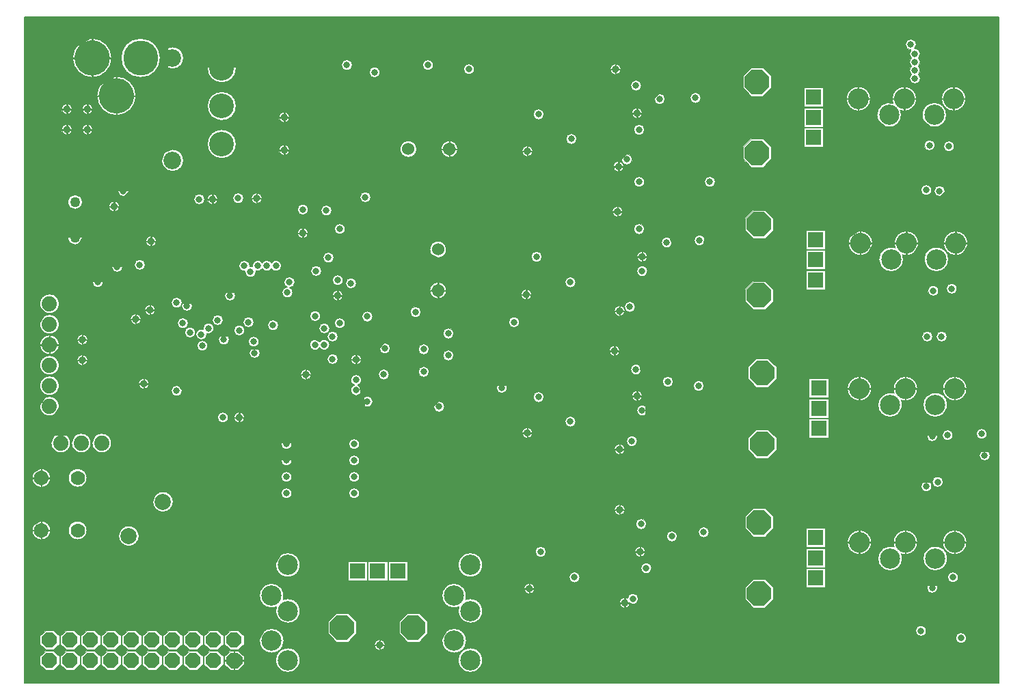
<source format=gbr>
%FSLAX24Y24*%
%MOIN*%
G04 EasyPC Gerber Version 16.0.4 Build 3240 *
%AMT11*0 Octagon Pad at angle 0*4,1,8,-0.01533,-0.03700,0.01533,-0.03700,0.03700,-0.01533,0.03700,0.01533,0.01533,0.03700,-0.01533,0.03700,-0.03700,0.01533,-0.03700,-0.01533,-0.01533,-0.03700,0*%
%ADD11T11*%
%AMT70*0 Octagon Pad at angle 0*4,1,8,-0.02446,-0.05906,0.02446,-0.05906,0.05906,-0.02446,0.05906,0.02446,0.02446,0.05906,-0.02446,0.05906,-0.05906,0.02446,-0.05906,-0.02446,-0.02446,-0.05906,0*%
%ADD70T70*%
%ADD19R,0.07400X0.07400*%
%ADD79C,0.00100*%
%ADD78C,0.00500*%
%ADD20C,0.03200*%
%ADD17C,0.05000*%
%ADD13C,0.06000*%
%ADD12C,0.07000*%
%ADD10C,0.07400*%
%ADD71C,0.07874*%
%ADD16C,0.08600*%
%ADD18C,0.09843*%
%ADD15C,0.12000*%
%ADD14C,0.17000*%
X0Y0D02*
D02*
D10*
X2830Y13783D03*
Y14783D03*
Y15783D03*
Y16783D03*
Y17783D03*
Y18783D03*
X3380Y11983D03*
X4380D03*
X5380D03*
D02*
D11*
X2830Y1383D03*
Y2383D03*
X3830Y1383D03*
Y2383D03*
X4830Y1383D03*
Y2383D03*
X5830Y1383D03*
Y2383D03*
X6830Y1383D03*
Y2383D03*
X7830Y1383D03*
Y2383D03*
X8830Y1383D03*
Y2383D03*
X9830Y1383D03*
Y2383D03*
X10830Y1383D03*
Y2383D03*
X11830Y1383D03*
Y2383D03*
D02*
D12*
X2430Y7723D03*
Y10282D03*
X4202Y7723D03*
Y10282D03*
D02*
D13*
X20330Y26333D03*
X21780Y19433D03*
Y21433D03*
X22330Y26333D03*
D02*
D14*
X4911Y30783D03*
X6093Y28933D03*
X7274Y30783D03*
D02*
D15*
X11230Y26583D03*
Y28433D03*
Y30283D03*
D02*
D16*
X8830Y25783D03*
Y30783D03*
D02*
D17*
X4080Y22017D03*
Y23749D03*
D02*
D18*
X13664Y2333D03*
Y4538D03*
X14452Y1388D03*
Y3790D03*
Y6034D03*
X22564Y2333D03*
Y4538D03*
X23352Y1388D03*
Y3790D03*
Y6034D03*
X42273Y28789D03*
X42323Y7139D03*
Y14639D03*
X42373Y21739D03*
X43769Y28002D03*
X43819Y6352D03*
Y13852D03*
X43869Y20952D03*
X44517Y28789D03*
X44567Y7139D03*
Y14639D03*
X44617Y21739D03*
X45974Y28002D03*
X46024Y6352D03*
Y13852D03*
X46074Y20952D03*
X46919Y28789D03*
X46969Y7139D03*
Y14639D03*
X47019Y21739D03*
D02*
D19*
X17846Y5739D03*
X18830D03*
X19814D03*
X40086Y26899D03*
Y27883D03*
Y28868D03*
X40186Y5399D03*
Y6383D03*
Y7368D03*
Y19949D03*
Y20933D03*
Y21918D03*
X40336Y12699D03*
Y13683D03*
Y14668D03*
D02*
D70*
X17098Y2983D03*
X20562D03*
X37330Y26151D03*
Y29616D03*
X37430Y4651D03*
Y8116D03*
Y19201D03*
Y22666D03*
X37580Y11951D03*
Y15416D03*
D02*
D71*
X6695Y7448D03*
X8365Y9118D03*
D02*
D20*
X3680Y27283D03*
Y28283D03*
X4430Y16033D03*
Y17033D03*
X4680Y27283D03*
Y28283D03*
X5180Y19833D03*
X5980Y23533D03*
X6130Y20583D03*
X6430Y24283D03*
X7030Y18033D03*
X7230Y20683D03*
X7430Y14883D03*
X7730Y18483D03*
X7780Y21833D03*
X9030Y14533D03*
Y18833D03*
X9330Y17833D03*
X9530Y18683D03*
X9680Y17383D03*
X10130Y23883D03*
X10230Y17283D03*
X10280Y16733D03*
X10580Y17583D03*
X10780Y23883D03*
X11030Y17983D03*
X11280Y13233D03*
X11330Y17033D03*
X11630Y19183D03*
X12030Y23933D03*
X12080Y13233D03*
Y17483D03*
X12330Y20633D03*
X12530Y17883D03*
X12630Y20333D03*
X12780Y16933D03*
X12830Y16383D03*
X12930Y23933D03*
X12980Y20633D03*
X13430D03*
X13730Y17733D03*
X13880Y20633D03*
X14280Y26283D03*
Y27883D03*
X14380Y9533D03*
Y10333D03*
Y11133D03*
Y11933D03*
X14430Y19333D03*
X14530Y19833D03*
X15180Y22233D03*
Y23383D03*
X15330Y15333D03*
X15780Y16783D03*
Y18183D03*
X15830Y20383D03*
X16230Y16783D03*
Y17583D03*
X16330Y23333D03*
X16430Y21033D03*
X16630Y16083D03*
Y17183D03*
X16880Y19183D03*
Y19933D03*
X16980Y17833D03*
Y22433D03*
X17330Y30433D03*
X17530Y19779D03*
X17680Y9533D03*
Y10333D03*
Y11133D03*
Y11933D03*
X17780Y14563D03*
Y15063D03*
Y16063D03*
X18230Y23983D03*
X18330Y14013D03*
Y18163D03*
X18680Y30083D03*
X18930Y2133D03*
X19130Y15333D03*
X19180Y16613D03*
X20680Y18383D03*
X21080Y15463D03*
Y16563D03*
X21280Y30433D03*
X21830Y13763D03*
X22280Y16263D03*
Y17333D03*
X23280Y30233D03*
X24880Y14683D03*
X25480Y17883D03*
X26080Y19233D03*
X26130Y12483D03*
Y26233D03*
X26230Y4883D03*
X26580Y21083D03*
X26680Y14233D03*
Y28033D03*
X26780Y6683D03*
X28230Y13033D03*
Y19833D03*
X28280Y26829D03*
X28430Y5433D03*
X30380Y16483D03*
X30430Y30233D03*
X30530Y23283D03*
X30580Y25479D03*
X30626Y18433D03*
X30630Y8733D03*
Y11683D03*
X30880Y4183D03*
X30980Y25833D03*
X31130Y18633D03*
X31230Y12083D03*
X31280Y4383D03*
X31430Y15583D03*
Y29433D03*
X31480Y14283D03*
Y28083D03*
X31580Y22433D03*
Y24733D03*
Y27283D03*
X31630Y6683D03*
X31680Y8033D03*
X31730Y13583D03*
Y20383D03*
Y21083D03*
X31930Y5883D03*
X32580Y28783D03*
X32930Y21783D03*
X32980Y14983D03*
X33180Y7433D03*
X34330Y28833D03*
X34480Y14783D03*
X34530Y21883D03*
X34730Y7633D03*
X35030Y24733D03*
X44830Y31433D03*
X45030Y29783D03*
Y30183D03*
Y30583D03*
Y30983D03*
X45324Y2818D03*
X45580Y24333D03*
X45591Y9870D03*
X45630Y17183D03*
X45739Y26518D03*
X45874Y4918D03*
Y12318D03*
X45924Y19418D03*
X46135Y10088D03*
X46230Y24283D03*
X46330Y17183D03*
X46624Y12368D03*
X46689Y26468D03*
X46824Y19517D03*
X46880Y5433D03*
X47274Y2468D03*
X48280Y12433D03*
X48430Y11383D03*
D02*
D78*
X1630Y283D02*
X49130D01*
Y32783*
X1630*
Y283*
D02*
D79*
X49130D01*
Y32783*
X1630*
Y283*
X2081Y7698D02*
G75*
G03X2405Y7374I349J25D01*
G01*
Y7273*
G75*
G02X1981Y7698I25J449*
G01*
X2081*
Y10257D02*
G75*
G03X2405Y9933I349J25D01*
G01*
Y9832*
G75*
G02X1981Y10257I25J449*
G01*
X2081*
X2405Y8072D02*
G75*
G03X2081Y7748I25J-349D01*
G01*
X1981*
G75*
G02X2405Y8172I449J-25*
G01*
Y8072*
Y10631D02*
G75*
G03X2081Y10307I25J-349D01*
G01*
X1981*
G75*
G02X2405Y10731I449J-25*
G01*
Y10631*
X2455Y7374D02*
G75*
G03X2779Y7698I-25J349D01*
G01*
X2879*
G75*
G02X2455Y7273I-449J25*
G01*
Y7374*
Y9933D02*
G75*
G03X2779Y10257I-25J349D01*
G01*
X2879*
G75*
G02X2455Y9832I-449J25*
G01*
Y9933*
X2461Y16758D02*
G75*
G03X2805Y16414I369J25D01*
G01*
Y16314*
G75*
G02X2361Y16758I25J469*
G01*
X2461*
X2779Y7748D02*
G75*
G03X2455Y8072I-349J-25D01*
G01*
Y8172*
G75*
G02X2879Y7748I-25J-449*
G01*
X2779*
Y10307D02*
G75*
G03X2455Y10631I-349J-25D01*
G01*
Y10731*
G75*
G02X2879Y10307I-25J-449*
G01*
X2779*
X2805Y17152D02*
G75*
G03X2461Y16808I25J-369D01*
G01*
X2361*
G75*
G02X2805Y17253I469J-25*
G01*
Y17152*
X2830Y14253D02*
G75*
G02Y13313J-470D01*
G01*
G75*
G02Y14253J470*
G01*
Y15253D02*
G75*
G02Y14313J-470D01*
G01*
G75*
G02Y15253J470*
G01*
Y16253D02*
G75*
G02Y15313J-470D01*
G01*
G75*
G02Y16253J470*
G01*
Y18253D02*
G75*
G02Y17313J-470D01*
G01*
G75*
G02Y18253J470*
G01*
Y19253D02*
G75*
G02Y18313J-470D01*
G01*
G75*
G02Y19253J470*
G01*
X2855Y16414D02*
G75*
G03X3199Y16758I-25J369D01*
G01*
X3299*
G75*
G02X2855Y16314I-469J25*
G01*
Y16414*
X3025Y1853D02*
X3300Y1578D01*
Y1189*
X3025Y913*
X2635*
X2360Y1189*
Y1578*
X2635Y1853*
X3025*
Y2853D02*
X3300Y2578D01*
Y2189*
X3025Y1913*
X2635*
X2360Y2189*
Y2578*
X2635Y2853*
X3025*
X3199Y16808D02*
G75*
G03X2855Y17152I-369J-25D01*
G01*
Y17253*
G75*
G02X3299Y16808I-25J-469*
G01*
X3199*
X3522Y27258D02*
G75*
G03X3655Y27125I158J25D01*
G01*
Y27024*
G75*
G02X3421Y27258I25J259*
G01*
X3522*
Y28258D02*
G75*
G03X3655Y28125I158J25D01*
G01*
Y28024*
G75*
G02X3421Y28258I25J259*
G01*
X3522*
X3655Y27441D02*
G75*
G03X3522Y27308I25J-158D01*
G01*
X3421*
G75*
G02X3655Y27542I259J-25*
G01*
Y27441*
Y28441D02*
G75*
G03X3522Y28308I25J-158D01*
G01*
X3421*
G75*
G02X3655Y28542I259J-25*
G01*
Y28441*
X3705Y27125D02*
G75*
G03X3838Y27258I-25J158D01*
G01*
X3939*
G75*
G02X3705Y27024I-259J25*
G01*
Y27125*
Y28125D02*
G75*
G03X3838Y28258I-25J158D01*
G01*
X3939*
G75*
G02X3705Y28024I-259J25*
G01*
Y28125*
X3730Y22017D02*
G75*
G02X4430I350D01*
G01*
G75*
G02X3730I-350*
G01*
Y23749D02*
G75*
G02X4430I350D01*
G01*
G75*
G02X3730I-350*
G01*
X3838Y27308D02*
G75*
G03X3705Y27441I-158J-25D01*
G01*
Y27542*
G75*
G02X3939Y27308I-25J-259*
G01*
X3838*
Y28308D02*
G75*
G03X3705Y28441I-158J-25D01*
G01*
Y28542*
G75*
G02X3939Y28308I-25J-259*
G01*
X3838*
X3850Y11983D02*
G75*
G02X2910I-470D01*
G01*
G75*
G02X3850I470*
G01*
X4025Y1853D02*
X4300Y1578D01*
Y1189*
X4025Y913*
X3635*
X3360Y1189*
Y1578*
X3635Y1853*
X4025*
Y2853D02*
X4300Y2578D01*
Y2189*
X4025Y1913*
X3635*
X3360Y2189*
Y2578*
X3635Y2853*
X4025*
X4062Y30758D02*
G75*
G03X4886Y29934I850J25D01*
G01*
Y29834*
G75*
G02X3962Y30758I25J950*
G01*
X4062*
X4202Y8173D02*
G75*
G02Y7273J-450D01*
G01*
G75*
G02Y8173J450*
G01*
Y10732D02*
G75*
G02Y9832J-450D01*
G01*
G75*
G02Y10732J450*
G01*
X4272Y16008D02*
G75*
G03X4405Y15875I158J25D01*
G01*
Y15774*
G75*
G02X4171Y16008I25J259*
G01*
X4272*
Y17008D02*
G75*
G03X4405Y16875I158J25D01*
G01*
Y16774*
G75*
G02X4171Y17008I25J259*
G01*
X4272*
X4405Y16191D02*
G75*
G03X4272Y16058I25J-158D01*
G01*
X4171*
G75*
G02X4405Y16292I259J-25*
G01*
Y16191*
Y17191D02*
G75*
G03X4272Y17058I25J-158D01*
G01*
X4171*
G75*
G02X4405Y17292I259J-25*
G01*
Y17191*
X4455Y15875D02*
G75*
G03X4588Y16008I-25J158D01*
G01*
X4689*
G75*
G02X4455Y15774I-259J25*
G01*
Y15875*
Y16875D02*
G75*
G03X4588Y17008I-25J158D01*
G01*
X4689*
G75*
G02X4455Y16774I-259J25*
G01*
Y16875*
X4522Y27258D02*
G75*
G03X4655Y27125I158J25D01*
G01*
Y27024*
G75*
G02X4421Y27258I25J259*
G01*
X4522*
Y28258D02*
G75*
G03X4655Y28125I158J25D01*
G01*
Y28024*
G75*
G02X4421Y28258I25J259*
G01*
X4522*
X4588Y16058D02*
G75*
G03X4455Y16191I-158J-25D01*
G01*
Y16292*
G75*
G02X4689Y16058I-25J-259*
G01*
X4588*
Y17058D02*
G75*
G03X4455Y17191I-158J-25D01*
G01*
Y17292*
G75*
G02X4689Y17058I-25J-259*
G01*
X4588*
X4655Y27441D02*
G75*
G03X4522Y27308I25J-158D01*
G01*
X4421*
G75*
G02X4655Y27542I259J-25*
G01*
Y27441*
Y28441D02*
G75*
G03X4522Y28308I25J-158D01*
G01*
X4421*
G75*
G02X4655Y28542I259J-25*
G01*
Y28441*
X4705Y27125D02*
G75*
G03X4838Y27258I-25J158D01*
G01*
X4939*
G75*
G02X4705Y27024I-259J25*
G01*
Y27125*
Y28125D02*
G75*
G03X4838Y28258I-25J158D01*
G01*
X4939*
G75*
G02X4705Y28024I-259J25*
G01*
Y28125*
X4838Y27308D02*
G75*
G03X4705Y27441I-158J-25D01*
G01*
Y27542*
G75*
G02X4939Y27308I-25J-259*
G01*
X4838*
Y28308D02*
G75*
G03X4705Y28441I-158J-25D01*
G01*
Y28542*
G75*
G02X4939Y28308I-25J-259*
G01*
X4838*
X4850Y11983D02*
G75*
G02X3910I-470D01*
G01*
G75*
G02X4850I470*
G01*
X4886Y31633D02*
G75*
G03X4062Y30808I25J-850D01*
G01*
X3962*
G75*
G02X4886Y31733I950J-25*
G01*
Y31633*
X4920Y19833D02*
G75*
G02X5440I260D01*
G01*
G75*
G02X4920I-260*
G01*
X4936Y29934D02*
G75*
G03X5761Y30758I-25J850D01*
G01*
X5861*
G75*
G02X4936Y29834I-950J25*
G01*
Y29934*
X5025Y1853D02*
X5300Y1578D01*
Y1189*
X5025Y913*
X4635*
X4360Y1189*
Y1578*
X4635Y1853*
X5025*
Y2853D02*
X5300Y2578D01*
Y2189*
X5025Y1913*
X4635*
X4360Y2189*
Y2578*
X4635Y2853*
X5025*
X5243Y28908D02*
G75*
G03X6068Y28083I850J25D01*
G01*
Y27983*
G75*
G02X5143Y28908I25J950*
G01*
X5243*
X5761Y30808D02*
G75*
G03X4936Y31633I-850J-25D01*
G01*
Y31733*
G75*
G02X5861Y30808I-25J-950*
G01*
X5761*
X5822Y23508D02*
G75*
G03X5955Y23375I158J25D01*
G01*
Y23274*
G75*
G02X5721Y23508I25J259*
G01*
X5822*
X5850Y11983D02*
G75*
G02X4910I-470D01*
G01*
G75*
G02X5850I470*
G01*
X5870Y20583D02*
G75*
G02X6390I260D01*
G01*
G75*
G02X5870I-260*
G01*
X5955Y23691D02*
G75*
G03X5822Y23558I25J-158D01*
G01*
X5721*
G75*
G02X5955Y23792I259J-25*
G01*
Y23691*
X6005Y23375D02*
G75*
G03X6138Y23508I-25J158D01*
G01*
X6239*
G75*
G02X6005Y23274I-259J25*
G01*
Y23375*
X6025Y1853D02*
X6300Y1578D01*
Y1189*
X6025Y913*
X5635*
X5360Y1189*
Y1578*
X5635Y1853*
X6025*
Y2853D02*
X6300Y2578D01*
Y2189*
X6025Y1913*
X5635*
X5360Y2189*
Y2578*
X5635Y2853*
X6025*
X6068Y29783D02*
G75*
G03X5243Y28958I25J-850D01*
G01*
X5143*
G75*
G02X6068Y29883I950J-25*
G01*
Y29783*
X6118Y28083D02*
G75*
G03X6942Y28908I-25J850D01*
G01*
X7042*
G75*
G02X6118Y27983I-950J25*
G01*
Y28083*
X6138Y23558D02*
G75*
G03X6005Y23691I-158J-25D01*
G01*
Y23792*
G75*
G02X6239Y23558I-25J-259*
G01*
X6138*
X6170Y24283D02*
G75*
G02X6690I260D01*
G01*
G75*
G02X6170I-260*
G01*
X6346Y7797D02*
G75*
G02X7044Y7099I349J-349D01*
G01*
G75*
G02X6346Y7797I-349J349*
G01*
X6872Y18008D02*
G75*
G03X7005Y17875I158J25D01*
G01*
Y17774*
G75*
G02X6771Y18008I25J259*
G01*
X6872*
X6942Y28958D02*
G75*
G03X6118Y29783I-850J-25D01*
G01*
Y29883*
G75*
G02X7042Y28958I-25J-950*
G01*
X6942*
X6970Y20683D02*
G75*
G02X7490I260D01*
G01*
G75*
G02X6970I-260*
G01*
X7005Y18191D02*
G75*
G03X6872Y18058I25J-158D01*
G01*
X6771*
G75*
G02X7005Y18292I259J-25*
G01*
Y18191*
X7025Y1853D02*
X7300Y1578D01*
Y1189*
X7025Y913*
X6635*
X6360Y1189*
Y1578*
X6635Y1853*
X7025*
Y2853D02*
X7300Y2578D01*
Y2189*
X7025Y1913*
X6635*
X6360Y2189*
Y2578*
X6635Y2853*
X7025*
X7055Y17875D02*
G75*
G03X7188Y18008I-25J158D01*
G01*
X7289*
G75*
G02X7055Y17774I-259J25*
G01*
Y17875*
X7188Y18058D02*
G75*
G03X7055Y18191I-158J-25D01*
G01*
Y18292*
G75*
G02X7289Y18058I-25J-259*
G01*
X7188*
X7272Y14858D02*
G75*
G03X7405Y14725I158J25D01*
G01*
Y14624*
G75*
G02X7171Y14858I25J259*
G01*
X7272*
X7274Y31733D02*
G75*
G02Y29833J-950D01*
G01*
G75*
G02Y31733J950*
G01*
X7405Y15041D02*
G75*
G03X7272Y14908I25J-158D01*
G01*
X7171*
G75*
G02X7405Y15142I259J-25*
G01*
Y15041*
X7455Y14725D02*
G75*
G03X7588Y14858I-25J158D01*
G01*
X7689*
G75*
G02X7455Y14624I-259J25*
G01*
Y14725*
X7572Y18458D02*
G75*
G03X7705Y18325I158J25D01*
G01*
Y18224*
G75*
G02X7471Y18458I25J259*
G01*
X7572*
X7588Y14908D02*
G75*
G03X7455Y15041I-158J-25D01*
G01*
Y15142*
G75*
G02X7689Y14908I-25J-259*
G01*
X7588*
X7622Y21808D02*
G75*
G03X7755Y21675I158J25D01*
G01*
Y21574*
G75*
G02X7521Y21808I25J259*
G01*
X7622*
X7705Y18641D02*
G75*
G03X7572Y18508I25J-158D01*
G01*
X7471*
G75*
G02X7705Y18742I259J-25*
G01*
Y18641*
X7755Y18325D02*
G75*
G03X7888Y18458I-25J158D01*
G01*
X7989*
G75*
G02X7755Y18224I-259J25*
G01*
Y18325*
Y21991D02*
G75*
G03X7622Y21858I25J-158D01*
G01*
X7521*
G75*
G02X7755Y22092I259J-25*
G01*
Y21991*
X7805Y21675D02*
G75*
G03X7938Y21808I-25J158D01*
G01*
X8039*
G75*
G02X7805Y21574I-259J25*
G01*
Y21675*
X7888Y18508D02*
G75*
G03X7755Y18641I-158J-25D01*
G01*
Y18742*
G75*
G02X7989Y18508I-25J-259*
G01*
X7888*
X7938Y21858D02*
G75*
G03X7805Y21991I-158J-25D01*
G01*
Y22092*
G75*
G02X8039Y21858I-25J-259*
G01*
X7938*
X8025Y1853D02*
X8300Y1578D01*
Y1189*
X8025Y913*
X7635*
X7360Y1189*
Y1578*
X7635Y1853*
X8025*
Y2853D02*
X8300Y2578D01*
Y2189*
X8025Y1913*
X7635*
X7360Y2189*
Y2578*
X7635Y2853*
X8025*
X8714Y8769D02*
G75*
G02X8016Y9468I-349J349D01*
G01*
G75*
G02X8714Y8769I349J-349*
G01*
X8770Y14533D02*
G75*
G02X9290I260D01*
G01*
G75*
G02X8770I-260*
G01*
Y18833D02*
G75*
G02X9290I260D01*
G01*
G75*
G02X8770I-260*
G01*
X8830Y26313D02*
G75*
G02Y25253J-530D01*
G01*
G75*
G02Y26313J530*
G01*
Y31313D02*
G75*
G02Y30253J-530D01*
G01*
G75*
G02Y31313J530*
G01*
X9025Y1853D02*
X9300Y1578D01*
Y1189*
X9025Y913*
X8635*
X8360Y1189*
Y1578*
X8635Y1853*
X9025*
Y2853D02*
X9300Y2578D01*
Y2189*
X9025Y1913*
X8635*
X8360Y2189*
Y2578*
X8635Y2853*
X9025*
X9070Y17833D02*
G75*
G02X9590I260D01*
G01*
G75*
G02X9070I-260*
G01*
X9270Y18683D02*
G75*
G02X9790I260D01*
G01*
G75*
G02X9270I-260*
G01*
X9420Y17383D02*
G75*
G02X9940I260D01*
G01*
G75*
G02X9420I-260*
G01*
X9870Y23883D02*
G75*
G02X10390I260D01*
G01*
G75*
G02X9870I-260*
G01*
X10020Y16733D02*
G75*
G02X10540I260D01*
G01*
G75*
G02X10020I-260*
G01*
X10025Y1853D02*
X10300Y1578D01*
Y1189*
X10025Y913*
X9635*
X9360Y1189*
Y1578*
X9635Y1853*
X10025*
Y2853D02*
X10300Y2578D01*
Y2189*
X10025Y1913*
X9635*
X9360Y2189*
Y2578*
X9635Y2853*
X10025*
X10327Y17525D02*
G75*
G02X10320Y17583I253J59D01*
G01*
G75*
G02X10840I260*
G01*
G75*
G02X10483Y17342I-260*
G01*
G75*
G02X10490Y17283I-253J-59*
G01*
G75*
G02X9970I-260*
G01*
G75*
G02X10327Y17525I260*
G01*
X10530Y26583D02*
G75*
G02X11930I700D01*
G01*
G75*
G02X10530I-700*
G01*
Y28433D02*
G75*
G02X11930I700D01*
G01*
G75*
G02X10530I-700*
G01*
Y30283D02*
G75*
G02X11930I700D01*
G01*
G75*
G02X10530I-700*
G01*
X10622Y23858D02*
G75*
G03X10755Y23725I158J25D01*
G01*
Y23624*
G75*
G02X10521Y23858I25J259*
G01*
X10622*
X10755Y24041D02*
G75*
G03X10622Y23908I25J-158D01*
G01*
X10521*
G75*
G02X10755Y24142I259J-25*
G01*
Y24041*
X10770Y17983D02*
G75*
G02X11290I260D01*
G01*
G75*
G02X10770I-260*
G01*
X10805Y23725D02*
G75*
G03X10938Y23858I-25J158D01*
G01*
X11039*
G75*
G02X10805Y23624I-259J25*
G01*
Y23725*
X10938Y23908D02*
G75*
G03X10805Y24041I-158J-25D01*
G01*
Y24142*
G75*
G02X11039Y23908I-25J-259*
G01*
X10938*
X11020Y13233D02*
G75*
G02X11540I260D01*
G01*
G75*
G02X11020I-260*
G01*
X11025Y1853D02*
X11300Y1578D01*
Y1189*
X11025Y913*
X10635*
X10360Y1189*
Y1578*
X10635Y1853*
X11025*
Y2853D02*
X11300Y2578D01*
Y2189*
X11025Y1913*
X10635*
X10360Y2189*
Y2578*
X10635Y2853*
X11025*
X11070Y17033D02*
G75*
G02X11590I260D01*
G01*
G75*
G02X11070I-260*
G01*
X11370Y19183D02*
G75*
G02X11890I260D01*
G01*
G75*
G02X11370I-260*
G01*
X11460Y1358D02*
Y1230D01*
X11677Y1013*
X11805*
Y913*
X11635*
X11360Y1189*
Y1358*
X11460*
X11770Y23933D02*
G75*
G02X12290I260D01*
G01*
G75*
G02X11770I-260*
G01*
X11805Y1753D02*
X11677D01*
X11460Y1537*
Y1408*
X11360*
Y1578*
X11635Y1853*
X11805*
Y1753*
X11820Y17483D02*
G75*
G02X12340I260D01*
G01*
G75*
G02X11820I-260*
G01*
X11855Y1013D02*
X11983D01*
X12200Y1230*
Y1358*
X12300*
Y1189*
X12025Y913*
X11855*
Y1013*
X11922Y13208D02*
G75*
G03X12055Y13075I158J25D01*
G01*
Y12974*
G75*
G02X11821Y13208I25J259*
G01*
X11922*
X12025Y2853D02*
X12300Y2578D01*
Y2189*
X12025Y1913*
X11635*
X11360Y2189*
Y2578*
X11635Y2853*
X12025*
X12055Y13391D02*
G75*
G03X11922Y13258I25J-158D01*
G01*
X11821*
G75*
G02X12055Y13492I259J-25*
G01*
Y13391*
X12105Y13075D02*
G75*
G03X12238Y13208I-25J158D01*
G01*
X12339*
G75*
G02X12105Y12974I-259J25*
G01*
Y13075*
X12200Y1408D02*
Y1537D01*
X11983Y1753*
X11855*
Y1853*
X12025*
X12300Y1578*
Y1408*
X12200*
X12238Y13258D02*
G75*
G03X12105Y13391I-158J-25D01*
G01*
Y13492*
G75*
G02X12339Y13258I-25J-259*
G01*
X12238*
X12270Y17883D02*
G75*
G02X12790I260D01*
G01*
G75*
G02X12270I-260*
G01*
X12374Y20377D02*
G75*
G02X12070Y20633I-44J256D01*
G01*
G75*
G02X12590I260*
G01*
G75*
G02X12586Y20590I-260*
G01*
G75*
G02X12727Y20575I44J-256*
G01*
G75*
G02X12720Y20633I253J59*
G01*
G75*
G02X13205Y20764I260*
G01*
G75*
G02X13655I225J-130*
G01*
G75*
G02X14140Y20633I225J-130*
G01*
G75*
G02X13655Y20503I-260*
G01*
G75*
G02X13205I-225J130*
G01*
G75*
G02X12883Y20392I-225J130*
G01*
G75*
G02X12890Y20333I-253J-59*
G01*
G75*
G02X12370I-260*
G01*
G75*
G02X12374Y20377I260*
G01*
X12520Y16933D02*
G75*
G02X13040I260D01*
G01*
G75*
G02X12520I-260*
G01*
X12570Y16383D02*
G75*
G02X13090I260D01*
G01*
G75*
G02X12570I-260*
G01*
X12772Y23908D02*
G75*
G03X12905Y23775I158J25D01*
G01*
Y23674*
G75*
G02X12671Y23908I25J259*
G01*
X12772*
X12905Y24091D02*
G75*
G03X12772Y23958I25J-158D01*
G01*
X12671*
G75*
G02X12905Y24192I259J-25*
G01*
Y24091*
X12955Y23775D02*
G75*
G03X13088Y23908I-25J158D01*
G01*
X13189*
G75*
G02X12955Y23674I-259J25*
G01*
Y23775*
X13088Y23958D02*
G75*
G03X12955Y24091I-158J-25D01*
G01*
Y24192*
G75*
G02X13189Y23958I-25J-259*
G01*
X13088*
X13470Y17733D02*
G75*
G02X13990I260D01*
G01*
G75*
G02X13470I-260*
G01*
X13664Y2925D02*
G75*
G02Y1741J-592D01*
G01*
G75*
G02Y2925J592*
G01*
X13895Y3993D02*
G75*
G02X13664Y3946I-231J545D01*
G01*
G75*
G02Y5130J592*
G01*
G75*
G02X14221Y4335J-592*
G01*
G75*
G02X14452Y4382I231J-545*
G01*
G75*
G02Y3198J-592*
G01*
G75*
G02X13895Y3993J592*
G01*
X14120Y9533D02*
G75*
G02X14640I260D01*
G01*
G75*
G02X14120I-260*
G01*
Y10333D02*
G75*
G02X14640I260D01*
G01*
G75*
G02X14120I-260*
G01*
Y11133D02*
G75*
G02X14640I260D01*
G01*
G75*
G02X14120I-260*
G01*
Y11933D02*
G75*
G02X14640I260D01*
G01*
G75*
G02X14120I-260*
G01*
X14122Y26258D02*
G75*
G03X14255Y26125I158J25D01*
G01*
Y26024*
G75*
G02X14021Y26258I25J259*
G01*
X14122*
Y27858D02*
G75*
G03X14255Y27725I158J25D01*
G01*
Y27624*
G75*
G02X14021Y27858I25J259*
G01*
X14122*
X14255Y26441D02*
G75*
G03X14122Y26308I25J-158D01*
G01*
X14021*
G75*
G02X14255Y26542I259J-25*
G01*
Y26441*
Y28041D02*
G75*
G03X14122Y27908I25J-158D01*
G01*
X14021*
G75*
G02X14255Y28142I259J-25*
G01*
Y28041*
X14305Y26125D02*
G75*
G03X14438Y26258I-25J158D01*
G01*
X14539*
G75*
G02X14305Y26024I-259J25*
G01*
Y26125*
Y27725D02*
G75*
G03X14438Y27858I-25J158D01*
G01*
X14539*
G75*
G02X14305Y27624I-259J25*
G01*
Y27725*
X14430Y19593D02*
G75*
G02X14270Y19833I100J240D01*
G01*
G75*
G02X14790I260*
G01*
G75*
G02X14530Y19573I-260*
G01*
G75*
G02X14690Y19333I-100J-240*
G01*
G75*
G02X14170I-260*
G01*
G75*
G02X14430Y19593I260*
G01*
X14438Y26308D02*
G75*
G03X14305Y26441I-158J-25D01*
G01*
Y26542*
G75*
G02X14539Y26308I-25J-259*
G01*
X14438*
Y27908D02*
G75*
G03X14305Y28041I-158J-25D01*
G01*
Y28142*
G75*
G02X14539Y27908I-25J-259*
G01*
X14438*
X14452Y1981D02*
G75*
G02Y796J-592D01*
G01*
G75*
G02Y1981J592*
G01*
Y6626D02*
G75*
G02Y5442J-592D01*
G01*
G75*
G02Y6626J592*
G01*
X14920Y23383D02*
G75*
G02X15440I260D01*
G01*
G75*
G02X14920I-260*
G01*
X15022Y22208D02*
G75*
G03X15155Y22075I158J25D01*
G01*
Y21974*
G75*
G02X14921Y22208I25J259*
G01*
X15022*
X15155Y22391D02*
G75*
G03X15022Y22258I25J-158D01*
G01*
X14921*
G75*
G02X15155Y22492I259J-25*
G01*
Y22391*
X15172Y15308D02*
G75*
G03X15305Y15175I158J25D01*
G01*
Y15074*
G75*
G02X15071Y15308I25J259*
G01*
X15172*
X15205Y22075D02*
G75*
G03X15338Y22208I-25J158D01*
G01*
X15439*
G75*
G02X15205Y21974I-259J25*
G01*
Y22075*
X15305Y15491D02*
G75*
G03X15172Y15358I25J-158D01*
G01*
X15071*
G75*
G02X15305Y15592I259J-25*
G01*
Y15491*
X15338Y22258D02*
G75*
G03X15205Y22391I-158J-25D01*
G01*
Y22492*
G75*
G02X15439Y22258I-25J-259*
G01*
X15338*
X15355Y15175D02*
G75*
G03X15488Y15308I-25J158D01*
G01*
X15589*
G75*
G02X15355Y15074I-259J25*
G01*
Y15175*
X15488Y15358D02*
G75*
G03X15355Y15491I-158J-25D01*
G01*
Y15592*
G75*
G02X15589Y15358I-25J-259*
G01*
X15488*
X15520Y18183D02*
G75*
G02X16040I260D01*
G01*
G75*
G02X15520I-260*
G01*
X15570Y20383D02*
G75*
G02X16090I260D01*
G01*
G75*
G02X15570I-260*
G01*
X15970Y17583D02*
G75*
G02X16490I260D01*
G01*
G75*
G02X15970I-260*
G01*
X16005Y16653D02*
G75*
G02X15520Y16783I-225J130D01*
G01*
G75*
G02X16005Y16914I260*
G01*
G75*
G02X16490Y16783I225J-130*
G01*
G75*
G02X16005Y16653I-260*
G01*
X16070Y23333D02*
G75*
G02X16590I260D01*
G01*
G75*
G02X16070I-260*
G01*
X16170Y21033D02*
G75*
G02X16690I260D01*
G01*
G75*
G02X16170I-260*
G01*
X16370Y16083D02*
G75*
G02X16890I260D01*
G01*
G75*
G02X16370I-260*
G01*
Y17183D02*
G75*
G02X16890I260D01*
G01*
G75*
G02X16370I-260*
G01*
X16620Y19933D02*
G75*
G02X17140I260D01*
G01*
G75*
G02X16620I-260*
G01*
X16720Y17833D02*
G75*
G02X17240I260D01*
G01*
G75*
G02X16720I-260*
G01*
Y22433D02*
G75*
G02X17240I260D01*
G01*
G75*
G02X16720I-260*
G01*
X16722Y19158D02*
G75*
G03X16855Y19025I158J25D01*
G01*
Y18924*
G75*
G02X16621Y19158I25J259*
G01*
X16722*
X16855Y19341D02*
G75*
G03X16722Y19208I25J-158D01*
G01*
X16621*
G75*
G02X16855Y19442I259J-25*
G01*
Y19341*
X16905Y19025D02*
G75*
G03X17038Y19158I-25J158D01*
G01*
X17139*
G75*
G02X16905Y18924I-259J25*
G01*
Y19025*
X17038Y19208D02*
G75*
G03X16905Y19341I-158J-25D01*
G01*
Y19442*
G75*
G02X17139Y19208I-25J-259*
G01*
X17038*
X17070Y30433D02*
G75*
G02X17590I260D01*
G01*
G75*
G02X17070I-260*
G01*
X17270Y19779D02*
G75*
G02X17790I260D01*
G01*
G75*
G02X17270I-260*
G01*
X17420Y9533D02*
G75*
G02X17940I260D01*
G01*
G75*
G02X17420I-260*
G01*
Y10333D02*
G75*
G02X17940I260D01*
G01*
G75*
G02X17420I-260*
G01*
Y11133D02*
G75*
G02X17940I260D01*
G01*
G75*
G02X17420I-260*
G01*
Y11933D02*
G75*
G02X17940I260D01*
G01*
G75*
G02X17420I-260*
G01*
X17622Y16038D02*
G75*
G03X17755Y15905I158J25D01*
G01*
Y15804*
G75*
G02X17521Y16038I25J259*
G01*
X17622*
X17709Y14813D02*
G75*
G02X17780Y15323I71J250D01*
G01*
G75*
G02X17851Y14813J-260*
G01*
G75*
G02X17780Y14303I-71J-250*
G01*
G75*
G02X17709Y14813J260*
G01*
X17755Y16221D02*
G75*
G03X17622Y16088I25J-158D01*
G01*
X17521*
G75*
G02X17755Y16322I259J-25*
G01*
Y16221*
X17788Y2697D02*
X17384Y2293D01*
X16812*
X16407Y2697*
Y3269*
X16812Y3674*
X17384*
X17788Y3269*
Y2697*
X17805Y15905D02*
G75*
G03X17938Y16038I-25J158D01*
G01*
X18039*
G75*
G02X17805Y15804I-259J25*
G01*
Y15905*
X17938Y16088D02*
G75*
G03X17805Y16221I-158J-25D01*
G01*
Y16322*
G75*
G02X18039Y16088I-25J-259*
G01*
X17938*
X17970Y23983D02*
G75*
G02X18490I260D01*
G01*
G75*
G02X17970I-260*
G01*
X18316Y5269D02*
X17376D01*
Y6209*
X18316*
Y5269*
X18330Y14273D02*
G75*
G02Y13753J-260D01*
G01*
G75*
G02Y14273J260*
G01*
Y18423D02*
G75*
G02Y17903J-260D01*
G01*
G75*
G02Y18423J260*
G01*
X18420Y30083D02*
G75*
G02X18940I260D01*
G01*
G75*
G02X18420I-260*
G01*
X18772Y2108D02*
G75*
G03X18905Y1975I158J25D01*
G01*
Y1874*
G75*
G02X18671Y2108I25J259*
G01*
X18772*
X18905Y2291D02*
G75*
G03X18772Y2158I25J-158D01*
G01*
X18671*
G75*
G02X18905Y2392I259J-25*
G01*
Y2291*
X18955Y1975D02*
G75*
G03X19088Y2108I-25J158D01*
G01*
X19189*
G75*
G02X18955Y1874I-259J25*
G01*
Y1975*
X19088Y2158D02*
G75*
G03X18955Y2291I-158J-25D01*
G01*
Y2392*
G75*
G02X19189Y2158I-25J-259*
G01*
X19088*
X19130Y15593D02*
G75*
G02Y15073J-260D01*
G01*
G75*
G02Y15593J260*
G01*
X19180Y16873D02*
G75*
G02Y16353J-260D01*
G01*
G75*
G02Y16873J260*
G01*
X19300Y5269D02*
X18360D01*
Y6209*
X19300*
Y5269*
X20284D02*
X19344D01*
Y6209*
X20284*
Y5269*
X20330Y26733D02*
G75*
G02Y25933J-400D01*
G01*
G75*
G02Y26733J400*
G01*
X20680Y18643D02*
G75*
G02Y18123J-260D01*
G01*
G75*
G02Y18643J260*
G01*
X21020Y30433D02*
G75*
G02X21540I260D01*
G01*
G75*
G02X21020I-260*
G01*
X21080Y15723D02*
G75*
G02Y15203J-260D01*
G01*
G75*
G02Y15723J260*
G01*
Y16823D02*
G75*
G02Y16303J-260D01*
G01*
G75*
G02Y16823J260*
G01*
X21253Y2697D02*
X20848Y2293D01*
X20276*
X19872Y2697*
Y3269*
X20276Y3674*
X20848*
X21253Y3269*
Y2697*
X21481Y19408D02*
G75*
G03X21755Y19134I299J25D01*
G01*
Y19034*
G75*
G02X21381Y19408I25J399*
G01*
X21481*
X21755Y19732D02*
G75*
G03X21481Y19458I25J-299D01*
G01*
X21381*
G75*
G02X21755Y19832I399J-25*
G01*
Y19732*
X21805Y19134D02*
G75*
G03X22079Y19408I-25J299D01*
G01*
X22179*
G75*
G02X21805Y19034I-399J25*
G01*
Y19134*
X21830Y14023D02*
G75*
G02Y13503J-260D01*
G01*
G75*
G02Y14023J260*
G01*
X22031Y26308D02*
G75*
G03X22305Y26034I299J25D01*
G01*
Y25934*
G75*
G02X21931Y26308I25J399*
G01*
X22031*
X22079Y19458D02*
G75*
G03X21805Y19732I-299J-25D01*
G01*
Y19832*
G75*
G02X22179Y19458I-25J-399*
G01*
X22079*
X22180Y21433D02*
G75*
G02X21380I-400D01*
G01*
G75*
G02X22180I400*
G01*
X22280Y16523D02*
G75*
G02Y16003J-260D01*
G01*
G75*
G02Y16523J260*
G01*
Y17593D02*
G75*
G02Y17073J-260D01*
G01*
G75*
G02Y17593J260*
G01*
X22305Y26632D02*
G75*
G03X22031Y26358I25J-299D01*
G01*
X21931*
G75*
G02X22305Y26732I399J-25*
G01*
Y26632*
X22355Y26034D02*
G75*
G03X22629Y26308I-25J299D01*
G01*
X22729*
G75*
G02X22355Y25934I-399J25*
G01*
Y26034*
X22564Y2925D02*
G75*
G02Y1741J-592D01*
G01*
G75*
G02Y2925J592*
G01*
X22629Y26358D02*
G75*
G03X22355Y26632I-299J-25D01*
G01*
Y26732*
G75*
G02X22729Y26358I-25J-399*
G01*
X22629*
X22795Y3993D02*
G75*
G02X22564Y3946I-231J545D01*
G01*
G75*
G02Y5130J592*
G01*
G75*
G02X23121Y4335J-592*
G01*
G75*
G02X23352Y4382I231J-545*
G01*
G75*
G02Y3198J-592*
G01*
G75*
G02X22795Y3993J592*
G01*
X23020Y30233D02*
G75*
G02X23540I260D01*
G01*
G75*
G02X23020I-260*
G01*
X23352Y1981D02*
G75*
G02Y796J-592D01*
G01*
G75*
G02Y1981J592*
G01*
Y6626D02*
G75*
G02Y5442J-592D01*
G01*
G75*
G02Y6626J592*
G01*
X24620Y14683D02*
G75*
G02X25140I260D01*
G01*
G75*
G02X24620I-260*
G01*
X25220Y17883D02*
G75*
G02X25740I260D01*
G01*
G75*
G02X25220I-260*
G01*
X25922Y19208D02*
G75*
G03X26055Y19075I158J25D01*
G01*
Y18974*
G75*
G02X25821Y19208I25J259*
G01*
X25922*
X25972Y12458D02*
G75*
G03X26105Y12325I158J25D01*
G01*
Y12224*
G75*
G02X25871Y12458I25J259*
G01*
X25972*
Y26208D02*
G75*
G03X26105Y26075I158J25D01*
G01*
Y25974*
G75*
G02X25871Y26208I25J259*
G01*
X25972*
X26055Y19391D02*
G75*
G03X25922Y19258I25J-158D01*
G01*
X25821*
G75*
G02X26055Y19492I259J-25*
G01*
Y19391*
X26072Y4858D02*
G75*
G03X26205Y4725I158J25D01*
G01*
Y4624*
G75*
G02X25971Y4858I25J259*
G01*
X26072*
X26105Y12641D02*
G75*
G03X25972Y12508I25J-158D01*
G01*
X25871*
G75*
G02X26105Y12742I259J-25*
G01*
Y12641*
Y19075D02*
G75*
G03X26238Y19208I-25J158D01*
G01*
X26339*
G75*
G02X26105Y18974I-259J25*
G01*
Y19075*
Y26391D02*
G75*
G03X25972Y26258I25J-158D01*
G01*
X25871*
G75*
G02X26105Y26492I259J-25*
G01*
Y26391*
X26155Y12325D02*
G75*
G03X26288Y12458I-25J158D01*
G01*
X26389*
G75*
G02X26155Y12224I-259J25*
G01*
Y12325*
Y26075D02*
G75*
G03X26288Y26208I-25J158D01*
G01*
X26389*
G75*
G02X26155Y25974I-259J25*
G01*
Y26075*
X26205Y5041D02*
G75*
G03X26072Y4908I25J-158D01*
G01*
X25971*
G75*
G02X26205Y5142I259J-25*
G01*
Y5041*
X26238Y19258D02*
G75*
G03X26105Y19391I-158J-25D01*
G01*
Y19492*
G75*
G02X26339Y19258I-25J-259*
G01*
X26238*
X26255Y4725D02*
G75*
G03X26388Y4858I-25J158D01*
G01*
X26489*
G75*
G02X26255Y4624I-259J25*
G01*
Y4725*
X26288Y12508D02*
G75*
G03X26155Y12641I-158J-25D01*
G01*
Y12742*
G75*
G02X26389Y12508I-25J-259*
G01*
X26288*
Y26258D02*
G75*
G03X26155Y26391I-158J-25D01*
G01*
Y26492*
G75*
G02X26389Y26258I-25J-259*
G01*
X26288*
X26388Y4908D02*
G75*
G03X26255Y5041I-158J-25D01*
G01*
Y5142*
G75*
G02X26489Y4908I-25J-259*
G01*
X26388*
X26580Y20823D02*
G75*
G02Y21343J260D01*
G01*
G75*
G02Y20823J-260*
G01*
X26680Y13973D02*
G75*
G02Y14493J260D01*
G01*
G75*
G02Y13973J-260*
G01*
Y27773D02*
G75*
G02Y28293J260D01*
G01*
G75*
G02Y27773J-260*
G01*
X26780Y6423D02*
G75*
G02Y6943J260D01*
G01*
G75*
G02Y6423J-260*
G01*
X28230Y12773D02*
G75*
G02Y13293J260D01*
G01*
G75*
G02Y12773J-260*
G01*
Y19573D02*
G75*
G02Y20093J260D01*
G01*
G75*
G02Y19573J-260*
G01*
X28280Y26569D02*
G75*
G02Y27089J260D01*
G01*
G75*
G02Y26569J-260*
G01*
X28430Y5173D02*
G75*
G02Y5693J260D01*
G01*
G75*
G02Y5173J-260*
G01*
X30222Y16458D02*
G75*
G03X30355Y16325I158J25D01*
G01*
Y16224*
G75*
G02X30121Y16458I25J259*
G01*
X30222*
X30272Y30208D02*
G75*
G03X30405Y30075I158J25D01*
G01*
Y29974*
G75*
G02X30171Y30208I25J259*
G01*
X30272*
X30355Y16641D02*
G75*
G03X30222Y16508I25J-158D01*
G01*
X30121*
G75*
G02X30355Y16742I259J-25*
G01*
Y16641*
X30372Y23258D02*
G75*
G03X30505Y23125I158J25D01*
G01*
Y23024*
G75*
G02X30271Y23258I25J259*
G01*
X30372*
X30405Y16325D02*
G75*
G03X30538Y16458I-25J158D01*
G01*
X30639*
G75*
G02X30405Y16224I-259J25*
G01*
Y16325*
Y30391D02*
G75*
G03X30272Y30258I25J-158D01*
G01*
X30171*
G75*
G02X30405Y30492I259J-25*
G01*
Y30391*
X30422Y25454D02*
G75*
G03X30555Y25321I158J25D01*
G01*
Y25220*
G75*
G02X30321Y25454I25J259*
G01*
X30422*
X30455Y30075D02*
G75*
G03X30588Y30208I-25J158D01*
G01*
X30689*
G75*
G02X30455Y29974I-259J25*
G01*
Y30075*
X30468Y18408D02*
G75*
G03X30601Y18275I158J25D01*
G01*
Y18174*
G75*
G02X30367Y18408I25J259*
G01*
X30468*
X30472Y8708D02*
G75*
G03X30605Y8575I158J25D01*
G01*
Y8474*
G75*
G02X30371Y8708I25J259*
G01*
X30472*
Y11658D02*
G75*
G03X30605Y11525I158J25D01*
G01*
Y11424*
G75*
G02X30371Y11658I25J259*
G01*
X30472*
X30505Y23441D02*
G75*
G03X30372Y23308I25J-158D01*
G01*
X30271*
G75*
G02X30505Y23542I259J-25*
G01*
Y23441*
X30538Y16508D02*
G75*
G03X30405Y16641I-158J-25D01*
G01*
Y16742*
G75*
G02X30639Y16508I-25J-259*
G01*
X30538*
X30555Y23125D02*
G75*
G03X30688Y23258I-25J158D01*
G01*
X30789*
G75*
G02X30555Y23024I-259J25*
G01*
Y23125*
Y25637D02*
G75*
G03X30422Y25504I25J-158D01*
G01*
X30321*
G75*
G02X30555Y25738I259J-25*
G01*
Y25637*
X30588Y30258D02*
G75*
G03X30455Y30391I-158J-25D01*
G01*
Y30492*
G75*
G02X30689Y30258I-25J-259*
G01*
X30588*
X30601Y18591D02*
G75*
G03X30468Y18458I25J-158D01*
G01*
X30367*
G75*
G02X30601Y18692I259J-25*
G01*
Y18591*
X30605Y8891D02*
G75*
G03X30472Y8758I25J-158D01*
G01*
X30371*
G75*
G02X30605Y8992I259J-25*
G01*
Y8891*
Y11841D02*
G75*
G03X30472Y11708I25J-158D01*
G01*
X30371*
G75*
G02X30605Y11942I259J-25*
G01*
Y11841*
Y25321D02*
G75*
G03X30738Y25454I-25J158D01*
G01*
X30839*
G75*
G02X30605Y25220I-259J25*
G01*
Y25321*
X30651Y18275D02*
G75*
G03X30784Y18408I-25J158D01*
G01*
X30884*
G75*
G02X30651Y18174I-259J25*
G01*
Y18275*
X30655Y8575D02*
G75*
G03X30788Y8708I-25J158D01*
G01*
X30889*
G75*
G02X30655Y8474I-259J25*
G01*
Y8575*
Y11525D02*
G75*
G03X30788Y11658I-25J158D01*
G01*
X30889*
G75*
G02X30655Y11424I-259J25*
G01*
Y11525*
X30688Y23308D02*
G75*
G03X30555Y23441I-158J-25D01*
G01*
Y23542*
G75*
G02X30789Y23308I-25J-259*
G01*
X30688*
X30722Y4158D02*
G75*
G03X30855Y4025I158J25D01*
G01*
Y3924*
G75*
G02X30621Y4158I25J259*
G01*
X30722*
X30738Y25504D02*
G75*
G03X30605Y25637I-158J-25D01*
G01*
Y25738*
G75*
G02X30839Y25504I-25J-259*
G01*
X30738*
X30784Y18458D02*
G75*
G03X30651Y18591I-158J-25D01*
G01*
Y18692*
G75*
G02X30884Y18458I-25J-259*
G01*
X30784*
X30788Y8758D02*
G75*
G03X30655Y8891I-158J-25D01*
G01*
Y8992*
G75*
G02X30889Y8758I-25J-259*
G01*
X30788*
Y11708D02*
G75*
G03X30655Y11841I-158J-25D01*
G01*
Y11942*
G75*
G02X30889Y11708I-25J-259*
G01*
X30788*
X30855Y4341D02*
G75*
G03X30722Y4208I25J-158D01*
G01*
X30621*
G75*
G02X30855Y4442I259J-25*
G01*
Y4341*
X30905Y4025D02*
G75*
G03X31038Y4158I-25J158D01*
G01*
X31139*
G75*
G02X30905Y3924I-259J25*
G01*
Y4025*
X30980Y25573D02*
G75*
G02Y26093J260D01*
G01*
G75*
G02Y25573J-260*
G01*
X31021Y4402D02*
G75*
G02X31280Y4643I259J-19D01*
G01*
G75*
G02Y4123J-260*
G01*
G75*
G02X31088Y4208J260*
G01*
X31038*
G75*
G03X30905Y4341I-158J-25*
G01*
Y4442*
G75*
G02X31021Y4402I-25J-259*
G01*
X31130Y18373D02*
G75*
G02Y18893J260D01*
G01*
G75*
G02Y18373J-260*
G01*
X31230Y11823D02*
G75*
G02Y12343J260D01*
G01*
G75*
G02Y11823J-260*
G01*
X31320Y24733D02*
G75*
G02X31840I260D01*
G01*
G75*
G02X31320I-260*
G01*
X31322Y14258D02*
G75*
G03X31455Y14125I158J25D01*
G01*
Y14024*
G75*
G02X31221Y14258I25J259*
G01*
X31322*
Y28058D02*
G75*
G03X31455Y27925I158J25D01*
G01*
Y27824*
G75*
G02X31221Y28058I25J259*
G01*
X31322*
X31430Y15323D02*
G75*
G02Y15843J260D01*
G01*
G75*
G02Y15323J-260*
G01*
Y29173D02*
G75*
G02Y29693J260D01*
G01*
G75*
G02Y29173J-260*
G01*
X31455Y14441D02*
G75*
G03X31322Y14308I25J-158D01*
G01*
X31221*
G75*
G02X31455Y14542I259J-25*
G01*
Y14441*
Y28241D02*
G75*
G03X31322Y28108I25J-158D01*
G01*
X31221*
G75*
G02X31455Y28342I259J-25*
G01*
Y28241*
X31472Y6658D02*
G75*
G03X31605Y6525I158J25D01*
G01*
Y6424*
G75*
G02X31371Y6658I25J259*
G01*
X31472*
X31505Y14125D02*
G75*
G03X31638Y14258I-25J158D01*
G01*
X31739*
G75*
G02X31505Y14024I-259J25*
G01*
Y14125*
Y27925D02*
G75*
G03X31638Y28058I-25J158D01*
G01*
X31739*
G75*
G02X31505Y27824I-259J25*
G01*
Y27925*
X31572Y21058D02*
G75*
G03X31705Y20925I158J25D01*
G01*
Y20824*
G75*
G02X31471Y21058I25J259*
G01*
X31572*
X31580Y22173D02*
G75*
G02Y22693J260D01*
G01*
G75*
G02Y22173J-260*
G01*
Y27023D02*
G75*
G02Y27543J260D01*
G01*
G75*
G02Y27023J-260*
G01*
X31605Y6841D02*
G75*
G03X31472Y6708I25J-158D01*
G01*
X31371*
G75*
G02X31605Y6942I259J-25*
G01*
Y6841*
X31638Y14308D02*
G75*
G03X31505Y14441I-158J-25D01*
G01*
Y14542*
G75*
G02X31739Y14308I-25J-259*
G01*
X31638*
Y28108D02*
G75*
G03X31505Y28241I-158J-25D01*
G01*
Y28342*
G75*
G02X31739Y28108I-25J-259*
G01*
X31638*
X31655Y6525D02*
G75*
G03X31788Y6658I-25J158D01*
G01*
X31889*
G75*
G02X31655Y6424I-259J25*
G01*
Y6525*
X31680Y7773D02*
G75*
G02Y8293J260D01*
G01*
G75*
G02Y7773J-260*
G01*
X31705Y21241D02*
G75*
G03X31572Y21108I25J-158D01*
G01*
X31471*
G75*
G02X31705Y21342I259J-25*
G01*
Y21241*
X31730Y13323D02*
G75*
G02Y13843J260D01*
G01*
G75*
G02Y13323J-260*
G01*
Y20123D02*
G75*
G02Y20643J260D01*
G01*
G75*
G02Y20123J-260*
G01*
X31755Y20925D02*
G75*
G03X31888Y21058I-25J158D01*
G01*
X31989*
G75*
G02X31755Y20824I-259J25*
G01*
Y20925*
X31788Y6708D02*
G75*
G03X31655Y6841I-158J-25D01*
G01*
Y6942*
G75*
G02X31889Y6708I-25J-259*
G01*
X31788*
X31888Y21108D02*
G75*
G03X31755Y21241I-158J-25D01*
G01*
Y21342*
G75*
G02X31989Y21108I-25J-259*
G01*
X31888*
X31930Y5623D02*
G75*
G02Y6143J260D01*
G01*
G75*
G02Y5623J-260*
G01*
X32580Y28523D02*
G75*
G02Y29043J260D01*
G01*
G75*
G02Y28523J-260*
G01*
X32930Y21523D02*
G75*
G02Y22043J260D01*
G01*
G75*
G02Y21523J-260*
G01*
X32980Y14723D02*
G75*
G02Y15243J260D01*
G01*
G75*
G02Y14723J-260*
G01*
X33180Y7173D02*
G75*
G02Y7693J260D01*
G01*
G75*
G02Y7173J-260*
G01*
X34330Y28573D02*
G75*
G02Y29093J260D01*
G01*
G75*
G02Y28573J-260*
G01*
X34480Y14523D02*
G75*
G02Y15043J260D01*
G01*
G75*
G02Y14523J-260*
G01*
X34530Y21623D02*
G75*
G02Y22143J260D01*
G01*
G75*
G02Y21623J-260*
G01*
X34730Y7373D02*
G75*
G02Y7893J260D01*
G01*
G75*
G02Y7373J-260*
G01*
X34770Y24733D02*
G75*
G02X35290I260D01*
G01*
G75*
G02X34770I-260*
G01*
X37044Y25460D02*
X36639Y25865D01*
Y26437*
X37044Y26842*
X37616*
X38021Y26437*
Y25865*
X37616Y25460*
X37044*
Y28925D02*
X36639Y29330D01*
Y29902*
X37044Y30306*
X37616*
X38021Y29902*
Y29330*
X37616Y28925*
X37044*
X37144Y3960D02*
X36739Y4365D01*
Y4937*
X37144Y5342*
X37716*
X38121Y4937*
Y4365*
X37716Y3960*
X37144*
Y7425D02*
X36739Y7830D01*
Y8402*
X37144Y8806*
X37716*
X38121Y8402*
Y7830*
X37716Y7425*
X37144*
Y18510D02*
X36739Y18915D01*
Y19487*
X37144Y19892*
X37716*
X38121Y19487*
Y18915*
X37716Y18510*
X37144*
Y21975D02*
X36739Y22380D01*
Y22952*
X37144Y23356*
X37716*
X38121Y22952*
Y22380*
X37716Y21975*
X37144*
X37294Y11260D02*
X36889Y11665D01*
Y12237*
X37294Y12642*
X37866*
X38271Y12237*
Y11665*
X37866Y11260*
X37294*
Y14725D02*
X36889Y15130D01*
Y15702*
X37294Y16106*
X37866*
X38271Y15702*
Y15130*
X37866Y14725*
X37294*
X39616Y26429D02*
Y27369D01*
X40556*
Y26429*
X39616*
Y27413D02*
Y28353D01*
X40556*
Y27413*
X39616*
Y28398D02*
Y29338D01*
X40556*
Y28398*
X39616*
X39716Y4929D02*
Y5869D01*
X40656*
Y4929*
X39716*
Y5913D02*
Y6853D01*
X40656*
Y5913*
X39716*
Y6898D02*
Y7838D01*
X40656*
Y6898*
X39716*
Y19479D02*
Y20419D01*
X40656*
Y19479*
X39716*
Y20463D02*
Y21403D01*
X40656*
Y20463*
X39716*
Y21448D02*
Y22388D01*
X40656*
Y21448*
X39716*
X39866Y12229D02*
Y13169D01*
X40806*
Y12229*
X39866*
Y13213D02*
Y14153D01*
X40806*
Y13213*
X39866*
Y14198D02*
Y15138D01*
X40806*
Y14198*
X39866*
X41782Y28764D02*
G75*
G03X42248Y28298I491J25D01*
G01*
Y28198*
G75*
G02X41682Y28764I25J592*
G01*
X41782*
X41832Y7114D02*
G75*
G03X42298Y6648I491J25D01*
G01*
Y6548*
G75*
G02X41732Y7114I25J592*
G01*
X41832*
Y14614D02*
G75*
G03X42298Y14148I491J25D01*
G01*
Y14048*
G75*
G02X41732Y14614I25J592*
G01*
X41832*
X41882Y21714D02*
G75*
G03X42348Y21248I491J25D01*
G01*
Y21148*
G75*
G02X41782Y21714I25J592*
G01*
X41882*
X42248Y29281D02*
G75*
G03X41782Y28814I25J-491D01*
G01*
X41682*
G75*
G02X42248Y29381I592J-25*
G01*
Y29281*
X42298Y7631D02*
G75*
G03X41832Y7164I25J-491D01*
G01*
X41732*
G75*
G02X42298Y7731I592J-25*
G01*
Y7631*
Y15131D02*
G75*
G03X41832Y14664I25J-491D01*
G01*
X41732*
G75*
G02X42298Y15231I592J-25*
G01*
Y15131*
Y28298D02*
G75*
G03X42765Y28764I-25J491D01*
G01*
X42865*
G75*
G02X42298Y28198I-592J25*
G01*
Y28298*
X42348Y6648D02*
G75*
G03X42815Y7114I-25J491D01*
G01*
X42915*
G75*
G02X42348Y6548I-592J25*
G01*
Y6648*
Y14148D02*
G75*
G03X42815Y14614I-25J491D01*
G01*
X42915*
G75*
G02X42348Y14048I-592J25*
G01*
Y14148*
Y22231D02*
G75*
G03X41882Y21764I25J-491D01*
G01*
X41782*
G75*
G02X42348Y22331I592J-25*
G01*
Y22231*
X42398Y21248D02*
G75*
G03X42865Y21714I-25J491D01*
G01*
X42965*
G75*
G02X42398Y21148I-592J25*
G01*
Y21248*
X42765Y28814D02*
G75*
G03X42298Y29281I-491J-25D01*
G01*
Y29381*
G75*
G02X42865Y28814I-25J-592*
G01*
X42765*
X42815Y7164D02*
G75*
G03X42348Y7631I-491J-25D01*
G01*
Y7731*
G75*
G02X42915Y7164I-25J-592*
G01*
X42815*
Y14664D02*
G75*
G03X42348Y15131I-491J-25D01*
G01*
Y15231*
G75*
G02X42915Y14664I-25J-592*
G01*
X42815*
X42865Y21764D02*
G75*
G03X42398Y22231I-491J-25D01*
G01*
Y22331*
G75*
G02X42965Y21764I-25J-592*
G01*
X42865*
X43972Y28558D02*
G75*
G02X43926Y28764I545J231D01*
G01*
X44026*
G75*
G03X44492Y28298I491J25*
G01*
Y28198*
G75*
G02X44315Y28233I25J592*
G01*
G75*
G02X44361Y28002I-545J-231*
G01*
G75*
G02X43177I-592*
G01*
G75*
G02X43972Y28558I592*
G01*
X44022Y6908D02*
G75*
G02X43976Y7114I545J231D01*
G01*
X44076*
G75*
G03X44542Y6648I491J25*
G01*
Y6548*
G75*
G02X44365Y6583I25J592*
G01*
G75*
G02X44411Y6352I-545J-231*
G01*
G75*
G02X43227I-592*
G01*
G75*
G02X44022Y6908I592*
G01*
Y14408D02*
G75*
G02X43976Y14614I545J231D01*
G01*
X44076*
G75*
G03X44542Y14148I491J25*
G01*
Y14048*
G75*
G02X44365Y14083I25J592*
G01*
G75*
G02X44411Y13852I-545J-231*
G01*
G75*
G02X43227I-592*
G01*
G75*
G02X44022Y14408I592*
G01*
X44072Y21508D02*
G75*
G02X44026Y21714I545J231D01*
G01*
X44126*
G75*
G03X44592Y21248I491J25*
G01*
Y21148*
G75*
G02X44415Y21183I25J592*
G01*
G75*
G02X44461Y20952I-545J-231*
G01*
G75*
G02X43277I-592*
G01*
G75*
G02X44072Y21508I592*
G01*
X44492Y29281D02*
G75*
G03X44026Y28814I25J-491D01*
G01*
X43926*
G75*
G02X44492Y29381I592J-25*
G01*
Y29281*
X44542Y7631D02*
G75*
G03X44076Y7164I25J-491D01*
G01*
X43976*
G75*
G02X44542Y7731I592J-25*
G01*
Y7631*
Y15131D02*
G75*
G03X44076Y14664I25J-491D01*
G01*
X43976*
G75*
G02X44542Y15231I592J-25*
G01*
Y15131*
Y28298D02*
G75*
G03X45009Y28764I-25J491D01*
G01*
X45109*
G75*
G02X44542Y28198I-592J25*
G01*
Y28298*
X44592Y6648D02*
G75*
G03X45059Y7114I-25J491D01*
G01*
X45159*
G75*
G02X44592Y6548I-592J25*
G01*
Y6648*
Y14148D02*
G75*
G03X45059Y14614I-25J491D01*
G01*
X45159*
G75*
G02X44592Y14048I-592J25*
G01*
Y14148*
Y22231D02*
G75*
G03X44126Y21764I25J-491D01*
G01*
X44026*
G75*
G02X44592Y22331I592J-25*
G01*
Y22231*
X44642Y21248D02*
G75*
G03X45109Y21714I-25J491D01*
G01*
X45209*
G75*
G02X44642Y21148I-592J25*
G01*
Y21248*
X44854Y31174D02*
G75*
G02X44570Y31433I-24J259D01*
G01*
G75*
G02X45090I260*
G01*
G75*
G02X45006Y31242I-260J0*
G01*
G75*
G02X45290Y30983I24J-259*
G01*
G75*
G02X45196Y30783I-260*
G01*
G75*
G02X45290Y30583I-166J-200*
G01*
G75*
G02X45196Y30383I-260*
G01*
G75*
G02X45290Y30183I-166J-200*
G01*
G75*
G02X45196Y29983I-260*
G01*
G75*
G02X45290Y29783I-166J-200*
G01*
G75*
G02X44770I-260*
G01*
G75*
G02X44864Y29983I260*
G01*
G75*
G02X44770Y30183I166J200*
G01*
G75*
G02X44864Y30383I260*
G01*
G75*
G02X44770Y30583I166J200*
G01*
G75*
G02X44864Y30783I260*
G01*
G75*
G02X44770Y30983I166J200*
G01*
G75*
G02X44854Y31174I260J0*
G01*
X45009Y28814D02*
G75*
G03X44542Y29281I-491J-25D01*
G01*
Y29381*
G75*
G02X45109Y28814I-25J-592*
G01*
X45009*
X45059Y7164D02*
G75*
G03X44592Y7631I-491J-25D01*
G01*
Y7731*
G75*
G02X45159Y7164I-25J-592*
G01*
X45059*
Y14664D02*
G75*
G03X44592Y15131I-491J-25D01*
G01*
Y15231*
G75*
G02X45159Y14664I-25J-592*
G01*
X45059*
X45064Y2818D02*
G75*
G02X45584I260D01*
G01*
G75*
G02X45064I-260*
G01*
X45109Y21764D02*
G75*
G03X44642Y22231I-491J-25D01*
G01*
Y22331*
G75*
G02X45209Y21764I-25J-592*
G01*
X45109*
X45320Y24333D02*
G75*
G02X45840I260D01*
G01*
G75*
G02X45320I-260*
G01*
X45331Y9870D02*
G75*
G02X45851I260D01*
G01*
G75*
G02X45331I-260*
G01*
X45370Y17183D02*
G75*
G02X45890I260D01*
G01*
G75*
G02X45370I-260*
G01*
X45382Y28002D02*
G75*
G02X46566I592D01*
G01*
G75*
G02X45382I-592*
G01*
X45432Y6352D02*
G75*
G02X46616I592D01*
G01*
G75*
G02X45432I-592*
G01*
Y13852D02*
G75*
G02X46616I592D01*
G01*
G75*
G02X45432I-592*
G01*
X45479Y26518D02*
G75*
G02X45999I260D01*
G01*
G75*
G02X45479I-260*
G01*
X45482Y20952D02*
G75*
G02X46666I592D01*
G01*
G75*
G02X45482I-592*
G01*
X45614Y4918D02*
G75*
G02X46134I260D01*
G01*
G75*
G02X45614I-260*
G01*
Y12318D02*
G75*
G02X46134I260D01*
G01*
G75*
G02X45614I-260*
G01*
X45664Y19418D02*
G75*
G02X46184I260D01*
G01*
G75*
G02X45664I-260*
G01*
X45875Y10088D02*
G75*
G02X46395I260D01*
G01*
G75*
G02X45875I-260*
G01*
X45970Y24283D02*
G75*
G02X46490I260D01*
G01*
G75*
G02X45970I-260*
G01*
X46070Y17183D02*
G75*
G02X46590I260D01*
G01*
G75*
G02X46070I-260*
G01*
X46364Y12368D02*
G75*
G02X46884I260D01*
G01*
G75*
G02X46364I-260*
G01*
X46427Y28764D02*
G75*
G03X46894Y28298I491J25D01*
G01*
Y28198*
G75*
G02X46327Y28764I25J592*
G01*
X46427*
X46429Y26468D02*
G75*
G02X46949I260D01*
G01*
G75*
G02X46429I-260*
G01*
X46477Y7114D02*
G75*
G03X46944Y6648I491J25D01*
G01*
Y6548*
G75*
G02X46377Y7114I25J592*
G01*
X46477*
Y14614D02*
G75*
G03X46944Y14148I491J25D01*
G01*
Y14048*
G75*
G02X46377Y14614I25J592*
G01*
X46477*
X46527Y21714D02*
G75*
G03X46994Y21248I491J25D01*
G01*
Y21148*
G75*
G02X46427Y21714I25J592*
G01*
X46527*
X46564Y19517D02*
G75*
G02X47084I260D01*
G01*
G75*
G02X46564I-260*
G01*
X46620Y5433D02*
G75*
G02X47140I260D01*
G01*
G75*
G02X46620I-260*
G01*
X46894Y29281D02*
G75*
G03X46427Y28814I25J-491D01*
G01*
X46327*
G75*
G02X46894Y29381I592J-25*
G01*
Y29281*
X46944Y7631D02*
G75*
G03X46477Y7164I25J-491D01*
G01*
X46377*
G75*
G02X46944Y7731I592J-25*
G01*
Y7631*
Y15131D02*
G75*
G03X46477Y14664I25J-491D01*
G01*
X46377*
G75*
G02X46944Y15231I592J-25*
G01*
Y15131*
Y28298D02*
G75*
G03X47410Y28764I-25J491D01*
G01*
X47511*
G75*
G02X46944Y28198I-592J25*
G01*
Y28298*
X46994Y6648D02*
G75*
G03X47460Y7114I-25J491D01*
G01*
X47561*
G75*
G02X46994Y6548I-592J25*
G01*
Y6648*
Y14148D02*
G75*
G03X47460Y14614I-25J491D01*
G01*
X47561*
G75*
G02X46994Y14048I-592J25*
G01*
Y14148*
Y22231D02*
G75*
G03X46527Y21764I25J-491D01*
G01*
X46427*
G75*
G02X46994Y22331I592J-25*
G01*
Y22231*
X47014Y2468D02*
G75*
G02X47534I260D01*
G01*
G75*
G02X47014I-260*
G01*
X47044Y21248D02*
G75*
G03X47510Y21714I-25J491D01*
G01*
X47611*
G75*
G02X47044Y21148I-592J25*
G01*
Y21248*
X47410Y28814D02*
G75*
G03X46944Y29281I-491J-25D01*
G01*
Y29381*
G75*
G02X47511Y28814I-25J-592*
G01*
X47410*
X47460Y7164D02*
G75*
G03X46994Y7631I-491J-25D01*
G01*
Y7731*
G75*
G02X47561Y7164I-25J-592*
G01*
X47460*
Y14664D02*
G75*
G03X46994Y15131I-491J-25D01*
G01*
Y15231*
G75*
G02X47561Y14664I-25J-592*
G01*
X47460*
X47510Y21764D02*
G75*
G03X47044Y22231I-491J-25D01*
G01*
Y22331*
G75*
G02X47611Y21764I-25J-592*
G01*
X47510*
X48020Y12433D02*
G75*
G02X48540I260D01*
G01*
G75*
G02X48020I-260*
G01*
X48170Y11383D02*
G75*
G02X48690I260D01*
G01*
G75*
G02X48170I-260*
G01*
X1630Y7485D02*
G36*
Y6825D01*
X26562*
G75*
G02X26780Y6943I218J-142*
G01*
G75*
G02X26998Y6825J-260*
G01*
X31412*
G75*
G02X31605Y6942I218J-142*
G01*
Y6841*
G75*
G03X31556Y6825I25J-158*
G01*
X31704*
G75*
G03X31655Y6841I-74J-142*
G01*
Y6942*
G75*
G02X31848Y6825I-25J-259*
G01*
X39716*
Y6853*
X40656*
Y6825*
X41821*
G75*
G02X41732Y7114I502J314*
G01*
X41832*
G75*
G03X41944Y6825I491J25*
G01*
X42702*
G75*
G03X42815Y7114I-379J314*
G01*
X42915*
G75*
G02X42825Y6825I-592J25*
G01*
X43464*
G75*
G02X44022Y6908I356J-473*
G01*
G75*
G02X43976Y7114I545J231*
G01*
X44076*
G75*
G03X44188Y6825I491J25*
G01*
X44946*
G75*
G03X45059Y7114I-379J314*
G01*
X45159*
G75*
G02X45069Y6825I-592J25*
G01*
X45668*
G75*
G02X46380I356J-473*
G01*
X46467*
G75*
G02X46377Y7114I502J314*
G01*
X46477*
G75*
G03X46590Y6825I491J25*
G01*
X47348*
G75*
G03X47460Y7114I-379J314*
G01*
X47561*
G75*
G02X47471Y6825I-592J25*
G01*
X49130*
Y7485*
X47449*
G75*
G02X47561Y7164I-480J-346*
G01*
X47460*
G75*
G03X47319Y7485I-491J-25*
G01*
X46619*
G75*
G03X46477Y7164I350J-346*
G01*
X46377*
G75*
G02X46489Y7485I592J-25*
G01*
X45048*
G75*
G02X45159Y7164I-480J-346*
G01*
X45059*
G75*
G03X44917Y7485I-491J-25*
G01*
X44218*
G75*
G03X44076Y7164I350J-346*
G01*
X43976*
G75*
G02X44087Y7485I592J-25*
G01*
X42804*
G75*
G02X42915Y7164I-480J-346*
G01*
X42815*
G75*
G03X42673Y7485I-491J-25*
G01*
X41974*
G75*
G03X41832Y7164I350J-346*
G01*
X41732*
G75*
G02X41843Y7485I592J-25*
G01*
X40656*
Y6898*
X39716*
Y7485*
X37776*
X37716Y7425*
X37144*
X37084Y7485*
X34944*
G75*
G02X34730Y7373I-214J148*
G01*
G75*
G02X34516Y7485J260*
G01*
X33435*
G75*
G02X33180Y7173I-255J-52*
G01*
G75*
G02X32925Y7485J260*
G01*
X7187*
G75*
G02X7044Y7099I-492J-37*
G01*
G75*
G02X6203Y7485I-349J349*
G01*
X4584*
G75*
G02X4202Y7273I-382J237*
G01*
G75*
G02X3819Y7485J450*
G01*
X2812*
G75*
G02X2455Y7273I-382J237*
G01*
Y7374*
G75*
G03X2687Y7485I-25J349*
G01*
X2173*
G75*
G03X2405Y7374I257J237*
G01*
Y7273*
G75*
G02X2048Y7485I25J449*
G01*
X1630*
G37*
X2048D02*
G36*
G75*
G02X1981Y7698I382J237D01*
G01*
X2081*
G75*
G03X2173Y7485I349J25*
G01*
X2687*
G75*
G03X2779Y7698I-257J237*
G01*
X2879*
G75*
G02X2812Y7485I-449J25*
G01*
X3819*
G75*
G02Y7960I382J237*
G01*
X2812*
G75*
G02X2879Y7748I-382J-237*
G01*
X2779*
G75*
G03X2687Y7960I-349J-25*
G01*
X2173*
G75*
G03X2081Y7748I257J-237*
G01*
X1981*
G75*
G02X2048Y7960I449J-25*
G01*
X1630*
Y7485*
X2048*
G37*
X6203D02*
G36*
G75*
G02X6346Y7797I492J-37D01*
G01*
G75*
G02X7187Y7485I349J-349*
G01*
X32925*
G75*
G02X33180Y7693I255J-52*
G01*
G75*
G02X33435Y7485J-260*
G01*
X34516*
G75*
G02X34730Y7893I214J148*
G01*
G75*
G02X34944Y7485J-260*
G01*
X37084*
X36739Y7830*
Y7960*
X31929*
G75*
G02X31680Y7773I-249J74*
G01*
G75*
G02X31431Y7960J260*
G01*
X4584*
G75*
G02Y7485I-382J-237*
G01*
X6203*
G37*
X39716D02*
G36*
Y7838D01*
X40656*
Y7485*
X41843*
G75*
G02X42298Y7731I480J-346*
G01*
Y7631*
G75*
G03X41974Y7485I25J-491*
G01*
X42673*
G75*
G03X42348Y7631I-350J-346*
G01*
Y7731*
G75*
G02X42804Y7485I-25J-592*
G01*
X44087*
G75*
G02X44542Y7731I480J-346*
G01*
Y7631*
G75*
G03X44218Y7485I25J-491*
G01*
X44917*
G75*
G03X44592Y7631I-350J-346*
G01*
Y7731*
G75*
G02X45048Y7485I-25J-592*
G01*
X46489*
G75*
G02X46944Y7731I480J-346*
G01*
Y7631*
G75*
G03X46619Y7485I25J-491*
G01*
X47319*
G75*
G03X46994Y7631I-350J-346*
G01*
Y7731*
G75*
G02X47449Y7485I-25J-592*
G01*
X49130*
Y7960*
X38121*
Y7830*
X37776Y7485*
X39716*
G37*
X1630Y10045D02*
G36*
Y9533D01*
X8098*
G75*
G02X8633I268J-415*
G01*
X14120*
G75*
G02X14640I260*
G01*
X17420*
G75*
G02X17940I260*
G01*
X49130*
Y10045*
X46392*
G75*
G02X45879I-256J43*
G01*
X45784*
G75*
G02X45851Y9870I-193J-174*
G01*
G75*
G02X45331I-260*
G01*
G75*
G02X45398Y10045I260*
G01*
X4584*
G75*
G02X4202Y9832I-382J237*
G01*
G75*
G02X3819Y10045J450*
G01*
X2812*
G75*
G02X2455Y9832I-382J237*
G01*
Y9933*
G75*
G03X2687Y10045I-25J349*
G01*
X2173*
G75*
G03X2405Y9933I257J237*
G01*
Y9832*
G75*
G02X2048Y10045I25J449*
G01*
X1630*
G37*
X2048D02*
G36*
G75*
G02X1981Y10257I382J237D01*
G01*
X2081*
G75*
G03X2173Y10045I349J25*
G01*
X2687*
G75*
G03X2779Y10257I-257J237*
G01*
X2879*
G75*
G02X2812Y10045I-449J25*
G01*
X3819*
G75*
G02Y10519I382J237*
G01*
X2812*
G75*
G02X2879Y10307I-382J-237*
G01*
X2779*
G75*
G03X2687Y10519I-349J-25*
G01*
X2173*
G75*
G03X2081Y10307I257J-237*
G01*
X1981*
G75*
G02X2048Y10519I449J-25*
G01*
X1630*
Y10045*
X2048*
G37*
X45398D02*
G36*
G75*
G02X45784I193J-174D01*
G01*
X45879*
G75*
G02X45875Y10088I256J43*
G01*
G75*
G02X46395I260*
G01*
G75*
G02X46392Y10045I-260*
G01*
X49130*
Y10519*
X17862*
G75*
G02X17940Y10333I-182J-186*
G01*
G75*
G02X17420I-260*
G01*
G75*
G02X17498Y10519I260*
G01*
X14562*
G75*
G02X14640Y10333I-182J-186*
G01*
G75*
G02X14120I-260*
G01*
G75*
G02X14198Y10519I260*
G01*
X4584*
G75*
G02Y10045I-382J-237*
G01*
X45398*
G37*
X2048Y7960D02*
G36*
G75*
G02X2405Y8172I382J-237D01*
G01*
Y8072*
G75*
G03X2173Y7960I25J-349*
G01*
X2687*
G75*
G03X2455Y8072I-257J-237*
G01*
Y8172*
G75*
G02X2812Y7960I-25J-449*
G01*
X3819*
G75*
G02X4202Y8173I382J-237*
G01*
G75*
G02X4584Y7960J-450*
G01*
X31431*
G75*
G02X31680Y8293I249J74*
G01*
G75*
G02X31929Y7960J-260*
G01*
X36739*
Y8402*
X36929Y8591*
X30848*
G75*
G02X30655Y8474I-218J142*
G01*
Y8575*
G75*
G03X30704Y8591I-25J158*
G01*
X30556*
G75*
G03X30605Y8575I74J142*
G01*
Y8474*
G75*
G02X30412Y8591I25J259*
G01*
X1630*
Y7960*
X2048*
G37*
X49130D02*
G36*
Y8591D01*
X37931*
X38121Y8402*
Y7960*
X49130*
G37*
X2048Y10519D02*
G36*
G75*
G02X2405Y10731I382J-237D01*
G01*
Y10631*
G75*
G03X2173Y10519I25J-349*
G01*
X2687*
G75*
G03X2455Y10631I-257J-237*
G01*
Y10731*
G75*
G02X2812Y10519I-25J-449*
G01*
X3819*
G75*
G02X4202Y10732I382J-237*
G01*
G75*
G02X4584Y10519J-450*
G01*
X14198*
G75*
G02X14562I182J-186*
G01*
X17498*
G75*
G02X17862I182J-186*
G01*
X49130*
Y11133*
X48501*
G75*
G02X48359I-71J250*
G01*
X17940*
G75*
G02X17420I-260*
G01*
X14640*
G75*
G02X14120I-260*
G01*
X1630*
Y10519*
X2048*
G37*
X1630Y16536D02*
G36*
Y16341D01*
X2670*
G75*
G02X2430Y16536I160J442*
G01*
X1630*
G37*
X2430D02*
G36*
G75*
G02X2361Y16758I400J247D01*
G01*
X2461*
G75*
G03X2555Y16536I369J25*
G01*
X3105*
G75*
G03X3199Y16758I-275J247*
G01*
X3299*
G75*
G02X3230Y16536I-469J25*
G01*
X10111*
G75*
G02X10020Y16733I169J197*
G01*
G75*
G02X10074Y16891I260J0*
G01*
X4648*
G75*
G02X4455Y16774I-218J142*
G01*
Y16875*
G75*
G03X4504Y16891I-25J158*
G01*
X4356*
G75*
G03X4405Y16875I74J142*
G01*
Y16774*
G75*
G02X4212Y16891I25J259*
G01*
X3287*
G75*
G02X3299Y16808I-457J-108*
G01*
X3199*
G75*
G03X3184Y16891I-369J-25*
G01*
X2476*
G75*
G03X2461Y16808I354J-108*
G01*
X2361*
G75*
G02X2373Y16891I469J-25*
G01*
X1630*
Y16536*
X2430*
G37*
X2555D02*
G36*
G75*
G03X2805Y16414I275J247D01*
G01*
Y16341*
X2855*
Y16414*
G75*
G03X3105Y16536I-25J369*
G01*
X2555*
G37*
X3230D02*
G36*
G75*
G02X2990Y16341I-400J247D01*
G01*
X12573*
G75*
G02X12570Y16383I257J42*
G01*
G75*
G02X12620Y16536I260J0*
G01*
X10449*
G75*
G02X10111I-169J197*
G01*
X3230*
G37*
X12620D02*
G36*
G75*
G02X13040I210J-153D01*
G01*
X15699*
G75*
G02X15520Y16783I81J247*
G01*
G75*
G02X15544Y16891I260*
G01*
X13037*
G75*
G02X12523I-257J42*
G01*
X11548*
G75*
G02X11112I-218J142*
G01*
X10486*
G75*
G02X10540Y16733I-206J-158*
G01*
G75*
G02X10449Y16536I-260*
G01*
X12620*
G37*
X13040D02*
G36*
G75*
G02X13090Y16383I-210J-153D01*
G01*
G75*
G02X13087Y16341I-260J0*
G01*
X16599*
G75*
G02X16661I31J-258*
G01*
X20944*
G75*
G02X20821Y16536I136J222*
G01*
X19428*
G75*
G02X19180Y16353I-248J77*
G01*
G75*
G02X18932Y16536J260*
G01*
X16311*
G75*
G02X16005Y16653I-81J247*
G01*
G75*
G02X15699Y16536I-225J130*
G01*
X13040*
G37*
X18932D02*
G36*
G75*
G02X19180Y16873I248J77D01*
G01*
G75*
G02X19428Y16536J-260*
G01*
X20821*
G75*
G02X21080Y16823I259J27*
G01*
G75*
G02X21339Y16536J-260*
G01*
X30125*
G75*
G02X30355Y16742I255J-53*
G01*
Y16641*
G75*
G03X30229Y16536I25J-158*
G01*
X30531*
G75*
G03X30405Y16641I-151J-53*
G01*
Y16742*
G75*
G02X30635Y16536I-25J-259*
G01*
X49130*
Y16891*
X16466*
G75*
G02X16490Y16783I-236J-108*
G01*
G75*
G02X16311Y16536I-260*
G01*
X18932*
G37*
X21339D02*
G36*
G75*
G02X21216Y16341I-259J27D01*
G01*
X22032*
G75*
G02X22280Y16523I248J-78*
G01*
G75*
G02X22528Y16341J-260*
G01*
X30162*
G75*
G02X30121Y16458I218J142*
G01*
X30222*
G75*
G03X30306Y16341I158J25*
G01*
X30454*
G75*
G03X30538Y16458I-74J142*
G01*
X30639*
G75*
G02X30598Y16341I-259J25*
G01*
X49130*
Y16536*
X30635*
G75*
G02X30639Y16508I-255J-53*
G01*
X30538*
G75*
G03X30531Y16536I-158J-25*
G01*
X30229*
G75*
G03X30222Y16508I151J-53*
G01*
X30121*
G75*
G02X30125Y16536I259J-25*
G01*
X21339*
G37*
X1630Y17030D02*
G36*
Y16891D01*
X2373*
G75*
G02X2430Y17030I457J-108*
G01*
X1630*
G37*
X2430D02*
G36*
G75*
G02X2571Y17175I400J-247D01*
G01*
X1630*
Y17030*
X2430*
G37*
X2555D02*
G36*
G75*
G03X2476Y16891I275J-247D01*
G01*
X3184*
G75*
G03X3105Y17030I-354J-108*
G01*
X2555*
G37*
X3105D02*
G36*
G75*
G03X2855Y17152I-275J-247D01*
G01*
Y17175*
X2805*
Y17152*
G75*
G03X2555Y17030I25J-369*
G01*
X3105*
G37*
X3230D02*
G36*
G75*
G02X3287Y16891I-400J-247D01*
G01*
X4212*
G75*
G02X4171Y17008I218J142*
G01*
X4272*
G75*
G03X4356Y16891I158J25*
G01*
X4504*
G75*
G03X4588Y17008I-74J142*
G01*
X4689*
G75*
G02X4648Y16891I-259J25*
G01*
X10074*
G75*
G02X10486I206J-158*
G01*
X11112*
G75*
G02X11070Y17030I218J142*
G01*
X10291*
G75*
G02X10169I-61J253*
G01*
X3230*
G37*
X10169D02*
G36*
G75*
G02X9994Y17175I61J253D01*
G01*
X9836*
G75*
G02X9524I-156J208*
G01*
X4648*
G75*
G02X4689Y17058I-218J-142*
G01*
X4588*
G75*
G03X4504Y17175I-158J-25*
G01*
X4356*
G75*
G03X4272Y17058I74J-142*
G01*
X4171*
G75*
G02X4212Y17175I259J-25*
G01*
X3089*
G75*
G02X3230Y17030I-259J-392*
G01*
X10169*
G37*
X11070D02*
G36*
G75*
G02Y17033I260J1D01*
G01*
G75*
G02X11112Y17175I260*
G01*
X10466*
G75*
G02X10291Y17030I-236J108*
G01*
X11070*
G37*
X11590D02*
G36*
G75*
G02X11548Y16891I-260J3D01*
G01*
X12523*
G75*
G02X12520Y16933I257J42*
G01*
G75*
G02X12539Y17030I260J0*
G01*
X11590*
G37*
X12539D02*
G36*
G75*
G02X12685Y17175I241J-97D01*
G01*
X11548*
G75*
G02X11590Y17033I-218J-142*
G01*
G75*
G02Y17030I-260J-1*
G01*
X12539*
G37*
X13021D02*
G36*
G75*
G02X13040Y16933I-241J-97D01*
G01*
G75*
G02X13037Y16891I-260J0*
G01*
X15544*
G75*
G02X15699Y17030I236J-108*
G01*
X13021*
G37*
X15699D02*
G36*
G75*
G02X16005Y16914I81J-247D01*
G01*
G75*
G02X16311Y17030I225J-130*
G01*
X16420*
G75*
G02X16370Y17175I210J153*
G01*
X12875*
G75*
G02X13021Y17030I-95J-242*
G01*
X15699*
G37*
X16311D02*
G36*
G75*
G02X16466Y16891I-81J-247D01*
G01*
X49130*
Y17030*
X46540*
G75*
G02X46120I-210J153*
G01*
X45840*
G75*
G02X45420I-210J153*
G01*
X16840*
G75*
G02X16420I-210J153*
G01*
X16311*
G37*
X45420D02*
G36*
G75*
G02X45370Y17175I210J153D01*
G01*
X22486*
G75*
G02X22280Y17073I-206J158*
G01*
G75*
G02X22074Y17175J260*
G01*
X16890*
G75*
G02X16840Y17030I-260J8*
G01*
X45420*
G37*
X46120D02*
G36*
G75*
G02X46070Y17175I210J153D01*
G01*
X45890*
G75*
G02X45840Y17030I-260J8*
G01*
X46120*
G37*
X49130D02*
G36*
Y17175D01*
X46590*
G75*
G02X46540Y17030I-260J8*
G01*
X49130*
G37*
X1630Y13783D02*
G36*
Y13375D01*
X2597*
G75*
G02X2360Y13783I233J408*
G01*
X1630*
G37*
X2360D02*
G36*
G75*
G02X2694Y14233I470D01*
G01*
X1630*
Y13783*
X2360*
G37*
X3300D02*
G36*
G75*
G02X3063Y13375I-470D01*
G01*
X11062*
G75*
G02X11498I218J-142*
G01*
X11862*
G75*
G02X12055Y13492I218J-142*
G01*
Y13391*
G75*
G03X12006Y13375I25J-158*
G01*
X12154*
G75*
G03X12105Y13391I-74J-142*
G01*
Y13492*
G75*
G02X12298Y13375I-25J-259*
G01*
X31574*
G75*
G02X31564Y13783I156J208*
G01*
X22089*
G75*
G02X21830Y13503I-259J-20*
G01*
G75*
G02X21571Y13783J260*
G01*
X18451*
G75*
G02X18330Y13753I-121J230*
G01*
G75*
G02X18209Y13783J260*
G01*
X3300*
G37*
X18209D02*
G36*
G75*
G02X18191Y14233I121J230D01*
G01*
X2966*
G75*
G02X3300Y13783I-136J-450*
G01*
X18209*
G37*
X21571D02*
G36*
G75*
G02X21830Y14023I259J-20D01*
G01*
G75*
G02X22089Y13783J-260*
G01*
X31564*
G75*
G02X31730Y13843I166J-200*
G01*
G75*
G02X31896Y13783J-260*
G01*
X39866*
Y14153*
X40806*
Y13783*
X43231*
G75*
G02X43227Y13852I588J69*
G01*
G75*
G02X43367Y14233I592*
G01*
X42754*
G75*
G02X42348Y14048I-431J406*
G01*
Y14148*
G75*
G03X42602Y14233I-25J491*
G01*
X42045*
G75*
G03X42298Y14148I278J406*
G01*
Y14048*
G75*
G02X41892Y14233I25J592*
G01*
X40806*
Y14198*
X39866*
Y14233*
X31735*
G75*
G02X31505Y14024I-255J50*
G01*
Y14125*
G75*
G03X31632Y14233I-25J158*
G01*
X31328*
G75*
G03X31455Y14125I152J50*
G01*
Y14024*
G75*
G02X31225Y14233I25J259*
G01*
X26940*
G75*
G02X26680Y13973I-260*
G01*
G75*
G02X26420Y14233J260*
G01*
X18469*
G75*
G02X18451Y13783I-139J-220*
G01*
X21571*
G37*
X31896D02*
G36*
G75*
G02X31886Y13375I-166J-200D01*
G01*
X39866*
Y13783*
X31896*
G37*
X40806D02*
G36*
Y13375D01*
X43468*
G75*
G02X43231Y13783I351J477*
G01*
X40806*
G37*
X44408D02*
G36*
G75*
G02X44171Y13375I-588J69D01*
G01*
X45673*
G75*
G02X45436Y13783I351J477*
G01*
X44408*
G37*
X45436D02*
G36*
G75*
G02X45432Y13852I588J69D01*
G01*
G75*
G02X45571Y14233I592*
G01*
X44999*
G75*
G02X44592Y14048I-431J406*
G01*
Y14148*
G75*
G03X44846Y14233I-25J491*
G01*
X44289*
G75*
G03X44542Y14148I278J406*
G01*
Y14048*
G75*
G02X44365Y14083I25J592*
G01*
G75*
G02X44411Y13852I-545J-231*
G01*
G75*
G02X44408Y13783I-592*
G01*
X45436*
G37*
X46612D02*
G36*
G75*
G02X46375Y13375I-588J69D01*
G01*
X49130*
Y13783*
X46612*
G37*
X49130D02*
G36*
Y14233D01*
X47400*
G75*
G02X46994Y14048I-431J406*
G01*
Y14148*
G75*
G03X47247Y14233I-25J491*
G01*
X46691*
G75*
G03X46944Y14148I278J406*
G01*
Y14048*
G75*
G02X46538Y14233I25J592*
G01*
X46477*
G75*
G02X46616Y13852I-453J-382*
G01*
G75*
G02X46612Y13783I-592*
G01*
X49130*
G37*
X1630Y14783D02*
G36*
Y14425D01*
X2526*
G75*
G02X2360Y14783I304J358*
G01*
X1630*
G37*
X2360D02*
G36*
G75*
G02X2427Y15025I470J0D01*
G01*
X1630*
Y14783*
X2360*
G37*
X3300D02*
G36*
G75*
G02X3134Y14425I-470D01*
G01*
X8794*
G75*
G02X8770Y14533I236J108*
G01*
G75*
G02X8959Y14783I260*
G01*
X7670*
G75*
G02X7455Y14624I-240J100*
G01*
Y14725*
G75*
G03X7555Y14783I-25J158*
G01*
X7305*
G75*
G03X7405Y14725I125J100*
G01*
Y14624*
G75*
G02X7190Y14783I25J259*
G01*
X3300*
G37*
X7190D02*
G36*
G75*
G02X7171Y14858I240J100D01*
G01*
X7272*
G75*
G03X7305Y14783I158J25*
G01*
X7555*
G75*
G03X7588Y14858I-125J100*
G01*
X7689*
G75*
G02X7670Y14783I-259J25*
G01*
X8959*
G75*
G02X9101I71J-250*
G01*
X17641*
G75*
G02X17709Y14813I139J-220*
G01*
G75*
G02X17523Y15025I71J250*
G01*
X7648*
G75*
G02X7689Y14908I-218J-142*
G01*
X7588*
G75*
G03X7504Y15025I-158J-25*
G01*
X7356*
G75*
G03X7272Y14908I74J-142*
G01*
X7171*
G75*
G02X7212Y15025I259J-25*
G01*
X3233*
G75*
G02X3300Y14783I-403J-242*
G01*
X7190*
G37*
X9101D02*
G36*
G75*
G02X9290Y14533I-71J-250D01*
G01*
G75*
G02X9266Y14425I-260*
G01*
X17560*
G75*
G02X17641Y14783I220J138*
G01*
X9101*
G37*
X17919D02*
G36*
G75*
G02X18000Y14425I-139J-220D01*
G01*
X24849*
G75*
G02X24620Y14683I31J258*
G01*
G75*
G02X24640Y14783I260*
G01*
X17919*
G37*
X24640D02*
G36*
G75*
G02X25120I240J-100D01*
G01*
X32814*
G75*
G02X32723Y15025I166J200*
G01*
X18037*
G75*
G02X17851Y14813I-257J38*
G01*
G75*
G02X17919Y14783I-71J-250*
G01*
X24640*
G37*
X25120D02*
G36*
G75*
G02X25140Y14683I-240J-100D01*
G01*
G75*
G02X24911Y14425I-260*
G01*
X26505*
G75*
G02X26680Y14493I175J-192*
G01*
G75*
G02X26855Y14425J-260*
G01*
X31262*
G75*
G02X31455Y14542I218J-142*
G01*
Y14441*
G75*
G03X31406Y14425I25J-158*
G01*
X31554*
G75*
G03X31505Y14441I-74J-142*
G01*
Y14542*
G75*
G02X31698Y14425I-25J-259*
G01*
X39866*
Y14783*
X37924*
X37866Y14725*
X37294*
X37236Y14783*
X34740*
G75*
G02X34480Y14523I-260*
G01*
G75*
G02X34220Y14783J260*
G01*
X33146*
G75*
G02X32980Y14723I-166J200*
G01*
G75*
G02X32814Y14783J260*
G01*
X25120*
G37*
X34220D02*
G36*
G75*
G02X34385Y15025I260D01*
G01*
X33237*
G75*
G02X33146Y14783I-257J-42*
G01*
X34220*
G37*
X37236D02*
G36*
X36994Y15025D01*
X34575*
G75*
G02X34740Y14783I-95J-242*
G01*
X37236*
G37*
X39866D02*
G36*
Y15025D01*
X38166*
X37924Y14783*
X39866*
G37*
X40806D02*
G36*
Y14425D01*
X41771*
G75*
G02X41732Y14614I552J214*
G01*
X41832*
G75*
G03X41880Y14425I491J25*
G01*
X42766*
G75*
G03X42815Y14614I-443J214*
G01*
X42915*
G75*
G02X42875Y14425I-592J25*
G01*
X43672*
G75*
G02X44022Y14408I148J-573*
G01*
G75*
G02X43976Y14614I545J231*
G01*
X44076*
G75*
G03X44124Y14425I491J25*
G01*
X45011*
G75*
G03X45059Y14614I-443J214*
G01*
X45159*
G75*
G02X45120Y14425I-592J25*
G01*
X45876*
G75*
G02X46172I148J-573*
G01*
X46417*
G75*
G02X46377Y14614I552J214*
G01*
X46477*
G75*
G03X46526Y14425I491J25*
G01*
X47412*
G75*
G03X47460Y14614I-443J214*
G01*
X47561*
G75*
G02X47521Y14425I-592J25*
G01*
X49130*
Y14783*
X47543*
G75*
G02X47561Y14664I-574J-144*
G01*
X47460*
G75*
G03X47440Y14783I-491J-25*
G01*
X46498*
G75*
G03X46477Y14664I471J-144*
G01*
X46377*
G75*
G02X46395Y14783I592J-25*
G01*
X45142*
G75*
G02X45159Y14664I-574J-144*
G01*
X45059*
G75*
G03X45038Y14783I-491J-25*
G01*
X44097*
G75*
G03X44076Y14664I471J-144*
G01*
X43976*
G75*
G02X43993Y14783I592J-25*
G01*
X42898*
G75*
G02X42915Y14664I-574J-144*
G01*
X42815*
G75*
G03X42794Y14783I-491J-25*
G01*
X41853*
G75*
G03X41832Y14664I471J-144*
G01*
X41732*
G75*
G02X41749Y14783I592J-25*
G01*
X40806*
G37*
X41749D02*
G36*
G75*
G02X41874Y15025I574J-144D01*
G01*
X40806*
Y14783*
X41749*
G37*
X42794D02*
G36*
G75*
G03X42629Y15025I-471J-144D01*
G01*
X42018*
G75*
G03X41853Y14783I305J-386*
G01*
X42794*
G37*
X43993D02*
G36*
G75*
G02X44118Y15025I574J-144D01*
G01*
X42772*
G75*
G02X42898Y14783I-449J-386*
G01*
X43993*
G37*
X45038D02*
G36*
G75*
G03X44873Y15025I-471J-144D01*
G01*
X44262*
G75*
G03X44097Y14783I305J-386*
G01*
X45038*
G37*
X46395D02*
G36*
G75*
G02X46520Y15025I574J-144D01*
G01*
X45016*
G75*
G02X45142Y14783I-449J-386*
G01*
X46395*
G37*
X47440D02*
G36*
G75*
G03X47274Y15025I-471J-144D01*
G01*
X46664*
G75*
G03X46498Y14783I305J-386*
G01*
X47440*
G37*
X49130D02*
G36*
Y15025D01*
X47418*
G75*
G02X47543Y14783I-449J-386*
G01*
X49130*
G37*
X1630Y15783D02*
G36*
Y15475D01*
X2475*
G75*
G02X2360Y15783I355J308*
G01*
X1630*
G37*
X2360D02*
G36*
G75*
G02X2381Y15921I470D01*
G01*
X1630*
Y15783*
X2360*
G37*
X3300D02*
G36*
G75*
G02X3185Y15475I-470D01*
G01*
X15112*
G75*
G02X15305Y15592I218J-142*
G01*
Y15491*
G75*
G03X15256Y15475I25J-158*
G01*
X15404*
G75*
G03X15355Y15491I-74J-142*
G01*
Y15592*
G75*
G02X15548Y15475I-25J-259*
G01*
X18912*
G75*
G02X19130Y15593I218J-142*
G01*
G75*
G02X19348Y15475J-260*
G01*
X20820*
G75*
G02X21080Y15723I260J-12*
G01*
G75*
G02X21340Y15475J-260*
G01*
X31194*
G75*
G02X31264Y15783I236J108*
G01*
X4501*
G75*
G02X4455Y15774I-71J250*
G01*
Y15783*
X4405*
Y15774*
G75*
G02X4359Y15783I25J259*
G01*
X3300*
G37*
X4359D02*
G36*
G75*
G02X4195Y15921I71J250D01*
G01*
X3279*
G75*
G02X3300Y15783I-449J-138*
G01*
X4359*
G37*
X4455D02*
G36*
Y15875D01*
G75*
G03X4544Y15921I-25J158*
G01*
X4316*
G75*
G03X4405Y15875I114J112*
G01*
Y15783*
X4455*
G37*
X31264D02*
G36*
G75*
G02X31430Y15843I166J-200D01*
G01*
G75*
G02X31596Y15783J-260*
G01*
X36971*
X37109Y15921*
X17998*
G75*
G02X17805Y15804I-218J142*
G01*
Y15905*
G75*
G03X17854Y15921I-25J158*
G01*
X17706*
G75*
G03X17755Y15905I74J142*
G01*
Y15804*
G75*
G02X17562Y15921I25J259*
G01*
X16833*
G75*
G02X16427I-203J162*
G01*
X4665*
G75*
G02X4501Y15783I-235J112*
G01*
X31264*
G37*
X31596D02*
G36*
G75*
G02X31666Y15475I-166J-200D01*
G01*
X36889*
Y15702*
X36971Y15783*
X31596*
G37*
X38189D02*
G36*
X38271Y15702D01*
Y15475*
X49130*
Y15783*
X38189*
G37*
X49130D02*
G36*
Y15921D01*
X38051*
X38189Y15783*
X49130*
G37*
X1630Y17783D02*
G36*
Y17483D01*
X2468*
G75*
G02X2360Y17783I362J300*
G01*
X1630*
G37*
X2360D02*
G36*
G75*
G02X2571Y18175I470D01*
G01*
X1630*
Y17783*
X2360*
G37*
X3300D02*
G36*
G75*
G02X3192Y17483I-470D01*
G01*
X9440*
G75*
G02X9920I240J-100*
G01*
X10064*
G75*
G02X10327Y17525I166J-200*
G01*
G75*
G02X10320Y17583I253J59*
G01*
G75*
G02X10414Y17783I260*
G01*
X9585*
G75*
G02X9075I-255J50*
G01*
X7101*
G75*
G02X7055Y17774I-71J250*
G01*
Y17783*
X7005*
Y17774*
G75*
G02X6959Y17783I25J259*
G01*
X3300*
G37*
X6959D02*
G36*
G75*
G02X6771Y18008I71J250D01*
G01*
X6872*
G75*
G03X7005Y17875I158J25*
G01*
Y17783*
X7055*
Y17875*
G75*
G03X7188Y18008I-25J158*
G01*
X7289*
G75*
G02X7101Y17783I-259J25*
G01*
X9075*
G75*
G02X9070Y17833I255J50*
G01*
G75*
G02X9590I260*
G01*
G75*
G02X9585Y17783I-260J0*
G01*
X10414*
G75*
G02X10746I166J-200*
G01*
X10864*
G75*
G02X10770Y17983I166J200*
G01*
G75*
G02X10855Y18175I260*
G01*
X7248*
G75*
G02X7289Y18058I-218J-142*
G01*
X7188*
G75*
G03X7104Y18175I-158J-25*
G01*
X6956*
G75*
G03X6872Y18058I74J-142*
G01*
X6771*
G75*
G02X6812Y18175I259J-25*
G01*
X3089*
G75*
G02X3300Y17783I-259J-392*
G01*
X6959*
G37*
X10746D02*
G36*
G75*
G02X10840Y17583I-166J-200D01*
G01*
G75*
G02X10820Y17483I-260*
G01*
X11820*
G75*
G02X12340I260*
G01*
X13659*
G75*
G02X13470Y17733I71J250*
G01*
G75*
G02X13475Y17783I260J0*
G01*
X12770*
G75*
G02X12290I-240J100*
G01*
X11196*
G75*
G02X10864I-166J200*
G01*
X10746*
G37*
X12290D02*
G36*
G75*
G02X12270Y17883I240J100D01*
G01*
G75*
G02X12790I260*
G01*
G75*
G02X12770Y17783I-260*
G01*
X13475*
G75*
G02X13985I255J-50*
G01*
X16064*
G75*
G02X16396I166J-200*
G01*
X16725*
G75*
G02X16720Y17833I255J50*
G01*
G75*
G02X17240I260*
G01*
G75*
G02X17235Y17783I-260J0*
G01*
X25240*
G75*
G02X25220Y17883I240J100*
G01*
G75*
G02X25740I260*
G01*
G75*
G02X25720Y17783I-260*
G01*
X49130*
Y18175*
X30657*
G75*
G02X30651Y18174I-31J258*
G01*
Y18175*
X30601*
Y18174*
G75*
G02X30594Y18175I25J259*
G01*
X20836*
G75*
G02X20680Y18123I-156J208*
G01*
G75*
G02X20524Y18175J260*
G01*
X18590*
G75*
G02X18330Y17903I-260J-12*
G01*
G75*
G02X18070Y18175J260*
G01*
X16040*
G75*
G02X15520I-260J8*
G01*
X11205*
G75*
G02X11290Y17983I-175J-192*
G01*
G75*
G02X11196Y17783I-260*
G01*
X12290*
G37*
X13985D02*
G36*
G75*
G02X13990Y17733I-255J-50D01*
G01*
G75*
G02X13801Y17483I-260*
G01*
X15990*
G75*
G02X15970Y17583I240J100*
G01*
G75*
G02X16064Y17783I260*
G01*
X13985*
G37*
X16396D02*
G36*
G75*
G02X16490Y17583I-166J-200D01*
G01*
G75*
G02X16470Y17483I-260*
G01*
X22068*
G75*
G02X22280Y17593I212J-150*
G01*
G75*
G02X22492Y17483J-260*
G01*
X49130*
Y17783*
X25720*
G75*
G02X25240I-240J100*
G01*
X17235*
G75*
G02X16725I-255J50*
G01*
X16396*
G37*
X1630Y18783D02*
G36*
Y18625D01*
X2387*
G75*
G02X2360Y18783I443J158*
G01*
X1630*
G37*
X2360D02*
G36*
G75*
G02X2437Y19041I470D01*
G01*
X1630*
Y18783*
X2360*
G37*
X3300D02*
G36*
G75*
G02X3273Y18625I-470J0D01*
G01*
X7512*
G75*
G02X7705Y18742I218J-142*
G01*
Y18641*
G75*
G03X7656Y18625I25J-158*
G01*
X7804*
G75*
G03X7755Y18641I-74J-142*
G01*
Y18742*
G75*
G02X7948Y18625I-25J-259*
G01*
X8874*
G75*
G02X8775Y18783I156J208*
G01*
X3300*
G37*
X8775D02*
G36*
G75*
G02X8770Y18833I255J50D01*
G01*
G75*
G02X8874Y19041I260*
G01*
X3223*
G75*
G02X3300Y18783I-393J-258*
G01*
X8775*
G37*
X9285D02*
G36*
G75*
G02X9186Y18625I-255J50D01*
G01*
X9277*
G75*
G02X9270Y18683I253J58*
G01*
G75*
G02X9290Y18783I260*
G01*
X9285*
G37*
X9290D02*
G36*
G75*
G02X9770I240J-100D01*
G01*
X30918*
G75*
G02X31130Y18893I212J-150*
G01*
G75*
G02X31342Y18783J-260*
G01*
X36871*
X36739Y18915*
Y19041*
X26255*
G75*
G02X26105Y18974I-175J192*
G01*
Y19041*
X26055*
Y18974*
G75*
G02X25905Y19041I25J259*
G01*
X21860*
G75*
G02X21805Y19034I-80J392*
G01*
Y19041*
X21755*
Y19034*
G75*
G02X21700Y19041I25J399*
G01*
X17098*
G75*
G02X16905Y18924I-218J142*
G01*
Y19025*
G75*
G03X16954Y19041I-25J158*
G01*
X16806*
G75*
G03X16855Y19025I74J142*
G01*
Y18924*
G75*
G02X16662Y19041I25J259*
G01*
X11848*
G75*
G02X11412I-218J142*
G01*
X9186*
G75*
G02X9290Y18833I-156J-208*
G01*
G75*
G02X9285Y18783I-260J0*
G01*
X9290*
G37*
X9770D02*
G36*
G75*
G02X9790Y18683I-240J-100D01*
G01*
G75*
G02X9783Y18625I-260*
G01*
X20585*
G75*
G02X20680Y18643I95J-242*
G01*
G75*
G02X20775Y18625J-260*
G01*
X30450*
G75*
G02X30601Y18692I175J-192*
G01*
Y18625*
X30651*
Y18692*
G75*
G02X30801Y18625I-25J-259*
G01*
X30870*
G75*
G02X30918Y18783I260J8*
G01*
X9770*
G37*
X31342D02*
G36*
G75*
G02X31390Y18625I-212J-150D01*
G01*
X37029*
X36871Y18783*
X31342*
G37*
X37989D02*
G36*
X37831Y18625D01*
X49130*
Y18783*
X37989*
G37*
X49130D02*
G36*
Y19041D01*
X38121*
Y18915*
X37989Y18783*
X49130*
G37*
X1630Y1383D02*
G36*
Y1136D01*
X2413*
X2360Y1189*
Y1383*
X1630*
G37*
X2360D02*
G36*
Y1578D01*
X2413Y1631*
X1630*
Y1383*
X2360*
G37*
X3300D02*
G36*
Y1189D01*
X3247Y1136*
X3413*
X3360Y1189*
Y1383*
X3300*
G37*
X3360D02*
G36*
Y1578D01*
X3413Y1631*
X3247*
X3300Y1578*
Y1383*
X3360*
G37*
X4300D02*
G36*
Y1189D01*
X4247Y1136*
X4413*
X4360Y1189*
Y1383*
X4300*
G37*
X4360D02*
G36*
Y1578D01*
X4413Y1631*
X4247*
X4300Y1578*
Y1383*
X4360*
G37*
X5300D02*
G36*
Y1189D01*
X5247Y1136*
X5413*
X5360Y1189*
Y1383*
X5300*
G37*
X5360D02*
G36*
Y1578D01*
X5413Y1631*
X5247*
X5300Y1578*
Y1383*
X5360*
G37*
X6300D02*
G36*
Y1189D01*
X6247Y1136*
X6413*
X6360Y1189*
Y1383*
X6300*
G37*
X6360D02*
G36*
Y1578D01*
X6413Y1631*
X6247*
X6300Y1578*
Y1383*
X6360*
G37*
X7300D02*
G36*
Y1189D01*
X7247Y1136*
X7413*
X7360Y1189*
Y1383*
X7300*
G37*
X7360D02*
G36*
Y1578D01*
X7413Y1631*
X7247*
X7300Y1578*
Y1383*
X7360*
G37*
X8300D02*
G36*
Y1189D01*
X8247Y1136*
X8413*
X8360Y1189*
Y1383*
X8300*
G37*
X8360D02*
G36*
Y1578D01*
X8413Y1631*
X8247*
X8300Y1578*
Y1383*
X8360*
G37*
X9300D02*
G36*
Y1189D01*
X9247Y1136*
X9413*
X9360Y1189*
Y1383*
X9300*
G37*
X9360D02*
G36*
Y1578D01*
X9413Y1631*
X9247*
X9300Y1578*
Y1383*
X9360*
G37*
X10300D02*
G36*
Y1189D01*
X10247Y1136*
X10413*
X10360Y1189*
Y1383*
X10300*
G37*
X10360D02*
G36*
Y1578D01*
X10413Y1631*
X10247*
X10300Y1578*
Y1383*
X10360*
G37*
X11300D02*
G36*
Y1189D01*
X11247Y1136*
X11413*
X11360Y1189*
Y1358*
X11460*
Y1230*
X11554Y1136*
X12106*
X12200Y1230*
Y1358*
X12300*
Y1189*
X12247Y1136*
X13916*
G75*
G02X13860Y1383I536J253*
G01*
X11300*
G37*
X13860D02*
G36*
G75*
G02X13911Y1631I592J5D01*
G01*
X12247*
X12300Y1578*
Y1408*
X12200*
Y1537*
X12106Y1631*
X11554*
X11460Y1537*
Y1408*
X11360*
Y1578*
X11413Y1631*
X11247*
X11300Y1578*
Y1383*
X13860*
G37*
X15044D02*
G36*
G75*
G02X14987Y1136I-592J5D01*
G01*
X22816*
G75*
G02X22760Y1383I536J253*
G01*
X15044*
G37*
X22760D02*
G36*
G75*
G02X22811Y1631I592J5D01*
G01*
X14992*
G75*
G02X15044Y1383I-540J-242*
G01*
X22760*
G37*
X23944D02*
G36*
G75*
G02X23887Y1136I-592J5D01*
G01*
X49130*
Y1383*
X23944*
G37*
X49130D02*
G36*
Y1631D01*
X23892*
G75*
G02X23944Y1383I-540J-242*
G01*
X49130*
G37*
X1630Y2383D02*
G36*
Y1991D01*
X2557*
X2360Y2189*
Y2383*
X1630*
G37*
X2360D02*
G36*
Y2578D01*
X2600Y2818*
X1630*
Y2383*
X2360*
G37*
X3300D02*
G36*
Y2189D01*
X3103Y1991*
X3557*
X3360Y2189*
Y2383*
X3300*
G37*
X3360D02*
G36*
Y2578D01*
X3600Y2818*
X3060*
X3300Y2578*
Y2383*
X3360*
G37*
X4300D02*
G36*
Y2189D01*
X4103Y1991*
X4557*
X4360Y2189*
Y2383*
X4300*
G37*
X4360D02*
G36*
Y2578D01*
X4600Y2818*
X4060*
X4300Y2578*
Y2383*
X4360*
G37*
X5300D02*
G36*
Y2189D01*
X5103Y1991*
X5557*
X5360Y2189*
Y2383*
X5300*
G37*
X5360D02*
G36*
Y2578D01*
X5600Y2818*
X5060*
X5300Y2578*
Y2383*
X5360*
G37*
X6300D02*
G36*
Y2189D01*
X6103Y1991*
X6557*
X6360Y2189*
Y2383*
X6300*
G37*
X6360D02*
G36*
Y2578D01*
X6600Y2818*
X6060*
X6300Y2578*
Y2383*
X6360*
G37*
X7300D02*
G36*
Y2189D01*
X7103Y1991*
X7557*
X7360Y2189*
Y2383*
X7300*
G37*
X7360D02*
G36*
Y2578D01*
X7600Y2818*
X7060*
X7300Y2578*
Y2383*
X7360*
G37*
X8300D02*
G36*
Y2189D01*
X8103Y1991*
X8557*
X8360Y2189*
Y2383*
X8300*
G37*
X8360D02*
G36*
Y2578D01*
X8600Y2818*
X8060*
X8300Y2578*
Y2383*
X8360*
G37*
X9300D02*
G36*
Y2189D01*
X9103Y1991*
X9557*
X9360Y2189*
Y2383*
X9300*
G37*
X9360D02*
G36*
Y2578D01*
X9600Y2818*
X9060*
X9300Y2578*
Y2383*
X9360*
G37*
X10300D02*
G36*
Y2189D01*
X10103Y1991*
X10557*
X10360Y2189*
Y2383*
X10300*
G37*
X10360D02*
G36*
Y2578D01*
X10600Y2818*
X10060*
X10300Y2578*
Y2383*
X10360*
G37*
X11300D02*
G36*
Y2189D01*
X11103Y1991*
X11557*
X11360Y2189*
Y2383*
X11300*
G37*
X11360D02*
G36*
Y2578D01*
X11600Y2818*
X11060*
X11300Y2578*
Y2383*
X11360*
G37*
X12300D02*
G36*
Y2189D01*
X12103Y1991*
X13181*
G75*
G02X13074Y2383I483J342*
G01*
X12300*
G37*
X13074D02*
G36*
G75*
G02X13324Y2818I590J-50D01*
G01*
X12060*
X12300Y2578*
Y2383*
X13074*
G37*
X14254D02*
G36*
G75*
G02X14148Y1991I-590J-50D01*
G01*
X18712*
G75*
G02X18671Y2108I218J142*
G01*
X18772*
G75*
G03X18856Y1991I158J25*
G01*
X19004*
G75*
G03X19088Y2108I-74J142*
G01*
X19189*
G75*
G02X19148Y1991I-259J25*
G01*
X22081*
G75*
G02X21974Y2383I483J342*
G01*
X20939*
X20848Y2293*
X20276*
X20186Y2383*
X19001*
G75*
G02X19189Y2158I-71J-250*
G01*
X19088*
G75*
G03X18955Y2291I-158J-25*
G01*
Y2383*
X18905*
Y2291*
G75*
G03X18772Y2158I25J-158*
G01*
X18671*
G75*
G02X18859Y2383I259J-25*
G01*
X17474*
X17384Y2293*
X16812*
X16721Y2383*
X14254*
G37*
X16721D02*
G36*
X16407Y2697D01*
Y2818*
X14005*
G75*
G02X14254Y2383I-341J-484*
G01*
X16721*
G37*
X18859D02*
G36*
G75*
G02X18905Y2392I71J-250D01*
G01*
Y2383*
X18955*
Y2392*
G75*
G02X19001Y2383I-25J-259*
G01*
X20186*
X19872Y2697*
Y2818*
X17788*
Y2697*
X17474Y2383*
X18859*
G37*
X21974D02*
G36*
G75*
G02X22224Y2818I590J-50D01*
G01*
X21253*
Y2697*
X20939Y2383*
X21974*
G37*
X23154D02*
G36*
G75*
G02X23048Y1991I-590J-50D01*
G01*
X49130*
Y2383*
X47520*
G75*
G02X47028I-246J84*
G01*
X23154*
G37*
X47028D02*
G36*
G75*
G02X47014Y2468I246J84D01*
G01*
G75*
G02X47534I260*
G01*
G75*
G02X47520Y2383I-260J0*
G01*
X49130*
Y2818*
X45584*
G75*
G02X45064I-260*
G01*
X22905*
G75*
G02X23154Y2383I-341J-484*
G01*
X47028*
G37*
X1630Y27141D02*
G36*
Y26829D01*
X10575*
G75*
G02X10807Y27141I655J-246*
G01*
X4898*
G75*
G02X4705Y27024I-218J142*
G01*
Y27125*
G75*
G03X4754Y27141I-25J158*
G01*
X4606*
G75*
G03X4655Y27125I74J142*
G01*
Y27024*
G75*
G02X4462Y27141I25J259*
G01*
X3898*
G75*
G02X3705Y27024I-218J142*
G01*
Y27125*
G75*
G03X3754Y27141I-25J158*
G01*
X3606*
G75*
G03X3655Y27125I74J142*
G01*
Y27024*
G75*
G02X3462Y27141I25J259*
G01*
X1630*
G37*
X3462D02*
G36*
G75*
G02X3421Y27258I218J142D01*
G01*
X3522*
G75*
G03X3606Y27141I158J25*
G01*
X3754*
G75*
G03X3838Y27258I-74J142*
G01*
X3939*
G75*
G02X3898Y27141I-259J25*
G01*
X4462*
G75*
G02X4421Y27258I218J142*
G01*
X4522*
G75*
G03X4606Y27141I158J25*
G01*
X4754*
G75*
G03X4838Y27258I-74J142*
G01*
X4939*
G75*
G02X4898Y27141I-259J25*
G01*
X10807*
G75*
G02X11653I423J-558*
G01*
X31362*
G75*
G02Y27425I218J142*
G01*
X4898*
G75*
G02X4939Y27308I-218J-142*
G01*
X4838*
G75*
G03X4754Y27425I-158J-25*
G01*
X4606*
G75*
G03X4522Y27308I74J-142*
G01*
X4421*
G75*
G02X4462Y27425I259J-25*
G01*
X3898*
G75*
G02X3939Y27308I-218J-142*
G01*
X3838*
G75*
G03X3754Y27425I-158J-25*
G01*
X3606*
G75*
G03X3522Y27308I74J-142*
G01*
X3421*
G75*
G02X3462Y27425I259J-25*
G01*
X1630*
Y27141*
X3462*
G37*
X11653D02*
G36*
G75*
G02X11885Y26829I-423J-558D01*
G01*
X28020*
G75*
G02X28280Y27089I260*
G01*
G75*
G02X28540Y26829J-260*
G01*
X37031*
X37044Y26842*
X37616*
X37629Y26829*
X39616*
Y27141*
X31798*
G75*
G02X31580Y27023I-218J142*
G01*
G75*
G02X31362Y27141J260*
G01*
X11653*
G37*
X39616D02*
G36*
Y27369D01*
X40556*
Y27141*
X49130*
Y27425*
X46109*
G75*
G02X45839I-135J577*
G01*
X43904*
G75*
G02X43635I-135J577*
G01*
X40556*
Y27413*
X39616*
Y27425*
X31798*
G75*
G02Y27141I-218J-142*
G01*
X39616*
G37*
X40556D02*
G36*
Y26829D01*
X49130*
Y27141*
X40556*
G37*
X1630Y28141D02*
G36*
Y27941D01*
X10732*
G75*
G02X10594Y28141I498J492*
G01*
X6618*
G75*
G02X6118Y27983I-525J791*
G01*
Y28083*
G75*
G03X6403Y28141I-25J850*
G01*
X5783*
G75*
G03X6068Y28083I310J791*
G01*
Y27983*
G75*
G02X5567Y28141I25J950*
G01*
X4898*
G75*
G02X4705Y28024I-218J142*
G01*
Y28125*
G75*
G03X4754Y28141I-25J158*
G01*
X4606*
G75*
G03X4655Y28125I74J142*
G01*
Y28024*
G75*
G02X4462Y28141I25J259*
G01*
X3898*
G75*
G02X3705Y28024I-218J142*
G01*
Y28125*
G75*
G03X3754Y28141I-25J158*
G01*
X3606*
G75*
G03X3655Y28125I74J142*
G01*
Y28024*
G75*
G02X3462Y28141I25J259*
G01*
X1630*
G37*
X3462D02*
G36*
G75*
G02X3421Y28258I218J142D01*
G01*
X3522*
G75*
G03X3606Y28141I158J25*
G01*
X3754*
G75*
G03X3838Y28258I-74J142*
G01*
X3939*
G75*
G02X3898Y28141I-259J25*
G01*
X4462*
G75*
G02X4421Y28258I218J142*
G01*
X4522*
G75*
G03X4606Y28141I158J25*
G01*
X4754*
G75*
G03X4838Y28258I-74J142*
G01*
X4939*
G75*
G02X4898Y28141I-259J25*
G01*
X5567*
G75*
G02X5290Y28425I525J791*
G01*
X4898*
G75*
G02X4939Y28308I-218J-142*
G01*
X4838*
G75*
G03X4754Y28425I-158J-25*
G01*
X4606*
G75*
G03X4522Y28308I74J-142*
G01*
X4421*
G75*
G02X4462Y28425I259J-25*
G01*
X3898*
G75*
G02X3939Y28308I-218J-142*
G01*
X3838*
G75*
G03X3754Y28425I-158J-25*
G01*
X3606*
G75*
G03X3522Y28308I74J-142*
G01*
X3421*
G75*
G02X3462Y28425I259J-25*
G01*
X1630*
Y28141*
X3462*
G37*
X6403D02*
G36*
G75*
G03X6774Y28425I-310J791D01*
G01*
X5411*
G75*
G03X5783Y28141I682J508*
G01*
X6403*
G37*
X10594D02*
G36*
G75*
G02X10530Y28425I636J292D01*
G01*
X6896*
G75*
G02X6618Y28141I-803J508*
G01*
X10594*
G37*
X11866D02*
G36*
G75*
G02X11728Y27941I-636J292D01*
G01*
X14027*
G75*
G02X14249Y28141I253J-58*
G01*
X11866*
G37*
X14249D02*
G36*
G75*
G02X14255Y28142I31J-258D01*
G01*
Y28141*
X14305*
Y28142*
G75*
G02X14311Y28141I-25J-259*
G01*
X26444*
G75*
G02X26680Y28293I236J-108*
G01*
G75*
G02X26916Y28141J-260*
G01*
X31227*
G75*
G02X31455Y28342I253J-58*
G01*
Y28241*
G75*
G03X31331Y28141I25J-158*
G01*
X31629*
G75*
G03X31505Y28241I-149J-58*
G01*
Y28342*
G75*
G02X31733Y28141I-25J-259*
G01*
X39616*
Y28353*
X40556*
Y28141*
X43194*
G75*
G02X43355Y28425I575J-140*
G01*
X42740*
G75*
G02X42298Y28198I-467J364*
G01*
Y28298*
G75*
G03X42604Y28425I-25J491*
G01*
X41942*
G75*
G03X42248Y28298I331J364*
G01*
Y28198*
G75*
G02X41806Y28425I25J592*
G01*
X40556*
Y28398*
X39616*
Y28425*
X11930*
G75*
G02X11866Y28141I-700J8*
G01*
X14249*
G37*
X14255D02*
G36*
Y28041D01*
G75*
G03X14131Y27941I25J-158*
G01*
X14429*
G75*
G03X14305Y28041I-149J-58*
G01*
Y28141*
X14255*
G37*
X14311D02*
G36*
G75*
G02X14533Y27941I-31J-258D01*
G01*
X26437*
G75*
G02X26444Y28141I243J92*
G01*
X14311*
G37*
X26916D02*
G36*
G75*
G02X26923Y27941I-236J-108D01*
G01*
X31262*
G75*
G02X31221Y28058I218J142*
G01*
X31322*
G75*
G03X31406Y27941I158J25*
G01*
X31554*
G75*
G03X31638Y28058I-74J142*
G01*
X31739*
G75*
G02X31698Y27941I-259J25*
G01*
X39616*
Y28141*
X31733*
G75*
G02X31739Y28108I-253J-58*
G01*
X31638*
G75*
G03X31629Y28141I-158J-25*
G01*
X31331*
G75*
G03X31322Y28108I149J-58*
G01*
X31221*
G75*
G02X31227Y28141I259J-25*
G01*
X26916*
G37*
X40556D02*
G36*
Y27941D01*
X43180*
G75*
G02X43177Y28002I589J60*
G01*
G75*
G02X43194Y28141I592*
G01*
X40556*
G37*
X44345D02*
G36*
G75*
G02X44361Y28002I-575J-140D01*
G01*
G75*
G02X44358Y27941I-592J0*
G01*
X45385*
G75*
G02X45382Y28002I589J60*
G01*
G75*
G02X45399Y28141I592*
G01*
X44345*
G37*
X45399D02*
G36*
G75*
G02X45560Y28425I575J-140D01*
G01*
X44984*
G75*
G02X44542Y28198I-467J364*
G01*
Y28298*
G75*
G03X44849Y28425I-25J491*
G01*
X44186*
G75*
G03X44492Y28298I331J364*
G01*
Y28198*
G75*
G02X44315Y28233I25J592*
G01*
G75*
G02X44345Y28141I-545J-231*
G01*
X45399*
G37*
X46550D02*
G36*
G75*
G02X46566Y28002I-575J-140D01*
G01*
G75*
G02X46563Y27941I-592J0*
G01*
X49130*
Y28141*
X46550*
G37*
X49130D02*
G36*
Y28425D01*
X47386*
G75*
G02X46944Y28198I-467J364*
G01*
Y28298*
G75*
G03X47250Y28425I-25J491*
G01*
X46588*
G75*
G03X46894Y28298I331J364*
G01*
Y28198*
G75*
G02X46452Y28425I25J592*
G01*
X46388*
G75*
G02X46550Y28141I-414J-423*
G01*
X49130*
G37*
X3462Y27425D02*
G36*
G75*
G02X3655Y27542I218J-142D01*
G01*
Y27441*
G75*
G03X3606Y27425I25J-158*
G01*
X3754*
G75*
G03X3705Y27441I-74J-142*
G01*
Y27542*
G75*
G02X3898Y27425I-25J-259*
G01*
X4462*
G75*
G02X4655Y27542I218J-142*
G01*
Y27441*
G75*
G03X4606Y27425I25J-158*
G01*
X4754*
G75*
G03X4705Y27441I-74J-142*
G01*
Y27542*
G75*
G02X4898Y27425I-25J-259*
G01*
X31362*
G75*
G02X31580Y27543I218J-142*
G01*
G75*
G02X31798Y27425J-260*
G01*
X39616*
Y27741*
X14498*
G75*
G02X14305Y27624I-218J142*
G01*
Y27725*
G75*
G03X14354Y27741I-25J158*
G01*
X14206*
G75*
G03X14255Y27725I74J142*
G01*
Y27624*
G75*
G02X14062Y27741I25J259*
G01*
X11336*
G75*
G02X11124I-106J692*
G01*
X1630*
Y27425*
X3462*
G37*
X43635D02*
G36*
G75*
G02X43238Y27741I135J577D01*
G01*
X40556*
Y27425*
X43635*
G37*
X45839D02*
G36*
G75*
G02X45442Y27741I135J577D01*
G01*
X44301*
G75*
G02X43904Y27425I-532J260*
G01*
X45839*
G37*
X49130D02*
G36*
Y27741D01*
X46506*
G75*
G02X46109Y27425I-532J260*
G01*
X49130*
G37*
X3462Y28425D02*
G36*
G75*
G02X3655Y28542I218J-142D01*
G01*
Y28441*
G75*
G03X3606Y28425I25J-158*
G01*
X3754*
G75*
G03X3705Y28441I-74J-142*
G01*
Y28542*
G75*
G02X3898Y28425I-25J-259*
G01*
X4462*
G75*
G02X4655Y28542I218J-142*
G01*
Y28441*
G75*
G03X4606Y28425I25J-158*
G01*
X4754*
G75*
G03X4705Y28441I-74J-142*
G01*
Y28542*
G75*
G02X4898Y28425I-25J-259*
G01*
X5290*
G75*
G02X5154Y28783I803J508*
G01*
X1630*
Y28425*
X3462*
G37*
X6774D02*
G36*
G75*
G03X6929Y28783I-682J508D01*
G01*
X5256*
G75*
G03X5411Y28425I837J150*
G01*
X6774*
G37*
X10530D02*
G36*
G75*
G02Y28433I700J4D01*
G01*
G75*
G02X10624Y28783I700*
G01*
X7031*
G75*
G02X6896Y28425I-938J150*
G01*
X10530*
G37*
X39616D02*
G36*
Y28783D01*
X34585*
G75*
G02X34330Y28573I-255J50*
G01*
G75*
G02X34075Y28783J260*
G01*
X32840*
G75*
G02X32580Y28523I-260*
G01*
G75*
G02X32320Y28783J260*
G01*
X11836*
G75*
G02X11930Y28433I-606J-350*
G01*
G75*
G02Y28425I-701J-4*
G01*
X39616*
G37*
X41806D02*
G36*
G75*
G02X41682Y28764I467J364D01*
G01*
X41782*
G75*
G03X41942Y28425I491J25*
G01*
X42604*
G75*
G03X42765Y28764I-331J364*
G01*
X42865*
G75*
G02X42740Y28425I-592J25*
G01*
X43355*
G75*
G02X43972Y28558I414J-423*
G01*
G75*
G02X43926Y28764I545J231*
G01*
X44026*
G75*
G03X44186Y28425I491J25*
G01*
X44849*
G75*
G03X45009Y28764I-331J364*
G01*
X45109*
G75*
G02X44984Y28425I-592J25*
G01*
X45560*
G75*
G02X46388I414J-423*
G01*
X46452*
G75*
G02X46327Y28764I467J364*
G01*
X46427*
G75*
G03X46588Y28425I491J25*
G01*
X47250*
G75*
G03X47410Y28764I-331J364*
G01*
X47511*
G75*
G02X47386Y28425I-592J25*
G01*
X49130*
Y28783*
X40556*
Y28425*
X41806*
G37*
X1630Y22017D02*
G36*
Y21691D01*
X3952*
G75*
G02X3730Y22017I128J326*
G01*
X1630*
G37*
X3730D02*
G36*
G75*
G02X4430I350D01*
G01*
X7596*
G75*
G02X7755Y22092I184J-184*
G01*
Y22017*
X7805*
Y22092*
G75*
G02X7964Y22017I-25J-259*
G01*
X15036*
G75*
G02X14921Y22208I144J216*
G01*
X15022*
G75*
G03X15155Y22075I158J25*
G01*
Y22017*
X15205*
Y22075*
G75*
G03X15338Y22208I-25J158*
G01*
X15439*
G75*
G02X15324Y22017I-259J25*
G01*
X32816*
G75*
G02X32930Y22043I114J-234*
G01*
G75*
G02X33044Y22017J-260*
G01*
X34307*
G75*
G02X34530Y22143I223J-134*
G01*
G75*
G02X34753Y22017J-260*
G01*
X37102*
X36744Y22375*
X31833*
G75*
G02X31580Y22173I-253J58*
G01*
G75*
G02X31327Y22375J260*
G01*
X17233*
G75*
G02X16727I-253J58*
G01*
X15398*
G75*
G02X15439Y22258I-218J-142*
G01*
X15338*
G75*
G03X15254Y22375I-158J-25*
G01*
X15106*
G75*
G03X15022Y22258I74J-142*
G01*
X14921*
G75*
G02X14962Y22375I259J-25*
G01*
X1630*
Y22017*
X3730*
G37*
X4430D02*
G36*
G75*
G02X4208Y21691I-350D01*
G01*
X7562*
G75*
G02X7521Y21808I218J142*
G01*
X7622*
G75*
G03X7706Y21691I158J25*
G01*
X7854*
G75*
G03X7938Y21808I-74J142*
G01*
X8039*
G75*
G02X7998Y21691I-259J25*
G01*
X21474*
G75*
G02X22086I306J-258*
G01*
X32687*
G75*
G02X32816Y22017I243J92*
G01*
X15324*
G75*
G02X15205Y21974I-144J216*
G01*
Y22017*
X15155*
Y21974*
G75*
G02X15036Y22017I25J259*
G01*
X7964*
G75*
G02X8039Y21858I-184J-184*
G01*
X7938*
G75*
G03X7805Y21991I-158J-25*
G01*
Y22017*
X7755*
Y21991*
G75*
G03X7622Y21858I25J-158*
G01*
X7521*
G75*
G02X7596Y22017I259J-25*
G01*
X4430*
G37*
X33044D02*
G36*
G75*
G02X33173Y21691I-114J-234D01*
G01*
X34355*
G75*
G02X34307Y22017I175J192*
G01*
X33044*
G37*
X34753D02*
G36*
G75*
G02X34705Y21691I-223J-134D01*
G01*
X39716*
Y22017*
X37758*
X37716Y21975*
X37144*
X37102Y22017*
X34753*
G37*
X39716D02*
G36*
Y22375D01*
X38116*
X37758Y22017*
X39716*
G37*
X40656D02*
G36*
Y21691D01*
X41783*
G75*
G02X41782Y21714I590J48*
G01*
X41882*
G75*
G03X41884Y21691I491J25*
G01*
X42863*
G75*
G03X42865Y21714I-490J48*
G01*
X42965*
G75*
G02X42964Y21691I-592J25*
G01*
X44027*
G75*
G02X44026Y21714I590J48*
G01*
X44126*
G75*
G03X44128Y21691I491J25*
G01*
X45107*
G75*
G03X45109Y21714I-490J48*
G01*
X45209*
G75*
G02X45208Y21691I-592J25*
G01*
X46429*
G75*
G02X46427Y21714I590J48*
G01*
X46527*
G75*
G03X46529Y21691I491J25*
G01*
X47509*
G75*
G03X47510Y21714I-490J48*
G01*
X47611*
G75*
G02X47609Y21691I-592J25*
G01*
X49130*
Y22017*
X47542*
G75*
G02X47611Y21764I-523J-278*
G01*
X47510*
G75*
G03X47425Y22017I-491J-25*
G01*
X46613*
G75*
G03X46527Y21764I406J-278*
G01*
X46427*
G75*
G02X46496Y22017I592J-25*
G01*
X45140*
G75*
G02X45209Y21764I-523J-278*
G01*
X45109*
G75*
G03X45024Y22017I-491J-25*
G01*
X44211*
G75*
G03X44126Y21764I406J-278*
G01*
X44026*
G75*
G02X44095Y22017I592J-25*
G01*
X42896*
G75*
G02X42965Y21764I-523J-278*
G01*
X42865*
G75*
G03X42779Y22017I-491J-25*
G01*
X41967*
G75*
G03X41882Y21764I406J-278*
G01*
X41782*
G75*
G02X41850Y22017I592J-25*
G01*
X40656*
G37*
X41850D02*
G36*
G75*
G02X42348Y22331I523J-278D01*
G01*
Y22231*
G75*
G03X41967Y22017I25J-491*
G01*
X42779*
G75*
G03X42398Y22231I-406J-278*
G01*
Y22331*
G75*
G02X42896Y22017I-25J-592*
G01*
X44095*
G75*
G02X44592Y22331I523J-278*
G01*
Y22231*
G75*
G03X44211Y22017I25J-491*
G01*
X45024*
G75*
G03X44642Y22231I-406J-278*
G01*
Y22331*
G75*
G02X45140Y22017I-25J-592*
G01*
X46496*
G75*
G02X46994Y22331I523J-278*
G01*
Y22231*
G75*
G03X46613Y22017I25J-491*
G01*
X47425*
G75*
G03X47044Y22231I-406J-278*
G01*
Y22331*
G75*
G02X47542Y22017I-25J-592*
G01*
X49130*
Y22375*
X40656*
Y22017*
X41850*
G37*
X1630Y23749D02*
G36*
Y23391D01*
X5762*
G75*
G02X5721Y23508I218J142*
G01*
X5822*
G75*
G03X5906Y23391I158J25*
G01*
X6054*
G75*
G03X6138Y23508I-74J142*
G01*
X6239*
G75*
G02X6198Y23391I-259J25*
G01*
X14920*
G75*
G02X15440I260J-8*
G01*
X16077*
G75*
G02X16583I253J-58*
G01*
X30294*
G75*
G02X30505Y23542I236J-108*
G01*
Y23441*
G75*
G03X30412Y23391I25J-158*
G01*
X30648*
G75*
G03X30555Y23441I-118J-108*
G01*
Y23542*
G75*
G02X30766Y23391I-25J-259*
G01*
X49130*
Y23749*
X18344*
G75*
G02X18116I-114J234*
G01*
X13114*
G75*
G02X12955Y23674I-184J184*
G01*
Y23749*
X12905*
Y23674*
G75*
G02X12746Y23749I25J259*
G01*
X12214*
G75*
G02X11846I-184J184*
G01*
X11003*
G75*
G02X10805Y23624I-223J134*
G01*
Y23725*
G75*
G03X10868Y23749I-25J158*
G01*
X10692*
G75*
G03X10755Y23725I88J134*
G01*
Y23624*
G75*
G02X10557Y23749I25J259*
G01*
X10353*
G75*
G02X9907I-223J134*
G01*
X6124*
G75*
G02X6239Y23558I-144J-216*
G01*
X6138*
G75*
G03X6005Y23691I-158J-25*
G01*
Y23749*
X5955*
Y23691*
G75*
G03X5822Y23558I25J-158*
G01*
X5721*
G75*
G02X5836Y23749I259J-25*
G01*
X4430*
G75*
G02X3730I-350*
G01*
X1630*
G37*
X3730D02*
G36*
G75*
G02X3864Y24025I350D01*
G01*
X1630*
Y23749*
X3730*
G37*
X5836D02*
G36*
G75*
G02X5955Y23792I144J-216D01*
G01*
Y23749*
X6005*
Y23792*
G75*
G02X6124Y23749I-25J-259*
G01*
X9907*
G75*
G02X9870Y23883I223J134*
G01*
G75*
G02X9912Y24025I260*
G01*
X6461*
G75*
G02X6399I-31J258*
G01*
X4296*
G75*
G02X4430Y23749I-216J-276*
G01*
X5836*
G37*
X10557D02*
G36*
G75*
G02X10521Y23858I223J134D01*
G01*
X10622*
G75*
G03X10692Y23749I158J25*
G01*
X10868*
G75*
G03X10938Y23858I-88J134*
G01*
X11039*
G75*
G02X11003Y23749I-259J25*
G01*
X11846*
G75*
G02X11770Y23933I184J184*
G01*
G75*
G02X11787Y24025I260J0*
G01*
X10998*
G75*
G02X11039Y23908I-218J-142*
G01*
X10938*
G75*
G03X10854Y24025I-158J-25*
G01*
X10706*
G75*
G03X10622Y23908I74J-142*
G01*
X10521*
G75*
G02X10562Y24025I259J-25*
G01*
X10348*
G75*
G02X10390Y23883I-218J-142*
G01*
G75*
G02X10353Y23749I-260J0*
G01*
X10557*
G37*
X12746D02*
G36*
G75*
G02X12671Y23908I184J184D01*
G01*
X12772*
G75*
G03X12905Y23775I158J25*
G01*
Y23749*
X12955*
Y23775*
G75*
G03X13088Y23908I-25J158*
G01*
X13189*
G75*
G02X13114Y23749I-259J25*
G01*
X18116*
G75*
G02X17970Y23983I114J234*
G01*
G75*
G02X17973Y24025I260J0*
G01*
X13173*
G75*
G02X13189Y23958I-243J-92*
G01*
X13088*
G75*
G03X13061Y24025I-158J-25*
G01*
X12799*
G75*
G03X12772Y23958I131J-92*
G01*
X12671*
G75*
G02X12687Y24025I259J-25*
G01*
X12273*
G75*
G02X12290Y23933I-243J-92*
G01*
G75*
G02X12214Y23749I-260*
G01*
X12746*
G37*
X49130D02*
G36*
Y24025D01*
X46261*
G75*
G02X46199I-31J258*
G01*
X18487*
G75*
G02X18490Y23983I-257J-42*
G01*
G75*
G02X18344Y23749I-260*
G01*
X49130*
G37*
X1630Y11983D02*
G36*
Y11825D01*
X2937*
G75*
G02X2910Y11983I443J158*
G01*
X1630*
G37*
X2910D02*
G36*
G75*
G02X3076Y12341I470D01*
G01*
X1630*
Y11983*
X2910*
G37*
X3850D02*
G36*
G75*
G02X3823Y11825I-470J0D01*
G01*
X3937*
G75*
G02X3910Y11983I443J158*
G01*
X3850*
G37*
X3910D02*
G36*
G75*
G02X4076Y12341I470D01*
G01*
X3684*
G75*
G02X3850Y11983I-304J-358*
G01*
X3910*
G37*
X4850D02*
G36*
G75*
G02X4823Y11825I-470J0D01*
G01*
X4937*
G75*
G02X4910Y11983I443J158*
G01*
X4850*
G37*
X4910D02*
G36*
G75*
G02X5076Y12341I470D01*
G01*
X4684*
G75*
G02X4850Y11983I-304J-358*
G01*
X4910*
G37*
X5850D02*
G36*
G75*
G02X5823Y11825I-470J0D01*
G01*
X14144*
G75*
G02X14120Y11933I236J108*
G01*
G75*
G02X14125Y11983I260J0*
G01*
X5850*
G37*
X14125D02*
G36*
G75*
G02X14635I255J-50D01*
G01*
X17425*
G75*
G02X17935I255J-50*
G01*
X30990*
G75*
G02X31199Y12341I240J100*
G01*
X26348*
G75*
G02X26155Y12224I-218J142*
G01*
Y12325*
G75*
G03X26204Y12341I-25J158*
G01*
X26056*
G75*
G03X26105Y12325I74J142*
G01*
Y12224*
G75*
G02X25912Y12341I25J259*
G01*
X5684*
G75*
G02X5850Y11983I-304J-358*
G01*
X14125*
G37*
X14635D02*
G36*
G75*
G02X14640Y11933I-255J-50D01*
G01*
G75*
G02X14616Y11825I-260*
G01*
X17444*
G75*
G02X17420Y11933I236J108*
G01*
G75*
G02X17425Y11983I260J0*
G01*
X14635*
G37*
X17935D02*
G36*
G75*
G02X17940Y11933I-255J-50D01*
G01*
G75*
G02X17916Y11825I-260*
G01*
X30412*
G75*
G02X30605Y11942I218J-142*
G01*
Y11841*
G75*
G03X30556Y11825I25J-158*
G01*
X30704*
G75*
G03X30655Y11841I-74J-142*
G01*
Y11942*
G75*
G02X30848Y11825I-25J-259*
G01*
X31199*
G75*
G02X30990Y11983I31J258*
G01*
X17935*
G37*
X31470D02*
G36*
G75*
G02X31261Y11825I-240J100D01*
G01*
X36889*
Y11983*
X31470*
G37*
X36889D02*
G36*
Y12237D01*
X36994Y12341*
X31261*
G75*
G02X31470Y11983I-31J-258*
G01*
X36889*
G37*
X38271D02*
G36*
Y11825D01*
X49130*
Y11983*
X38271*
G37*
X49130D02*
G36*
Y12341D01*
X48523*
G75*
G02X48037I-243J92*
G01*
X46883*
G75*
G02X46365I-259J26*
G01*
X46133*
G75*
G02X46134Y12318I-259J-24*
G01*
G75*
G02X45614I-260*
G01*
G75*
G02X45615Y12341I260J0*
G01*
X40806*
Y12229*
X39866*
Y12341*
X38166*
X38271Y12237*
Y11983*
X49130*
G37*
X1630Y30296D02*
G36*
Y30091D01*
X4260*
G75*
G02X4096Y30296I651J692*
G01*
X1630*
G37*
X4096D02*
G36*
G75*
G02X3962Y30758I815J487D01*
G01*
X4062*
G75*
G03X4215Y30296I850J25*
G01*
X5608*
G75*
G03X5761Y30758I-696J487*
G01*
X5861*
G75*
G02X5727Y30296I-950J25*
G01*
X6458*
G75*
G02Y31271I815J487*
G01*
X5727*
G75*
G02X5861Y30808I-815J-487*
G01*
X5761*
G75*
G03X5608Y31271I-850J-25*
G01*
X4215*
G75*
G03X4062Y30808I696J-487*
G01*
X3962*
G75*
G02X4096Y31271I950J-25*
G01*
X1630*
Y30296*
X4096*
G37*
X4215D02*
G36*
G75*
G03X4418Y30091I696J487D01*
G01*
X5405*
G75*
G03X5608Y30296I-494J692*
G01*
X4215*
G37*
X5727D02*
G36*
G75*
G02X5563Y30091I-815J487D01*
G01*
X6623*
G75*
G02X6458Y30296I651J692*
G01*
X5727*
G37*
X8089D02*
G36*
G75*
G02X7925Y30091I-815J487D01*
G01*
X10557*
G75*
G02X10530Y30283I673J192*
G01*
G75*
G02Y30296I700J6*
G01*
X9038*
G75*
G02X8830Y30253I-208J487*
G01*
G75*
G02X8622Y30296J530*
G01*
X8089*
G37*
X8622D02*
G36*
G75*
G02X8622Y31271I208J487D01*
G01*
X8089*
G75*
G02Y30296I-815J-487*
G01*
X8622*
G37*
X10530D02*
G36*
G75*
G02X11930I700J-13D01*
G01*
X17109*
G75*
G02X17070Y30433I221J137*
G01*
G75*
G02X17590I260*
G01*
G75*
G02X17551Y30296I-260*
G01*
X18530*
G75*
G02X18830I150J-213*
G01*
X21059*
G75*
G02X21020Y30433I221J137*
G01*
G75*
G02X21540I260*
G01*
G75*
G02X21501Y30296I-260*
G01*
X23028*
G75*
G02X23532I252J-63*
G01*
X30178*
G75*
G02X30405Y30492I252J-63*
G01*
Y30391*
G75*
G03X30283Y30296I25J-158*
G01*
X30577*
G75*
G03X30455Y30391I-147J-63*
G01*
Y30492*
G75*
G02X30682Y30296I-25J-259*
G01*
X37034*
X37044Y30306*
X37616*
X37626Y30296*
X44796*
G75*
G02X44864Y30383I234J-113*
G01*
G75*
G02Y30783I166J200*
G01*
G75*
G02X44854Y31174I166J200*
G01*
G75*
G02X44627Y31271I-24J259*
G01*
X9038*
G75*
G02X9038Y30296I-208J-487*
G01*
X10530*
G37*
X11930D02*
G36*
G75*
G02Y30283I-700J-6D01*
G01*
G75*
G02X11903Y30091I-700*
G01*
X18420*
G75*
G02X18530Y30296I260J-8*
G01*
X17551*
G75*
G02X17109I-221J137*
G01*
X11930*
G37*
X18830D02*
G36*
G75*
G02X18940Y30091I-150J-213D01*
G01*
X23062*
G75*
G02X23020Y30233I218J142*
G01*
G75*
G02X23028Y30296I260J0*
G01*
X21501*
G75*
G02X21059I-221J137*
G01*
X18830*
G37*
X23532D02*
G36*
G75*
G02X23540Y30233I-252J-63D01*
G01*
G75*
G02X23498Y30091I-260*
G01*
X30212*
G75*
G02X30171Y30208I218J142*
G01*
X30272*
G75*
G03X30356Y30091I158J25*
G01*
X30504*
G75*
G03X30588Y30208I-74J142*
G01*
X30689*
G75*
G02X30648Y30091I-259J25*
G01*
X36829*
X37034Y30296*
X30682*
G75*
G02X30689Y30258I-252J-63*
G01*
X30588*
G75*
G03X30577Y30296I-158J-25*
G01*
X30283*
G75*
G03X30272Y30258I147J-63*
G01*
X30171*
G75*
G02X30178Y30296I259J-25*
G01*
X23532*
G37*
X37626D02*
G36*
X37831Y30091D01*
X44787*
G75*
G02X44796Y30296I243J92*
G01*
X37626*
G37*
X45264D02*
G36*
G75*
G02X45273Y30091I-234J-113D01*
G01*
X49130*
Y30296*
X45264*
G37*
X49130D02*
G36*
Y31271D01*
X45033*
G75*
G02X45006Y31242I-203J163*
G01*
G75*
G02X45196Y30783I24J-259*
G01*
G75*
G02Y30383I-166J-200*
G01*
G75*
G02X45264Y30296I-166J-200*
G01*
X49130*
G37*
X1630Y16175D02*
G36*
Y15921D01*
X2381*
G75*
G02X2571Y16175I449J-138*
G01*
X1630*
G37*
X2571D02*
G36*
G75*
G02X2830Y16253I259J-392D01*
G01*
G75*
G02X3089Y16175J-470*
G01*
X4212*
G75*
G02X4405Y16292I218J-142*
G01*
Y16191*
G75*
G03X4356Y16175I25J-158*
G01*
X4504*
G75*
G03X4455Y16191I-74J-142*
G01*
Y16292*
G75*
G02X4648Y16175I-25J-259*
G01*
X12674*
G75*
G02X12573Y16341I156J208*
G01*
X2990*
G75*
G02X2855Y16314I-160J442*
G01*
Y16341*
X2805*
Y16314*
G75*
G02X2670Y16341I25J469*
G01*
X1630*
Y16175*
X2571*
G37*
X3089D02*
G36*
G75*
G02X3279Y15921I-259J-392D01*
G01*
X4195*
G75*
G02X4171Y16008I235J112*
G01*
X4272*
G75*
G03X4316Y15921I158J25*
G01*
X4544*
G75*
G03X4588Y16008I-114J112*
G01*
X4689*
G75*
G02X4665Y15921I-259J25*
G01*
X16427*
G75*
G02X16370Y16083I203J162*
G01*
G75*
G02X16387Y16175I260J0*
G01*
X12986*
G75*
G02X12674I-156J208*
G01*
X4648*
G75*
G02X4689Y16058I-218J-142*
G01*
X4588*
G75*
G03X4504Y16175I-158J-25*
G01*
X4356*
G75*
G03X4272Y16058I74J-142*
G01*
X4171*
G75*
G02X4212Y16175I259J-25*
G01*
X3089*
G37*
X16387D02*
G36*
G75*
G02X16599Y16341I243J-92D01*
G01*
X13087*
G75*
G02X12986Y16175I-257J42*
G01*
X16387*
G37*
X16873D02*
G36*
G75*
G02X16890Y16083I-243J-92D01*
G01*
G75*
G02X16833Y15921I-260*
G01*
X17562*
G75*
G02X17521Y16038I218J142*
G01*
X17622*
G75*
G03X17706Y15921I158J25*
G01*
X17854*
G75*
G03X17938Y16038I-74J142*
G01*
X18039*
G75*
G02X17998Y15921I-259J25*
G01*
X37109*
X37294Y16106*
X37866*
X38051Y15921*
X49130*
Y16175*
X22525*
G75*
G02X22280Y16003I-245J88*
G01*
G75*
G02X22035Y16175J260*
G01*
X18015*
G75*
G02X18039Y16088I-235J-112*
G01*
X17938*
G75*
G03X17894Y16175I-158J-25*
G01*
X17666*
G75*
G03X17622Y16088I114J-112*
G01*
X17521*
G75*
G02X17545Y16175I259J-25*
G01*
X16873*
G37*
X17545D02*
G36*
G75*
G02X17755Y16322I235J-112D01*
G01*
Y16221*
G75*
G03X17666Y16175I25J-158*
G01*
X17894*
G75*
G03X17805Y16221I-114J-112*
G01*
Y16322*
G75*
G02X18015Y16175I-25J-259*
G01*
X22035*
G75*
G02X22032Y16341I245J88*
G01*
X21216*
G75*
G02X21080Y16303I-136J222*
G01*
G75*
G02X20944Y16341J260*
G01*
X16661*
G75*
G02X16873Y16175I-31J-258*
G01*
X17545*
G37*
X49130D02*
G36*
Y16341D01*
X30598*
G75*
G02X30405Y16224I-218J142*
G01*
Y16325*
G75*
G03X30454Y16341I-25J158*
G01*
X30306*
G75*
G03X30355Y16325I74J142*
G01*
Y16224*
G75*
G02X30162Y16341I25J259*
G01*
X22528*
G75*
G02X22525Y16175I-248J-78*
G01*
X49130*
G37*
X2571Y17175D02*
G36*
G75*
G02X2805Y17253I259J-392D01*
G01*
Y17175*
X2855*
Y17253*
G75*
G02X3089Y17175I-25J-469*
G01*
X4212*
G75*
G02X4405Y17292I218J-142*
G01*
Y17191*
G75*
G03X4356Y17175I25J-158*
G01*
X4504*
G75*
G03X4455Y17191I-74J-142*
G01*
Y17292*
G75*
G02X4648Y17175I-25J-259*
G01*
X9524*
G75*
G02X9420Y17383I156J208*
G01*
G75*
G02X9440Y17483I260*
G01*
X3192*
G75*
G02X2830Y17313I-362J300*
G01*
G75*
G02X2468Y17483J470*
G01*
X1630*
Y17175*
X2571*
G37*
X9994D02*
G36*
G75*
G02X9970Y17283I236J108D01*
G01*
G75*
G02X10064Y17483I260J0*
G01*
X9920*
G75*
G02X9940Y17383I-240J-100*
G01*
G75*
G02X9836Y17175I-260*
G01*
X9994*
G37*
X11112D02*
G36*
G75*
G02X11548I218J-142D01*
G01*
X12685*
G75*
G02X12875I95J-242*
G01*
X16370*
G75*
G02X16370Y17183I260J8*
G01*
G75*
G02X16890I260*
G01*
G75*
G02X16890Y17175I-260J0*
G01*
X22074*
G75*
G02X22068Y17483I206J158*
G01*
X16470*
G75*
G02X15990I-240J100*
G01*
X13801*
G75*
G02X13659I-71J250*
G01*
X12340*
G75*
G02X11820I-260*
G01*
X10820*
G75*
G02X10483Y17342I-240J100*
G01*
G75*
G02X10490Y17283I-253J-59*
G01*
G75*
G02X10466Y17175I-260*
G01*
X11112*
G37*
X45370D02*
G36*
G75*
G02X45370Y17183I260J8D01*
G01*
G75*
G02X45890I260*
G01*
G75*
G02X45890Y17175I-260J0*
G01*
X46070*
G75*
G02X46070Y17183I260J8*
G01*
G75*
G02X46590I260*
G01*
G75*
G02X46590Y17175I-260J0*
G01*
X49130*
Y17483*
X22492*
G75*
G02X22486Y17175I-212J-150*
G01*
X45370*
G37*
X4096Y31271D02*
G36*
G75*
G02X4886Y31733I816J-487D01*
G01*
Y31633*
G75*
G03X4215Y31271I25J-850*
G01*
X5608*
G75*
G03X4936Y31633I-696J-487*
G01*
Y31733*
G75*
G02X5727Y31271I-25J-950*
G01*
X6458*
G75*
G02X7274Y31733I815J-487*
G01*
G75*
G02X8089Y31271J-950*
G01*
X8622*
G75*
G02X8830Y31313I208J-487*
G01*
G75*
G02X9038Y31271I0J-530*
G01*
X44627*
G75*
G02X44570Y31433I203J163*
G01*
G75*
G02X45090I260*
G01*
G75*
G02X45033Y31271I-260J0*
G01*
X49130*
Y32783*
X1630*
Y31271*
X4096*
G37*
X1630Y19833D02*
G36*
Y19645D01*
X5000*
G75*
G02X4920Y19833I180J188*
G01*
X1630*
G37*
X4920D02*
G36*
G75*
G02X5440I260D01*
G01*
X14270*
G75*
G02X14790I260*
G01*
X16640*
G75*
G02X16620Y19933I240J100*
G01*
G75*
G02X17140I260*
G01*
G75*
G02X17120Y19833I-260*
G01*
X17276*
G75*
G02X17784I254J-54*
G01*
X27970*
G75*
G02X28230Y20093I260*
G01*
G75*
G02X28490Y19833J-260*
G01*
X37086*
X37144Y19892*
X37716*
X37774Y19833*
X39716*
Y20419*
X40656*
Y19833*
X49130*
Y20583*
X46538*
G75*
G02X45611I-464J369*
G01*
X44333*
G75*
G02X43406I-464J369*
G01*
X40656*
Y20463*
X39716*
Y20583*
X31896*
G75*
G02X31730Y20123I-166J-200*
G01*
G75*
G02X31564Y20583J260*
G01*
X15996*
G75*
G02X16090Y20383I-166J-200*
G01*
G75*
G02X15570I-260*
G01*
G75*
G02X15664Y20583I260*
G01*
X14135*
G75*
G02X13655Y20503I-255J50*
G01*
G75*
G02X13205I-225J130*
G01*
G75*
G02X12883Y20392I-225J130*
G01*
G75*
G02X12890Y20333I-253J-59*
G01*
G75*
G02X12370I-260*
G01*
G75*
G02X12374Y20377I260*
G01*
G75*
G02X12075Y20583I-44J256*
G01*
X7470*
G75*
G02X6990I-240J100*
G01*
X6390*
G75*
G02X5870I-260*
G01*
X1630*
Y19833*
X4920*
G37*
X5440D02*
G36*
G75*
G02X5360Y19645I-260D01*
G01*
X14350*
G75*
G02X14270Y19833I180J188*
G01*
X5440*
G37*
X14790D02*
G36*
G75*
G02X14710Y19645I-260D01*
G01*
X17307*
G75*
G02X17270Y19779I223J134*
G01*
G75*
G02X17276Y19833I260J0*
G01*
X17120*
G75*
G02X16640I-240J100*
G01*
X14790*
G37*
X17784D02*
G36*
G75*
G02X17790Y19779I-254J-54D01*
G01*
G75*
G02X17753Y19645I-260*
G01*
X21441*
G75*
G02X21755Y19832I339J-212*
G01*
Y19732*
G75*
G03X21568Y19645I25J-299*
G01*
X21992*
G75*
G03X21805Y19732I-212J-212*
G01*
Y19832*
G75*
G02X22119Y19645I-25J-399*
G01*
X28050*
G75*
G02X27970Y19833I180J188*
G01*
X17784*
G37*
X28490D02*
G36*
G75*
G02X28410Y19645I-260D01*
G01*
X36898*
X37086Y19833*
X28490*
G37*
X37774D02*
G36*
X37962Y19645D01*
X39716*
Y19833*
X37774*
G37*
X40656D02*
G36*
Y19645D01*
X45799*
G75*
G02X46049I125J-228*
G01*
X46597*
G75*
G02X47050I226J-128*
G01*
X49130*
Y19833*
X40656*
G37*
X1630Y23391D02*
G36*
Y23141D01*
X15085*
G75*
G02X14920Y23383I95J242*
G01*
G75*
G02X14920Y23391I260J0*
G01*
X6198*
G75*
G02X6005Y23274I-218J142*
G01*
Y23375*
G75*
G03X6054Y23391I-25J158*
G01*
X5906*
G75*
G03X5955Y23375I74J142*
G01*
Y23274*
G75*
G02X5762Y23391I25J259*
G01*
X1630*
G37*
X15440D02*
G36*
G75*
G02X15440Y23383I-260J-8D01*
G01*
G75*
G02X15275Y23141I-260*
G01*
X16155*
G75*
G02X16070Y23333I175J192*
G01*
G75*
G02X16077Y23391I260*
G01*
X15440*
G37*
X16583D02*
G36*
G75*
G02X16590Y23333I-253J-58D01*
G01*
G75*
G02X16505Y23141I-260*
G01*
X30312*
G75*
G02X30271Y23258I218J142*
G01*
X30372*
G75*
G03X30456Y23141I158J25*
G01*
X30604*
G75*
G03X30688Y23258I-74J142*
G01*
X30789*
G75*
G02X30748Y23141I-259J25*
G01*
X36929*
X37144Y23356*
X37716*
X37931Y23141*
X49130*
Y23391*
X30766*
G75*
G02X30789Y23308I-236J-108*
G01*
X30688*
G75*
G03X30648Y23391I-158J-25*
G01*
X30412*
G75*
G03X30372Y23308I118J-108*
G01*
X30271*
G75*
G02X30294Y23391I259J-25*
G01*
X16583*
G37*
X5870Y20583D02*
G36*
G75*
G02X6390I260D01*
G01*
X6990*
G75*
G02X6970Y20683I240J100*
G01*
G75*
G02X7490I260*
G01*
G75*
G02X7470Y20583I-260*
G01*
X12075*
G75*
G02X12070Y20633I255J50*
G01*
G75*
G02X12590I260*
G01*
G75*
G02X12586Y20590I-260*
G01*
G75*
G02X12727Y20575I44J-256*
G01*
G75*
G02X13205Y20764I253J59*
G01*
G75*
G02X13655I225J-130*
G01*
G75*
G02X14140Y20633I225J-130*
G01*
G75*
G02X14135Y20583I-260J0*
G01*
X15664*
G75*
G02X15996I166J-200*
G01*
X31564*
G75*
G02X31730Y20643I166J-200*
G01*
G75*
G02X31896Y20583J-260*
G01*
X39716*
Y21033*
X31985*
G75*
G02X31755Y20824I-255J50*
G01*
Y20925*
G75*
G03X31882Y21033I-25J158*
G01*
X31578*
G75*
G03X31705Y20925I152J50*
G01*
Y20824*
G75*
G02X31475Y21033I25J259*
G01*
X26835*
G75*
G02X26580Y20823I-255J50*
G01*
G75*
G02X26325Y21033J260*
G01*
X16690*
G75*
G02X16170I-260*
G01*
X1630*
Y20583*
X5870*
G37*
X43406D02*
G36*
G75*
G02X43277Y20952I464J368D01*
G01*
G75*
G02X43283Y21033I592J0*
G01*
X40656*
Y20583*
X43406*
G37*
X45611D02*
G36*
G75*
G02X45482Y20952I464J368D01*
G01*
G75*
G02X45488Y21033I592J0*
G01*
X44456*
G75*
G02X44461Y20952I-586J-82*
G01*
G75*
G02X44333Y20583I-592J0*
G01*
X45611*
G37*
X49130D02*
G36*
Y21033D01*
X46661*
G75*
G02X46666Y20952I-587J-81*
G01*
G75*
G02X46538Y20583I-592J0*
G01*
X49130*
G37*
X1630Y29420D02*
G36*
Y29097D01*
X5157*
G75*
G02X5277Y29420I936J-165*
G01*
X1630*
G37*
X5277D02*
G36*
G75*
G02X6068Y29883I816J-487D01*
G01*
Y29783*
G75*
G03X5396Y29420I25J-850*
G01*
X6789*
G75*
G03X6118Y29783I-696J-487*
G01*
Y29883*
G75*
G02X6908Y29420I-25J-950*
G01*
X31170*
G75*
G02X31430Y29693I260J13*
G01*
G75*
G02X31690Y29420J-260*
G01*
X36639*
Y29902*
X36829Y30091*
X30648*
G75*
G02X30455Y29974I-218J142*
G01*
Y30075*
G75*
G03X30504Y30091I-25J158*
G01*
X30356*
G75*
G03X30405Y30075I74J142*
G01*
Y29974*
G75*
G02X30212Y30091I25J259*
G01*
X23498*
G75*
G02X23062I-218J142*
G01*
X18940*
G75*
G02X18940Y30083I-260J-8*
G01*
G75*
G02X18420I-260*
G01*
G75*
G02X18420Y30091I260J0*
G01*
X11903*
G75*
G02X10557I-673J192*
G01*
X7925*
G75*
G02X7274Y29833I-651J692*
G01*
G75*
G02X6623Y30091J950*
G01*
X5563*
G75*
G02X4936Y29834I-651J692*
G01*
Y29934*
G75*
G03X5405Y30091I-25J850*
G01*
X4418*
G75*
G03X4886Y29934I494J692*
G01*
Y29834*
G75*
G02X4260Y30091I25J950*
G01*
X1630*
Y29420*
X5277*
G37*
X5396D02*
G36*
G75*
G03X5259Y29097I696J-487D01*
G01*
X6927*
G75*
G03X6789Y29420I-834J-165*
G01*
X5396*
G37*
X6908D02*
G36*
G75*
G02X7028Y29097I-816J-487D01*
G01*
X11009*
G75*
G02X11451I221J-664*
G01*
X36871*
X36639Y29330*
Y29420*
X31690*
G75*
G02X31430Y29173I-260J13*
G01*
G75*
G02X31170Y29420J260*
G01*
X6908*
G37*
X38021D02*
G36*
Y29330D01*
X37789Y29097*
X39616*
Y29338*
X40556*
Y29097*
X41768*
G75*
G02X42248Y29381I506J-308*
G01*
Y29281*
G75*
G03X41890Y29097I25J-491*
G01*
X42657*
G75*
G03X42298Y29281I-384J-308*
G01*
Y29381*
G75*
G02X42779Y29097I-25J-592*
G01*
X44012*
G75*
G02X44492Y29381I506J-308*
G01*
Y29281*
G75*
G03X44134Y29097I25J-491*
G01*
X44901*
G75*
G03X44542Y29281I-384J-308*
G01*
Y29381*
G75*
G02X45023Y29097I-25J-592*
G01*
X46413*
G75*
G02X46894Y29381I506J-308*
G01*
Y29281*
G75*
G03X46535Y29097I25J-491*
G01*
X47303*
G75*
G03X46944Y29281I-384J-308*
G01*
Y29381*
G75*
G02X47425Y29097I-25J-592*
G01*
X49130*
Y29420*
X38021*
G37*
X49130D02*
G36*
Y30091D01*
X45273*
G75*
G02X45196Y29983I-243J92*
G01*
G75*
G02X45290Y29783I-166J-200*
G01*
G75*
G02X44770I-260*
G01*
G75*
G02X44864Y29983I260*
G01*
G75*
G02X44787Y30091I166J200*
G01*
X37831*
X38021Y29902*
Y29420*
X49130*
G37*
X1630Y24283D02*
G36*
Y24025D01*
X3864*
G75*
G02X4296I216J-276*
G01*
X6399*
G75*
G02X6170Y24283I31J258*
G01*
X1630*
G37*
X6170D02*
G36*
G75*
G02X6690I260D01*
G01*
X45325*
G75*
G02X45320Y24333I255J50*
G01*
G75*
G02X45840I260*
G01*
G75*
G02X45835Y24283I-260J0*
G01*
X45970*
G75*
G02X46490I260*
G01*
X49130*
Y24733*
X35290*
G75*
G02X34770I-260*
G01*
X31840*
G75*
G02X31320I-260*
G01*
X1630*
Y24283*
X6170*
G37*
X6690D02*
G36*
G75*
G02X6461Y24025I-260D01*
G01*
X9912*
G75*
G02X10348I218J-142*
G01*
X10562*
G75*
G02X10755Y24142I218J-142*
G01*
Y24041*
G75*
G03X10706Y24025I25J-158*
G01*
X10854*
G75*
G03X10805Y24041I-74J-142*
G01*
Y24142*
G75*
G02X10998Y24025I-25J-259*
G01*
X11787*
G75*
G02X12273I243J-92*
G01*
X12687*
G75*
G02X12905Y24192I243J-92*
G01*
Y24091*
G75*
G03X12799Y24025I25J-158*
G01*
X13061*
G75*
G03X12955Y24091I-131J-92*
G01*
Y24192*
G75*
G02X13173Y24025I-25J-259*
G01*
X17973*
G75*
G02X18487I257J-42*
G01*
X46199*
G75*
G02X45970Y24283I31J258*
G01*
X45835*
G75*
G02X45325I-255J50*
G01*
X6690*
G37*
X46490D02*
G36*
G75*
G02X46261Y24025I-260D01*
G01*
X49130*
Y24283*
X46490*
G37*
X2571Y18175D02*
G36*
G75*
G02X2830Y18253I259J-392D01*
G01*
G75*
G02X3089Y18175J-470*
G01*
X6812*
G75*
G02X7005Y18292I218J-142*
G01*
Y18191*
G75*
G03X6956Y18175I25J-158*
G01*
X7104*
G75*
G03X7055Y18191I-74J-142*
G01*
Y18292*
G75*
G02X7248Y18175I-25J-259*
G01*
X10855*
G75*
G02X11205I175J-192*
G01*
X15520*
G75*
G02X15520Y18183I260J8*
G01*
G75*
G02X15574Y18341I260J0*
G01*
X7948*
G75*
G02X7755Y18224I-218J142*
G01*
Y18325*
G75*
G03X7804Y18341I-25J158*
G01*
X7656*
G75*
G03X7705Y18325I74J142*
G01*
Y18224*
G75*
G02X7512Y18341I25J259*
G01*
X2990*
G75*
G02X2830Y18313I-160J442*
G01*
G75*
G02X2670Y18341J470*
G01*
X1630*
Y18175*
X2571*
G37*
X18070D02*
G36*
G75*
G02X18141Y18341I260J-12D01*
G01*
X15986*
G75*
G02X16040Y18183I-206J-158*
G01*
G75*
G02X16040Y18175I-260J0*
G01*
X18070*
G37*
X20524D02*
G36*
G75*
G02X20423Y18341I156J208D01*
G01*
X18519*
G75*
G02X18590Y18175I-189J-178*
G01*
X20524*
G37*
X30594D02*
G36*
G75*
G02X30382Y18341I31J258D01*
G01*
X20937*
G75*
G02X20836Y18175I-257J42*
G01*
X30594*
G37*
X30651D02*
G36*
Y18275D01*
G75*
G03X30757Y18341I-25J158*
G01*
X30495*
G75*
G03X30601Y18275I131J92*
G01*
Y18175*
X30651*
G37*
X49130D02*
G36*
Y18341D01*
X30869*
G75*
G02X30657Y18175I-243J92*
G01*
X49130*
G37*
X2427Y15025D02*
G36*
G75*
G02X2597Y15191I403J-242D01*
G01*
X1630*
Y15025*
X2427*
G37*
X7212D02*
G36*
G75*
G02X7405Y15142I218J-142D01*
G01*
Y15041*
G75*
G03X7356Y15025I25J-158*
G01*
X7504*
G75*
G03X7455Y15041I-74J-142*
G01*
Y15142*
G75*
G02X7648Y15025I-25J-259*
G01*
X17523*
G75*
G02X17554Y15191I257J38*
G01*
X15548*
G75*
G02X15355Y15074I-218J142*
G01*
Y15175*
G75*
G03X15404Y15191I-25J158*
G01*
X15256*
G75*
G03X15305Y15175I74J142*
G01*
Y15074*
G75*
G02X15112Y15191I25J259*
G01*
X3063*
G75*
G02X3233Y15025I-233J-408*
G01*
X7212*
G37*
X32723D02*
G36*
G75*
G02X32824Y15191I257J-42D01*
G01*
X19348*
G75*
G02X19130Y15073I-218J142*
G01*
G75*
G02X18912Y15191J260*
G01*
X18006*
G75*
G02X18037Y15025I-226J-128*
G01*
X32723*
G37*
X34385D02*
G36*
G75*
G02X34480Y15043I95J-242D01*
G01*
G75*
G02X34575Y15025J-260*
G01*
X36994*
X36889Y15130*
Y15191*
X33136*
G75*
G02X33237Y15025I-156J-208*
G01*
X34385*
G37*
X39866D02*
G36*
Y15138D01*
X40806*
Y15025*
X41874*
G75*
G02X42110Y15191I449J-386*
G01*
X38271*
Y15130*
X38166Y15025*
X39866*
G37*
X42629D02*
G36*
G75*
G03X42348Y15131I-305J-386D01*
G01*
Y15191*
X42298*
Y15131*
G75*
G03X42018Y15025I25J-491*
G01*
X42629*
G37*
X44118D02*
G36*
G75*
G02X44354Y15191I449J-386D01*
G01*
X42537*
G75*
G02X42772Y15025I-214J-552*
G01*
X44118*
G37*
X44873D02*
G36*
G75*
G03X44592Y15131I-305J-386D01*
G01*
Y15191*
X44542*
Y15131*
G75*
G03X44262Y15025I25J-491*
G01*
X44873*
G37*
X46520D02*
G36*
G75*
G02X46755Y15191I449J-386D01*
G01*
X44781*
G75*
G02X45016Y15025I-214J-552*
G01*
X46520*
G37*
X47274D02*
G36*
G75*
G03X46994Y15131I-305J-386D01*
G01*
Y15191*
X46944*
Y15131*
G75*
G03X46664Y15025I25J-491*
G01*
X47274*
G37*
X49130D02*
G36*
Y15191D01*
X47183*
G75*
G02X47418Y15025I-214J-552*
G01*
X49130*
G37*
X2670Y18341D02*
G36*
G75*
G02X2387Y18625I160J442D01*
G01*
X1630*
Y18341*
X2670*
G37*
X7512D02*
G36*
G75*
G02X7471Y18458I218J142D01*
G01*
X7572*
G75*
G03X7656Y18341I158J25*
G01*
X7804*
G75*
G03X7888Y18458I-74J142*
G01*
X7989*
G75*
G02X7948Y18341I-259J25*
G01*
X15574*
G75*
G02X15986I206J-158*
G01*
X18141*
G75*
G02X18330Y18423I189J-178*
G01*
G75*
G02X18519Y18341J-260*
G01*
X20423*
G75*
G02X20585Y18625I257J42*
G01*
X9783*
G75*
G02X9277I-253J58*
G01*
X9186*
G75*
G02X8874I-156J208*
G01*
X7948*
G75*
G02X7989Y18508I-218J-142*
G01*
X7888*
G75*
G03X7804Y18625I-158J-25*
G01*
X7656*
G75*
G03X7572Y18508I74J-142*
G01*
X7471*
G75*
G02X7512Y18625I259J-25*
G01*
X3273*
G75*
G02X2990Y18341I-443J158*
G01*
X7512*
G37*
X30382D02*
G36*
G75*
G02X30367Y18408I243J92D01*
G01*
X30468*
G75*
G03X30495Y18341I158J25*
G01*
X30757*
G75*
G03X30784Y18408I-131J92*
G01*
X30884*
G75*
G02X30869Y18341I-259J25*
G01*
X49130*
Y18625*
X37831*
X37716Y18510*
X37144*
X37029Y18625*
X31390*
G75*
G02X31130Y18373I-260J8*
G01*
G75*
G02X30870Y18625J260*
G01*
X30801*
G75*
G02X30884Y18458I-175J-192*
G01*
X30784*
G75*
G03X30651Y18591I-158J-25*
G01*
Y18625*
X30601*
Y18591*
G75*
G03X30468Y18458I25J-158*
G01*
X30367*
G75*
G02X30450Y18625I259J-25*
G01*
X20775*
G75*
G02X20937Y18341I-95J-242*
G01*
X30382*
G37*
X1630Y21691D02*
G36*
Y21225D01*
X16255*
G75*
G02X16605I175J-192*
G01*
X21438*
G75*
G02X21380Y21433I342J208*
G01*
G75*
G02X21474Y21691I400*
G01*
X7998*
G75*
G02X7805Y21574I-218J142*
G01*
Y21675*
G75*
G03X7854Y21691I-25J158*
G01*
X7706*
G75*
G03X7755Y21675I74J142*
G01*
Y21574*
G75*
G02X7562Y21691I25J259*
G01*
X4208*
G75*
G02X3952I-128J326*
G01*
X1630*
G37*
X22086D02*
G36*
G75*
G02X22180Y21433I-306J-258D01*
G01*
G75*
G02X22122Y21225I-400J0*
G01*
X26362*
G75*
G02X26580Y21343I218J-142*
G01*
G75*
G02X26798Y21225J-260*
G01*
X31512*
G75*
G02X31705Y21342I218J-142*
G01*
Y21241*
G75*
G03X31656Y21225I25J-158*
G01*
X31804*
G75*
G03X31755Y21241I-74J-142*
G01*
Y21342*
G75*
G02X31948Y21225I-25J-259*
G01*
X39716*
Y21403*
X40656*
Y21225*
X42079*
G75*
G02X41783Y21691I294J514*
G01*
X40656*
Y21448*
X39716*
Y21691*
X34705*
G75*
G02X34530Y21623I-175J192*
G01*
G75*
G02X34355Y21691J260*
G01*
X33173*
G75*
G02X32930Y21523I-243J92*
G01*
G75*
G02X32687Y21691J260*
G01*
X22086*
G37*
X41884D02*
G36*
G75*
G03X42348Y21248I490J48D01*
G01*
Y21225*
X42398*
Y21248*
G75*
G03X42863Y21691I-25J491*
G01*
X41884*
G37*
X42964D02*
G36*
G75*
G02X42667Y21225I-590J48D01*
G01*
X43344*
G75*
G02X44072Y21508I525J-273*
G01*
G75*
G02X44027Y21691I545J231*
G01*
X42964*
G37*
X44128D02*
G36*
G75*
G03X44592Y21248I490J48D01*
G01*
Y21225*
X44642*
Y21248*
G75*
G03X45107Y21691I-25J491*
G01*
X44128*
G37*
X45208D02*
G36*
G75*
G02X44911Y21225I-590J48D01*
G01*
X45549*
G75*
G02X46599I525J-273*
G01*
X46725*
G75*
G02X46429Y21691I294J514*
G01*
X45208*
G37*
X46529D02*
G36*
G75*
G03X46994Y21248I490J48D01*
G01*
Y21225*
X47044*
Y21248*
G75*
G03X47509Y21691I-25J491*
G01*
X46529*
G37*
X47609D02*
G36*
G75*
G02X47313Y21225I-590J48D01*
G01*
X49130*
Y21691*
X47609*
G37*
X1630Y9118D02*
G36*
Y8875D01*
X7936*
G75*
G02X7871Y9118I430J243*
G01*
X1630*
G37*
X7871D02*
G36*
G75*
G02X8016Y9468I494D01*
G01*
G75*
G02X8098Y9533I349J-349*
G01*
X1630*
Y9118*
X7871*
G37*
X8859D02*
G36*
G75*
G02X8795Y8875I-494D01*
G01*
X30412*
G75*
G02X30605Y8992I218J-142*
G01*
Y8891*
G75*
G03X30556Y8875I25J-158*
G01*
X30704*
G75*
G03X30655Y8891I-74J-142*
G01*
Y8992*
G75*
G02X30848Y8875I-25J-259*
G01*
X49130*
Y9118*
X8859*
G37*
X49130D02*
G36*
Y9533D01*
X17940*
G75*
G02X17420I-260*
G01*
X14640*
G75*
G02X14120I-260*
G01*
X8633*
G75*
G02X8859Y9118I-268J-415*
G01*
X49130*
G37*
X1630Y25783D02*
G36*
Y25621D01*
X8326*
G75*
G02X8300Y25783I504J162*
G01*
X1630*
G37*
X8300D02*
G36*
G75*
G02X8439Y26141I530D01*
G01*
X1630*
Y25783*
X8300*
G37*
X9360D02*
G36*
G75*
G02X9334Y25621I-530D01*
G01*
X30362*
G75*
G02X30555Y25738I218J-142*
G01*
Y25637*
G75*
G03X30506Y25621I25J-158*
G01*
X30654*
G75*
G03X30605Y25637I-74J-142*
G01*
Y25738*
G75*
G02X30798Y25621I-25J-259*
G01*
X30830*
G75*
G02X30725Y25783I150J212*
G01*
X9360*
G37*
X30725D02*
G36*
G75*
G02X30980Y26093I255J50D01*
G01*
G75*
G02X31235Y25783J-260*
G01*
X36721*
X36639Y25865*
Y26141*
X26373*
G75*
G02X26155Y25974I-243J92*
G01*
Y26075*
G75*
G03X26261Y26141I-25J158*
G01*
X25999*
G75*
G03X26105Y26075I131J92*
G01*
Y25974*
G75*
G02X25887Y26141I25J259*
G01*
X22681*
G75*
G02X22355Y25934I-351J192*
G01*
Y26034*
G75*
G03X22561Y26141I-25J299*
G01*
X22099*
G75*
G03X22305Y26034I231J192*
G01*
Y25934*
G75*
G02X21979Y26141I25J399*
G01*
X20681*
G75*
G02X20330Y25933I-351J192*
G01*
G75*
G02X19979Y26141J400*
G01*
X14498*
G75*
G02X14305Y26024I-218J142*
G01*
Y26125*
G75*
G03X14354Y26141I-25J158*
G01*
X14206*
G75*
G03X14255Y26125I74J142*
G01*
Y26024*
G75*
G02X14062Y26141I25J259*
G01*
X11773*
G75*
G02X10687I-543J442*
G01*
X9221*
G75*
G02X9360Y25783I-391J-358*
G01*
X30725*
G37*
X31235D02*
G36*
G75*
G02X31130Y25621I-255J50D01*
G01*
X36884*
X36721Y25783*
X31235*
G37*
X37939D02*
G36*
X37776Y25621D01*
X49130*
Y25783*
X37939*
G37*
X49130D02*
G36*
Y26141D01*
X38021*
Y25865*
X37939Y25783*
X49130*
G37*
X1630Y13233D02*
G36*
Y13091D01*
X11062*
G75*
G02X11020Y13233I218J142*
G01*
X1630*
G37*
X11020D02*
G36*
G75*
G02X11062Y13375I260D01*
G01*
X3063*
G75*
G02X2830Y13313I-233J408*
G01*
G75*
G02X2597Y13375J470*
G01*
X1630*
Y13233*
X11020*
G37*
X11540D02*
G36*
G75*
G02X11498Y13091I-260D01*
G01*
X11862*
G75*
G02X11821Y13208I218J142*
G01*
X11922*
G75*
G03X12006Y13091I158J25*
G01*
X12154*
G75*
G03X12238Y13208I-74J142*
G01*
X12339*
G75*
G02X12298Y13091I-259J25*
G01*
X27977*
G75*
G02X28064Y13233I253J-58*
G01*
X11540*
G37*
X28064D02*
G36*
G75*
G02X28230Y13293I166J-200D01*
G01*
G75*
G02X28396Y13233J-260*
G01*
X39866*
Y13375*
X31886*
G75*
G02X31730Y13323I-156J208*
G01*
G75*
G02X31574Y13375J260*
G01*
X12298*
G75*
G02X12339Y13258I-218J-142*
G01*
X12238*
G75*
G03X12154Y13375I-158J-25*
G01*
X12006*
G75*
G03X11922Y13258I74J-142*
G01*
X11821*
G75*
G02X11862Y13375I259J-25*
G01*
X11498*
G75*
G02X11540Y13233I-218J-142*
G01*
X28064*
G37*
X28396D02*
G36*
G75*
G02X28483Y13091I-166J-200D01*
G01*
X39866*
Y13169*
X40806*
Y13091*
X49130*
Y13233*
X40806*
Y13213*
X39866*
Y13233*
X28396*
G37*
X49130D02*
G36*
Y13375D01*
X46375*
G75*
G02X45673I-351J477*
G01*
X44171*
G75*
G02X43468I-351J477*
G01*
X40806*
Y13233*
X49130*
G37*
X1630Y19183D02*
G36*
Y19041D01*
X2437*
G75*
G02X2583Y19183I393J-258*
G01*
X1630*
G37*
X2583D02*
G36*
G75*
G02X2830Y19253I247J-400D01*
G01*
G75*
G02X3077Y19183J-470*
G01*
X11370*
G75*
G02X11412Y19325I260*
G01*
X1630*
Y19183*
X2583*
G37*
X3077D02*
G36*
G75*
G02X3223Y19041I-247J-400D01*
G01*
X8874*
G75*
G02X9186I156J-208*
G01*
X11412*
G75*
G02X11370Y19183I218J142*
G01*
X3077*
G37*
X11890D02*
G36*
G75*
G02X11848Y19041I-260D01*
G01*
X16662*
G75*
G02X16621Y19158I218J142*
G01*
X16722*
G75*
G03X16806Y19041I158J25*
G01*
X16954*
G75*
G03X17038Y19158I-74J142*
G01*
X17139*
G75*
G02X17098Y19041I-259J25*
G01*
X21700*
G75*
G02X21468Y19183I80J392*
G01*
X14642*
G75*
G02X14218I-212J150*
G01*
X11890*
G37*
X14218D02*
G36*
G75*
G02X14170Y19325I212J150D01*
G01*
X11848*
G75*
G02X11890Y19183I-218J-142*
G01*
X14218*
G37*
X21468D02*
G36*
G75*
G02X21395Y19325I312J250D01*
G01*
X17098*
G75*
G02X17139Y19208I-218J-142*
G01*
X17038*
G75*
G03X16954Y19325I-158J-25*
G01*
X16806*
G75*
G03X16722Y19208I74J-142*
G01*
X16621*
G75*
G02X16662Y19325I259J-25*
G01*
X14690*
G75*
G02X14642Y19183I-260J8*
G01*
X21468*
G37*
X21614D02*
G36*
G75*
G03X21755Y19134I166J250D01*
G01*
Y19041*
X21805*
Y19134*
G75*
G03X21946Y19183I-25J299*
G01*
X21614*
G37*
X21946D02*
G36*
G75*
G03X22060Y19325I-166J250D01*
G01*
X21500*
G75*
G03X21614Y19183I280J108*
G01*
X21946*
G37*
X22092D02*
G36*
G75*
G02X21860Y19041I-312J250D01*
G01*
X25905*
G75*
G02X25825Y19183I175J192*
G01*
X22092*
G37*
X25825D02*
G36*
G75*
G02X25821Y19208I255J50D01*
G01*
X25922*
G75*
G03X25928Y19183I158J25*
G01*
X26232*
G75*
G03X26238Y19208I-152J50*
G01*
X26339*
G75*
G02X26335Y19183I-259J25*
G01*
X36739*
Y19325*
X26323*
G75*
G02X26339Y19258I-243J-92*
G01*
X26238*
G75*
G03X26211Y19325I-158J-25*
G01*
X25949*
G75*
G03X25922Y19258I131J-92*
G01*
X25821*
G75*
G02X25837Y19325I259J-25*
G01*
X22165*
G75*
G02X22092Y19183I-385J108*
G01*
X25825*
G37*
X25928D02*
G36*
G75*
G03X26055Y19075I152J50D01*
G01*
Y19041*
X26105*
Y19075*
G75*
G03X26232Y19183I-25J158*
G01*
X25928*
G37*
X26335D02*
G36*
G75*
G02X26255Y19041I-255J50D01*
G01*
X36739*
Y19183*
X26335*
G37*
X38121D02*
G36*
Y19041D01*
X49130*
Y19183*
X46037*
G75*
G02X45811I-113J234*
G01*
X38121*
G37*
X45811D02*
G36*
G75*
G02X45681Y19325I113J234D01*
G01*
X38121*
Y19183*
X45811*
G37*
X49130D02*
G36*
Y19325D01*
X46999*
G75*
G02X46648I-176J192*
G01*
X46167*
G75*
G02X46037Y19183I-243J92*
G01*
X49130*
G37*
X1630Y1136D02*
G36*
Y283D01*
X49130*
Y1136*
X23887*
G75*
G02X23352Y796I-536J253*
G01*
G75*
G02X22816Y1136J592*
G01*
X14987*
G75*
G02X14452Y796I-536J253*
G01*
G75*
G02X13916Y1136J592*
G01*
X12247*
X12025Y913*
X11855*
Y1013*
X11983*
X12106Y1136*
X11554*
X11677Y1013*
X11805*
Y913*
X11635*
X11413Y1136*
X11247*
X11025Y913*
X10635*
X10413Y1136*
X10247*
X10025Y913*
X9635*
X9413Y1136*
X9247*
X9025Y913*
X8635*
X8413Y1136*
X8247*
X8025Y913*
X7635*
X7413Y1136*
X7247*
X7025Y913*
X6635*
X6413Y1136*
X6247*
X6025Y913*
X5635*
X5413Y1136*
X5247*
X5025Y913*
X4635*
X4413Y1136*
X4247*
X4025Y913*
X3635*
X3413Y1136*
X3247*
X3025Y913*
X2635*
X2413Y1136*
X1630*
G37*
X2413Y1631D02*
G36*
X2635Y1853D01*
X3025*
X3247Y1631*
X3413*
X3635Y1853*
X4025*
X4247Y1631*
X4413*
X4635Y1853*
X5025*
X5247Y1631*
X5413*
X5635Y1853*
X6025*
X6247Y1631*
X6413*
X6635Y1853*
X7025*
X7247Y1631*
X7413*
X7635Y1853*
X8025*
X8247Y1631*
X8413*
X8635Y1853*
X9025*
X9247Y1631*
X9413*
X9635Y1853*
X10025*
X10247Y1631*
X10413*
X10635Y1853*
X11025*
X11247Y1631*
X11413*
X11635Y1853*
X11805*
Y1753*
X11677*
X11554Y1631*
X12106*
X11983Y1753*
X11855*
Y1853*
X12025*
X12247Y1631*
X13911*
G75*
G02X14452Y1981I540J-242*
G01*
G75*
G02X14992Y1631J-592*
G01*
X22811*
G75*
G02X23352Y1981I540J-242*
G01*
G75*
G02X23892Y1631J-592*
G01*
X49130*
Y1991*
X23048*
G75*
G02X22564Y1741I-483J342*
G01*
G75*
G02X22081Y1991J592*
G01*
X19148*
G75*
G02X18955Y1874I-218J142*
G01*
Y1975*
G75*
G03X19004Y1991I-25J158*
G01*
X18856*
G75*
G03X18905Y1975I74J142*
G01*
Y1874*
G75*
G02X18712Y1991I25J259*
G01*
X14148*
G75*
G02X13664Y1741I-483J342*
G01*
G75*
G02X13181Y1991J592*
G01*
X12103*
X12025Y1913*
X11635*
X11557Y1991*
X11103*
X11025Y1913*
X10635*
X10557Y1991*
X10103*
X10025Y1913*
X9635*
X9557Y1991*
X9103*
X9025Y1913*
X8635*
X8557Y1991*
X8103*
X8025Y1913*
X7635*
X7557Y1991*
X7103*
X7025Y1913*
X6635*
X6557Y1991*
X6103*
X6025Y1913*
X5635*
X5557Y1991*
X5103*
X5025Y1913*
X4635*
X4557Y1991*
X4103*
X4025Y1913*
X3635*
X3557Y1991*
X3103*
X3025Y1913*
X2635*
X2557Y1991*
X1630*
Y1631*
X2413*
G37*
X1630Y13091D02*
G36*
Y12625D01*
X25912*
G75*
G02X26105Y12742I218J-142*
G01*
Y12641*
G75*
G03X26056Y12625I25J-158*
G01*
X26204*
G75*
G03X26155Y12641I-74J-142*
G01*
Y12742*
G75*
G02X26348Y12625I-25J-259*
G01*
X37278*
X37294Y12642*
X37866*
X37882Y12625*
X39866*
Y13091*
X28483*
G75*
G02X28230Y12773I-253J-58*
G01*
G75*
G02X27977Y13091J260*
G01*
X12298*
G75*
G02X12105Y12974I-218J142*
G01*
Y13075*
G75*
G03X12154Y13091I-25J158*
G01*
X12006*
G75*
G03X12055Y13075I74J142*
G01*
Y12974*
G75*
G02X11862Y13091I25J259*
G01*
X11498*
G75*
G02X11062I-218J142*
G01*
X1630*
G37*
X40806D02*
G36*
Y12625D01*
X46589*
G75*
G02X46659I35J-258*
G01*
X48105*
G75*
G02X48455I175J-192*
G01*
X49130*
Y13091*
X40806*
G37*
X1630Y4164D02*
G36*
Y4041D01*
X13342*
G75*
G02X13205Y4164I322J497*
G01*
X1630*
G37*
X13205D02*
G36*
G75*
G02X13112Y4325I459J374D01*
G01*
X1630*
Y4164*
X13205*
G37*
X14911D02*
G36*
G75*
G02X14988Y4041I-459J-374D01*
G01*
X22242*
G75*
G02X22105Y4164I322J497*
G01*
X14911*
G37*
X22105D02*
G36*
G75*
G02X22012Y4325I459J374D01*
G01*
X14705*
G75*
G02X14911Y4164I-253J-535*
G01*
X22105*
G37*
X23811D02*
G36*
G75*
G02X23888Y4041I-459J-374D01*
G01*
X30662*
G75*
G02X30621Y4158I218J142*
G01*
X30722*
G75*
G03X30806Y4041I158J25*
G01*
X30954*
G75*
G03X31038Y4158I-74J142*
G01*
X31139*
G75*
G02X31098Y4041I-259J25*
G01*
X37063*
X36940Y4164*
X31420*
G75*
G02X31280Y4123I-140J219*
G01*
G75*
G02X31140Y4164J260*
G01*
X23811*
G37*
X31140D02*
G36*
G75*
G02X31088Y4208I140J219D01*
G01*
X31038*
G75*
G03X30954Y4325I-158J-25*
G01*
X30806*
G75*
G03X30722Y4208I74J-142*
G01*
X30621*
G75*
G02X30662Y4325I259J-25*
G01*
X23605*
G75*
G02X23811Y4164I-253J-535*
G01*
X31140*
G37*
X36940D02*
G36*
X36779Y4325D01*
X31533*
G75*
G02X31420Y4164I-253J58*
G01*
X36940*
G37*
X37920D02*
G36*
X37797Y4041D01*
X49130*
Y4164*
X37920*
G37*
X49130D02*
G36*
Y4325D01*
X38081*
X37920Y4164*
X49130*
G37*
X14120Y11133D02*
G36*
G75*
G02X14640I260D01*
G01*
X17420*
G75*
G02X17940I260*
G01*
X48359*
G75*
G02X48170Y11383I71J250*
G01*
G75*
G02X48224Y11541I260J0*
G01*
X38147*
X37866Y11260*
X37294*
X37013Y11541*
X30848*
G75*
G02X30655Y11424I-218J142*
G01*
Y11525*
G75*
G03X30704Y11541I-25J158*
G01*
X30556*
G75*
G03X30605Y11525I74J142*
G01*
Y11424*
G75*
G02X30412Y11541I25J259*
G01*
X5540*
G75*
G02X5220I-160J442*
G01*
X4540*
G75*
G02X4220I-160J442*
G01*
X3540*
G75*
G02X3220I-160J442*
G01*
X1630*
Y11133*
X14120*
G37*
X49130D02*
G36*
Y11541D01*
X48636*
G75*
G02X48690Y11383I-206J-158*
G01*
G75*
G02X48501Y11133I-260*
G01*
X49130*
G37*
X8439Y26141D02*
G36*
G75*
G02X8830Y26313I391J-358D01*
G01*
G75*
G02X9221Y26141J-530*
G01*
X10687*
G75*
G02X10548Y26425I543J442*
G01*
X1630*
Y26141*
X8439*
G37*
X14062D02*
G36*
G75*
G02X14021Y26258I218J142D01*
G01*
X14122*
G75*
G03X14206Y26141I158J25*
G01*
X14354*
G75*
G03X14438Y26258I-74J142*
G01*
X14539*
G75*
G02X14498Y26141I-259J25*
G01*
X19979*
G75*
G02X19941Y26425I351J192*
G01*
X14498*
G75*
G02X14539Y26308I-218J-142*
G01*
X14438*
G75*
G03X14354Y26425I-158J-25*
G01*
X14206*
G75*
G03X14122Y26308I74J-142*
G01*
X14021*
G75*
G02X14062Y26425I259J-25*
G01*
X11912*
G75*
G02X11773Y26141I-682J158*
G01*
X14062*
G37*
X21979D02*
G36*
G75*
G02X21931Y26308I351J192D01*
G01*
X22031*
G75*
G03X22099Y26141I299J25*
G01*
X22561*
G75*
G03X22629Y26308I-231J192*
G01*
X22729*
G75*
G02X22681Y26141I-399J25*
G01*
X25887*
G75*
G02X25871Y26208I243J92*
G01*
X25972*
G75*
G03X25999Y26141I158J25*
G01*
X26261*
G75*
G03X26288Y26208I-131J92*
G01*
X26389*
G75*
G02X26373Y26141I-259J25*
G01*
X36639*
Y26425*
X26305*
G75*
G02X26389Y26258I-175J-192*
G01*
X26288*
G75*
G03X26155Y26391I-158J-25*
G01*
Y26425*
X26105*
Y26391*
G75*
G03X25972Y26258I25J-158*
G01*
X25871*
G75*
G02X25955Y26425I259J-25*
G01*
X22719*
G75*
G02X22729Y26358I-389J-92*
G01*
X22629*
G75*
G03X22616Y26425I-299J-25*
G01*
X22044*
G75*
G03X22031Y26358I286J-92*
G01*
X21931*
G75*
G02X21941Y26425I399J-25*
G01*
X20719*
G75*
G02X20681Y26141I-389J-92*
G01*
X21979*
G37*
X49130D02*
G36*
Y26425D01*
X46946*
G75*
G02X46433I-257J42*
G01*
X45982*
G75*
G02X45496I-243J92*
G01*
X38021*
Y26141*
X49130*
G37*
X11124Y27741D02*
G36*
G75*
G02X10732Y27941I106J692D01*
G01*
X1630*
Y27741*
X11124*
G37*
X14062D02*
G36*
G75*
G02X14021Y27858I218J142D01*
G01*
X14122*
G75*
G03X14206Y27741I158J25*
G01*
X14354*
G75*
G03X14438Y27858I-74J142*
G01*
X14539*
G75*
G02X14498Y27741I-259J25*
G01*
X39616*
Y27941*
X31698*
G75*
G02X31505Y27824I-218J142*
G01*
Y27925*
G75*
G03X31554Y27941I-25J158*
G01*
X31406*
G75*
G03X31455Y27925I74J142*
G01*
Y27824*
G75*
G02X31262Y27941I25J259*
G01*
X26923*
G75*
G02X26680Y27773I-243J92*
G01*
G75*
G02X26437Y27941J260*
G01*
X14533*
G75*
G02X14539Y27908I-253J-58*
G01*
X14438*
G75*
G03X14429Y27941I-158J-25*
G01*
X14131*
G75*
G03X14122Y27908I149J-58*
G01*
X14021*
G75*
G02X14027Y27941I259J-25*
G01*
X11728*
G75*
G02X11336Y27741I-498J492*
G01*
X14062*
G37*
X43238D02*
G36*
G75*
G02X43180Y27941I532J260D01*
G01*
X40556*
Y27741*
X43238*
G37*
X45442D02*
G36*
G75*
G02X45385Y27941I532J260D01*
G01*
X44358*
G75*
G02X44301Y27741I-589J60*
G01*
X45442*
G37*
X49130D02*
G36*
Y27941D01*
X46563*
G75*
G02X46506Y27741I-589J60*
G01*
X49130*
G37*
X10548Y26425D02*
G36*
G75*
G02X10530Y26583I682J158D01*
G01*
G75*
G02X10575Y26829I700*
G01*
X1630*
Y26425*
X10548*
G37*
X14062D02*
G36*
G75*
G02X14255Y26542I218J-142D01*
G01*
Y26441*
G75*
G03X14206Y26425I25J-158*
G01*
X14354*
G75*
G03X14305Y26441I-74J-142*
G01*
Y26542*
G75*
G02X14498Y26425I-25J-259*
G01*
X19941*
G75*
G02X20330Y26733I389J-92*
G01*
G75*
G02X20719Y26425J-400*
G01*
X21941*
G75*
G02X22305Y26732I389J-92*
G01*
Y26632*
G75*
G03X22044Y26425I25J-299*
G01*
X22616*
G75*
G03X22355Y26632I-286J-92*
G01*
Y26732*
G75*
G02X22719Y26425I-25J-399*
G01*
X25955*
G75*
G02X26105Y26492I175J-192*
G01*
Y26425*
X26155*
Y26492*
G75*
G02X26305Y26425I-25J-259*
G01*
X36639*
Y26437*
X37031Y26829*
X28540*
G75*
G02X28280Y26569I-260*
G01*
G75*
G02X28020Y26829J260*
G01*
X11885*
G75*
G02X11930Y26583I-656J-246*
G01*
G75*
G02X11912Y26425I-700J0*
G01*
X14062*
G37*
X45496D02*
G36*
G75*
G02X45479Y26518I243J92D01*
G01*
G75*
G02X45999I260*
G01*
G75*
G02X45982Y26425I-260J0*
G01*
X46433*
G75*
G02X46429Y26468I257J42*
G01*
G75*
G02X46949I260*
G01*
G75*
G02X46946Y26425I-260J0*
G01*
X49130*
Y26829*
X40556*
Y26429*
X39616*
Y26829*
X37629*
X38021Y26437*
Y26425*
X45496*
G37*
X1630Y6034D02*
G36*
Y5433D01*
X17376*
Y6034*
X15044*
G75*
G02X14452Y5442I-592*
G01*
G75*
G02X13860Y6034J592*
G01*
X1630*
G37*
X13860D02*
G36*
G75*
G02X14146Y6541I592D01*
G01*
X1630*
Y6034*
X13860*
G37*
X17376D02*
G36*
Y6209D01*
X18316*
Y6034*
X18360*
Y6209*
X19300*
Y6034*
X19344*
Y6209*
X20284*
Y6034*
X22760*
G75*
G02X23046Y6541I592*
G01*
X14757*
G75*
G02X15044Y6034I-305J-507*
G01*
X17376*
G37*
X18316D02*
G36*
Y5433D01*
X18360*
Y6034*
X18316*
G37*
X19300D02*
G36*
Y5433D01*
X19344*
Y6034*
X19300*
G37*
X20284D02*
G36*
Y5433D01*
X28170*
G75*
G02X28430Y5693I260*
G01*
G75*
G02X28690Y5433J-260*
G01*
X39716*
Y5869*
X40656*
Y5433*
X46620*
G75*
G02X47140I260*
G01*
X49130*
Y6034*
X46524*
G75*
G02X45524I-500J318*
G01*
X44319*
G75*
G02X43320I-500J318*
G01*
X40656*
Y5913*
X39716*
Y6034*
X32142*
G75*
G02X31930Y5623I-212J-151*
G01*
G75*
G02X31718Y6034J260*
G01*
X23944*
G75*
G02X23352Y5442I-592*
G01*
G75*
G02X22760Y6034J592*
G01*
X20284*
G37*
X31718D02*
G36*
G75*
G02X31930Y6143I212J-151D01*
G01*
G75*
G02X32142Y6034J-260*
G01*
X39716*
Y6541*
X31848*
G75*
G02X31655Y6424I-218J142*
G01*
Y6525*
G75*
G03X31704Y6541I-25J158*
G01*
X31556*
G75*
G03X31605Y6525I74J142*
G01*
Y6424*
G75*
G02X31412Y6541I25J259*
G01*
X26998*
G75*
G02X26780Y6423I-218J142*
G01*
G75*
G02X26562Y6541J260*
G01*
X23657*
G75*
G02X23944Y6034I-305J-507*
G01*
X31718*
G37*
X43320D02*
G36*
G75*
G02X43227Y6352I500J318D01*
G01*
G75*
G02X43258Y6541I592*
G01*
X40656*
Y6034*
X43320*
G37*
X45524D02*
G36*
G75*
G02X45432Y6352I500J318D01*
G01*
G75*
G02X45463Y6541I592*
G01*
X44380*
G75*
G02X44411Y6352I-561J-190*
G01*
G75*
G02X44319Y6034I-592J0*
G01*
X45524*
G37*
X49130D02*
G36*
Y6541D01*
X46585*
G75*
G02X46616Y6352I-561J-190*
G01*
G75*
G02X46524Y6034I-592J0*
G01*
X49130*
G37*
X14962Y22375D02*
G36*
G75*
G02X15155Y22492I218J-142D01*
G01*
Y22391*
G75*
G03X15106Y22375I25J-158*
G01*
X15254*
G75*
G03X15205Y22391I-74J-142*
G01*
Y22492*
G75*
G02X15398Y22375I-25J-259*
G01*
X16727*
G75*
G02X16720Y22433I253J58*
G01*
G75*
G02X17240I260*
G01*
G75*
G02X17233Y22375I-260*
G01*
X31327*
G75*
G02X31580Y22693I253J58*
G01*
G75*
G02X31833Y22375J-260*
G01*
X36744*
X36739Y22380*
Y22952*
X36929Y23141*
X30748*
G75*
G02X30555Y23024I-218J142*
G01*
Y23125*
G75*
G03X30604Y23141I-25J158*
G01*
X30456*
G75*
G03X30505Y23125I74J142*
G01*
Y23024*
G75*
G02X30312Y23141I25J259*
G01*
X16505*
G75*
G02X16155I-175J192*
G01*
X15275*
G75*
G02X15085I-95J242*
G01*
X1630*
Y22375*
X14962*
G37*
X39716D02*
G36*
Y22388D01*
X40656*
Y22375*
X49130*
Y23141*
X37931*
X38121Y22952*
Y22380*
X38116Y22375*
X39716*
G37*
X2597Y15191D02*
G36*
G75*
G02X2830Y15253I233J-408D01*
G01*
G75*
G02X3063Y15191J-470*
G01*
X15112*
G75*
G02X15071Y15308I218J142*
G01*
X15172*
G75*
G03X15256Y15191I158J25*
G01*
X15404*
G75*
G03X15488Y15308I-74J142*
G01*
X15589*
G75*
G02X15548Y15191I-259J25*
G01*
X17554*
G75*
G02X17780Y15323I226J-128*
G01*
G75*
G02X18006Y15191J-260*
G01*
X18912*
G75*
G02Y15475I218J142*
G01*
X15548*
G75*
G02X15589Y15358I-218J-142*
G01*
X15488*
G75*
G03X15404Y15475I-158J-25*
G01*
X15256*
G75*
G03X15172Y15358I74J-142*
G01*
X15071*
G75*
G02X15112Y15475I259J-25*
G01*
X3185*
G75*
G02X2830Y15313I-355J308*
G01*
G75*
G02X2475Y15475J470*
G01*
X1630*
Y15191*
X2597*
G37*
X32824D02*
G36*
G75*
G02X32980Y15243I156J-208D01*
G01*
G75*
G02X33136Y15191J-260*
G01*
X36889*
Y15475*
X31666*
G75*
G02X31430Y15323I-236J108*
G01*
G75*
G02X31194Y15475J260*
G01*
X21340*
G75*
G02X21080Y15203I-260J-12*
G01*
G75*
G02X20820Y15475J260*
G01*
X19348*
G75*
G02Y15191I-218J-142*
G01*
X32824*
G37*
X42110D02*
G36*
G75*
G02X42298Y15231I214J-552D01*
G01*
Y15191*
X42348*
Y15231*
G75*
G02X42537Y15191I-25J-592*
G01*
X44354*
G75*
G02X44542Y15231I214J-552*
G01*
Y15191*
X44592*
Y15231*
G75*
G02X44781Y15191I-25J-592*
G01*
X46755*
G75*
G02X46944Y15231I214J-552*
G01*
Y15191*
X46994*
Y15231*
G75*
G02X47183Y15191I-25J-592*
G01*
X49130*
Y15475*
X38271*
Y15191*
X42110*
G37*
X16170Y21033D02*
G36*
G75*
G02X16255Y21225I260D01*
G01*
X1630*
Y21033*
X16170*
G37*
X21777D02*
G36*
G75*
G02X21438Y21225I3J400D01*
G01*
X16605*
G75*
G02X16690Y21033I-175J-192*
G01*
X21777*
G37*
X21783D02*
G36*
X26325D01*
G75*
G02X26362Y21225I255J50*
G01*
X22122*
G75*
G02X21783Y21033I-342J208*
G01*
G37*
X31475D02*
G36*
G75*
G02X31471Y21058I255J50D01*
G01*
X31572*
G75*
G03X31578Y21033I158J25*
G01*
X31882*
G75*
G03X31888Y21058I-152J50*
G01*
X31989*
G75*
G02X31985Y21033I-259J25*
G01*
X39716*
Y21225*
X31948*
G75*
G02X31989Y21108I-218J-142*
G01*
X31888*
G75*
G03X31804Y21225I-158J-25*
G01*
X31656*
G75*
G03X31572Y21108I74J-142*
G01*
X31471*
G75*
G02X31512Y21225I259J-25*
G01*
X26798*
G75*
G02X26835Y21033I-218J-142*
G01*
X31475*
G37*
X43283D02*
G36*
G75*
G02X43344Y21225I586J-81D01*
G01*
X42667*
G75*
G02X42398Y21148I-294J514*
G01*
Y21225*
X42348*
Y21148*
G75*
G02X42079Y21225I25J592*
G01*
X40656*
Y21033*
X43283*
G37*
X45488D02*
G36*
G75*
G02X45549Y21225I586J-81D01*
G01*
X44911*
G75*
G02X44642Y21148I-294J514*
G01*
Y21225*
X44592*
Y21148*
G75*
G02X44415Y21183I25J592*
G01*
G75*
G02X44456Y21033I-545J-231*
G01*
X45488*
G37*
X49130D02*
G36*
Y21225D01*
X47313*
G75*
G02X47044Y21148I-294J514*
G01*
Y21225*
X46994*
Y21148*
G75*
G02X46725Y21225I25J592*
G01*
X46599*
G75*
G02X46661Y21033I-525J-273*
G01*
X49130*
G37*
X11412Y19325D02*
G36*
G75*
G02X11848I218J-142D01*
G01*
X14170*
G75*
G02X14170Y19333I260J8*
G01*
G75*
G02X14430Y19593I260*
G01*
G75*
G02X14350Y19645I100J240*
G01*
X5360*
G75*
G02X5000I-180J188*
G01*
X1630*
Y19325*
X11412*
G37*
X16662D02*
G36*
G75*
G02X16855Y19442I218J-142D01*
G01*
Y19341*
G75*
G03X16806Y19325I25J-158*
G01*
X16954*
G75*
G03X16905Y19341I-74J-142*
G01*
Y19442*
G75*
G02X17098Y19325I-25J-259*
G01*
X21395*
G75*
G02X21381Y19408I385J108*
G01*
X21481*
G75*
G03X21500Y19325I299J25*
G01*
X22060*
G75*
G03X22079Y19408I-280J108*
G01*
X22179*
G75*
G02X22165Y19325I-399J25*
G01*
X25837*
G75*
G02X26055Y19492I243J-92*
G01*
Y19391*
G75*
G03X25949Y19325I25J-158*
G01*
X26211*
G75*
G03X26105Y19391I-131J-92*
G01*
Y19492*
G75*
G02X26323Y19325I-25J-259*
G01*
X36739*
Y19487*
X36898Y19645*
X28410*
G75*
G02X28230Y19573I-180J188*
G01*
G75*
G02X28050Y19645J260*
G01*
X22119*
G75*
G02X22179Y19458I-339J-212*
G01*
X22079*
G75*
G03X21992Y19645I-299J-25*
G01*
X21568*
G75*
G03X21481Y19458I212J-212*
G01*
X21381*
G75*
G02X21441Y19645I399J-25*
G01*
X17753*
G75*
G02X17307I-223J134*
G01*
X14710*
G75*
G02X14530Y19573I-180J188*
G01*
G75*
G02X14690Y19333I-100J-240*
G01*
G75*
G02X14690Y19325I-260J0*
G01*
X16662*
G37*
X45681D02*
G36*
G75*
G02X45664Y19418I243J92D01*
G01*
G75*
G02X45799Y19645I260*
G01*
X40656*
Y19479*
X39716*
Y19645*
X37962*
X38121Y19487*
Y19325*
X45681*
G37*
X46648D02*
G36*
G75*
G02X46564Y19517I176J192D01*
G01*
G75*
G02X46597Y19645I260*
G01*
X46049*
G75*
G02X46184Y19418I-125J-228*
G01*
G75*
G02X46167Y19325I-260J0*
G01*
X46648*
G37*
X49130D02*
G36*
Y19645D01*
X47050*
G75*
G02X47084Y19517I-226J-128*
G01*
G75*
G02X46999Y19325I-260*
G01*
X49130*
G37*
X3076Y12341D02*
G36*
G75*
G02X3684I304J-358D01*
G01*
X4076*
G75*
G02X4684I304J-358*
G01*
X5076*
G75*
G02X5684I304J-358*
G01*
X25912*
G75*
G02X25871Y12458I218J142*
G01*
X25972*
G75*
G03X26056Y12341I158J25*
G01*
X26204*
G75*
G03X26288Y12458I-74J142*
G01*
X26389*
G75*
G02X26348Y12341I-259J25*
G01*
X31199*
G75*
G02X31230Y12343I31J-258*
G01*
G75*
G02X31261Y12341J-260*
G01*
X36994*
X37278Y12625*
X26348*
G75*
G02X26389Y12508I-218J-142*
G01*
X26288*
G75*
G03X26204Y12625I-158J-25*
G01*
X26056*
G75*
G03X25972Y12508I74J-142*
G01*
X25871*
G75*
G02X25912Y12625I259J-25*
G01*
X1630*
Y12341*
X3076*
G37*
X39866D02*
G36*
Y12625D01*
X37882*
X38166Y12341*
X39866*
G37*
X45615D02*
G36*
G75*
G02X46133I259J-24D01*
G01*
X46365*
G75*
G02X46364Y12368I259J26*
G01*
G75*
G02X46589Y12625I260*
G01*
X40806*
Y12341*
X45615*
G37*
X48037D02*
G36*
G75*
G02X48020Y12433I243J92D01*
G01*
G75*
G02X48105Y12625I260*
G01*
X46659*
G75*
G02X46884Y12368I-35J-258*
G01*
G75*
G02X46883Y12341I-260J0*
G01*
X48037*
G37*
X49130D02*
G36*
Y12625D01*
X48455*
G75*
G02X48540Y12433I-175J-192*
G01*
G75*
G02X48523Y12341I-260*
G01*
X49130*
G37*
X1630Y4741D02*
G36*
Y4325D01*
X13112*
G75*
G02X13108Y4741I553J213*
G01*
X1630*
G37*
X13108D02*
G36*
G75*
G02X13328Y5025I556J-203D01*
G01*
X1630*
Y4741*
X13108*
G37*
X14220D02*
G36*
G75*
G02X14221Y4335I-556J-203D01*
G01*
G75*
G02X14452Y4382I231J-545*
G01*
G75*
G02X14705Y4325J-592*
G01*
X22012*
G75*
G02X22008Y4741I553J213*
G01*
X14220*
G37*
X22008D02*
G36*
G75*
G02X22228Y5025I556J-203D01*
G01*
X14001*
G75*
G02X14220Y4741I-337J-487*
G01*
X22008*
G37*
X23120D02*
G36*
G75*
G02X23121Y4335I-556J-203D01*
G01*
G75*
G02X23352Y4382I231J-545*
G01*
G75*
G02X23605Y4325J-592*
G01*
X30662*
G75*
G02X30855Y4442I218J-142*
G01*
Y4341*
G75*
G03X30806Y4325I25J-158*
G01*
X30954*
G75*
G03X30905Y4341I-74J-142*
G01*
Y4442*
G75*
G02X31021Y4402I-25J-259*
G01*
G75*
G02X31280Y4643I259J-19*
G01*
G75*
G02X31533Y4325J-260*
G01*
X36779*
X36739Y4365*
Y4741*
X26448*
G75*
G02X26255Y4624I-218J142*
G01*
Y4725*
G75*
G03X26304Y4741I-25J158*
G01*
X26156*
G75*
G03X26205Y4725I74J142*
G01*
Y4624*
G75*
G02X26012Y4741I25J259*
G01*
X23120*
G37*
X26012D02*
G36*
G75*
G02X25971Y4858I218J142D01*
G01*
X26072*
G75*
G03X26156Y4741I158J25*
G01*
X26304*
G75*
G03X26388Y4858I-74J142*
G01*
X26489*
G75*
G02X26448Y4741I-259J25*
G01*
X36739*
Y4937*
X36828Y5025*
X26448*
G75*
G02X26489Y4908I-218J-142*
G01*
X26388*
G75*
G03X26304Y5025I-158J-25*
G01*
X26156*
G75*
G03X26072Y4908I74J-142*
G01*
X25971*
G75*
G02X26012Y5025I259J-25*
G01*
X22901*
G75*
G02X23120Y4741I-337J-487*
G01*
X26012*
G37*
X38121D02*
G36*
Y4365D01*
X38081Y4325*
X49130*
Y4741*
X46065*
G75*
G02X45683I-191J176*
G01*
X38121*
G37*
X45683D02*
G36*
G75*
G02X45614Y4918I191J176D01*
G01*
G75*
G02X45637Y5025I260J0*
G01*
X40656*
Y4929*
X39716*
Y5025*
X38032*
X38121Y4937*
Y4741*
X45683*
G37*
X49130D02*
G36*
Y5025D01*
X46111*
G75*
G02X46134Y4918I-237J-108*
G01*
G75*
G02X46065Y4741I-260*
G01*
X49130*
G37*
X13328Y5025D02*
G36*
G75*
G02X13664Y5130I337J-487D01*
G01*
G75*
G02X14001Y5025J-592*
G01*
X22228*
G75*
G02X22564Y5130I337J-487*
G01*
G75*
G02X22901Y5025J-592*
G01*
X26012*
G75*
G02X26205Y5142I218J-142*
G01*
Y5041*
G75*
G03X26156Y5025I25J-158*
G01*
X26304*
G75*
G03X26255Y5041I-74J-142*
G01*
Y5142*
G75*
G02X26448Y5025I-25J-259*
G01*
X36828*
X37144Y5342*
X37716*
X38032Y5025*
X39716*
Y5433*
X28690*
G75*
G02X28430Y5173I-260*
G01*
G75*
G02X28170Y5433J260*
G01*
X20284*
Y5269*
X19344*
Y5433*
X19300*
Y5269*
X18360*
Y5433*
X18316*
Y5269*
X17376*
Y5433*
X1630*
Y5025*
X13328*
G37*
X45637D02*
G36*
G75*
G02X46111I237J-108D01*
G01*
X49130*
Y5433*
X47140*
G75*
G02X46620I-260*
G01*
X40656*
Y5025*
X45637*
G37*
X2694Y14233D02*
G36*
G75*
G02X2830Y14253I136J-450D01*
G01*
G75*
G02X2966Y14233J-470*
G01*
X18191*
G75*
G02X18330Y14273I139J-220*
G01*
G75*
G02X18469Y14233J-260*
G01*
X26420*
G75*
G02X26505Y14425I260*
G01*
X24911*
G75*
G02X24849I-31J258*
G01*
X18000*
G75*
G02X17780Y14303I-220J138*
G01*
G75*
G02X17560Y14425J260*
G01*
X9266*
G75*
G02X8794I-236J108*
G01*
X3134*
G75*
G02X2830Y14313I-304J358*
G01*
G75*
G02X2526Y14425J470*
G01*
X1630*
Y14233*
X2694*
G37*
X31225D02*
G36*
G75*
G02X31221Y14258I255J50D01*
G01*
X31322*
G75*
G03X31328Y14233I158J25*
G01*
X31632*
G75*
G03X31638Y14258I-152J50*
G01*
X31739*
G75*
G02X31735Y14233I-259J25*
G01*
X39866*
Y14425*
X31698*
G75*
G02X31739Y14308I-218J-142*
G01*
X31638*
G75*
G03X31554Y14425I-158J-25*
G01*
X31406*
G75*
G03X31322Y14308I74J-142*
G01*
X31221*
G75*
G02X31262Y14425I259J-25*
G01*
X26855*
G75*
G02X26940Y14233I-175J-192*
G01*
X31225*
G37*
X41892D02*
G36*
G75*
G02X41771Y14425I431J406D01*
G01*
X40806*
Y14233*
X41892*
G37*
X42602D02*
G36*
G75*
G03X42766Y14425I-278J406D01*
G01*
X41880*
G75*
G03X42045Y14233I443J214*
G01*
X42602*
G37*
X43367D02*
G36*
G75*
G02X43672Y14425I453J-381D01*
G01*
X42875*
G75*
G02X42754Y14233I-552J214*
G01*
X43367*
G37*
X44846D02*
G36*
G75*
G03X45011Y14425I-278J406D01*
G01*
X44124*
G75*
G03X44289Y14233I443J214*
G01*
X44846*
G37*
X45571D02*
G36*
G75*
G02X45876Y14425I453J-381D01*
G01*
X45120*
G75*
G02X44999Y14233I-552J214*
G01*
X45571*
G37*
X46538D02*
G36*
G75*
G02X46417Y14425I431J406D01*
G01*
X46172*
G75*
G02X46477Y14233I-148J-573*
G01*
X46538*
G37*
X47247D02*
G36*
G75*
G03X47412Y14425I-278J406D01*
G01*
X46526*
G75*
G03X46691Y14233I443J214*
G01*
X47247*
G37*
X49130D02*
G36*
Y14425D01*
X47521*
G75*
G02X47400Y14233I-552J214*
G01*
X49130*
G37*
X1630Y6683D02*
G36*
Y6541D01*
X14146*
G75*
G02X14452Y6626I305J-507*
G01*
G75*
G02X14757Y6541J-592*
G01*
X23046*
G75*
G02X23352Y6626I305J-507*
G01*
G75*
G02X23657Y6541J-592*
G01*
X26562*
G75*
G02X26520Y6683I218J142*
G01*
X1630*
G37*
X26520D02*
G36*
G75*
G02X26562Y6825I260D01*
G01*
X1630*
Y6683*
X26520*
G37*
X27040D02*
G36*
G75*
G02X26998Y6541I-260D01*
G01*
X31412*
G75*
G02X31371Y6658I218J142*
G01*
X31472*
G75*
G03X31556Y6541I158J25*
G01*
X31704*
G75*
G03X31788Y6658I-74J142*
G01*
X31889*
G75*
G02X31848Y6541I-259J25*
G01*
X39716*
Y6683*
X27040*
G37*
X39716D02*
G36*
Y6825D01*
X31848*
G75*
G02X31889Y6708I-218J-142*
G01*
X31788*
G75*
G03X31704Y6825I-158J-25*
G01*
X31556*
G75*
G03X31472Y6708I74J-142*
G01*
X31371*
G75*
G02X31412Y6825I259J-25*
G01*
X26998*
G75*
G02X27040Y6683I-218J-142*
G01*
X39716*
G37*
X40656D02*
G36*
Y6541D01*
X43258*
G75*
G02X43329Y6683I561J-190*
G01*
X42701*
G75*
G02X42348Y6548I-378J456*
G01*
Y6648*
G75*
G03X42509Y6683I-25J491*
G01*
X42138*
G75*
G03X42298Y6648I185J456*
G01*
Y6548*
G75*
G02X41945Y6683I25J592*
G01*
X40656*
G37*
X41945D02*
G36*
G75*
G02X41821Y6825I378J456D01*
G01*
X40656*
Y6683*
X41945*
G37*
X42509D02*
G36*
G75*
G03X42702Y6825I-185J456D01*
G01*
X41944*
G75*
G03X42138Y6683I379J314*
G01*
X42509*
G37*
X43329D02*
G36*
G75*
G02X43464Y6825I491J-331D01*
G01*
X42825*
G75*
G02X42701Y6683I-502J314*
G01*
X43329*
G37*
X44382D02*
G36*
G75*
G03X44542Y6648I185J456D01*
G01*
Y6548*
G75*
G02X44365Y6583I25J592*
G01*
G75*
G02X44380Y6541I-545J-231*
G01*
X45463*
G75*
G02X45533Y6683I561J-190*
G01*
X44945*
G75*
G02X44592Y6548I-378J456*
G01*
Y6648*
G75*
G03X44753Y6683I-25J491*
G01*
X44382*
G37*
X44753D02*
G36*
G75*
G03X44946Y6825I-185J456D01*
G01*
X44188*
G75*
G03X44382Y6683I379J314*
G01*
X44753*
G37*
X45533D02*
G36*
G75*
G02X45668Y6825I491J-331D01*
G01*
X45069*
G75*
G02X44945Y6683I-502J314*
G01*
X45533*
G37*
X46515D02*
G36*
G75*
G02X46585Y6541I-491J-331D01*
G01*
X49130*
Y6683*
X47347*
G75*
G02X46994Y6548I-378J456*
G01*
Y6648*
G75*
G03X47154Y6683I-25J491*
G01*
X46784*
G75*
G03X46944Y6648I185J456*
G01*
Y6548*
G75*
G02X46591Y6683I25J592*
G01*
X46515*
G37*
X46591D02*
G36*
G75*
G02X46467Y6825I378J456D01*
G01*
X46380*
G75*
G02X46515Y6683I-356J-473*
G01*
X46591*
G37*
X47154D02*
G36*
G75*
G03X47348Y6825I-185J456D01*
G01*
X46590*
G75*
G03X46784Y6683I379J314*
G01*
X47154*
G37*
X49130D02*
G36*
Y6825D01*
X47471*
G75*
G02X47347Y6683I-502J314*
G01*
X49130*
G37*
X1630Y25337D02*
G36*
Y24733D01*
X31320*
G75*
G02X31840I260*
G01*
X34770*
G75*
G02X35290I260*
G01*
X49130*
Y25337*
X30798*
G75*
G02X30605Y25220I-218J142*
G01*
Y25321*
G75*
G03X30654Y25337I-25J158*
G01*
X30506*
G75*
G03X30555Y25321I74J142*
G01*
Y25220*
G75*
G02X30362Y25337I25J259*
G01*
X9116*
G75*
G02X8830Y25253I-286J446*
G01*
G75*
G02X8544Y25337J530*
G01*
X1630*
G37*
X8544D02*
G36*
G75*
G02X8326Y25621I286J446D01*
G01*
X1630*
Y25337*
X8544*
G37*
X30362D02*
G36*
G75*
G02X30321Y25454I218J142D01*
G01*
X30422*
G75*
G03X30506Y25337I158J25*
G01*
X30654*
G75*
G03X30738Y25454I-74J142*
G01*
X30839*
G75*
G02X30798Y25337I-259J25*
G01*
X49130*
Y25621*
X37776*
X37616Y25460*
X37044*
X36884Y25621*
X31130*
G75*
G02X30980Y25573I-150J212*
G01*
G75*
G02X30830Y25621J260*
G01*
X30798*
G75*
G02X30839Y25504I-218J-142*
G01*
X30738*
G75*
G03X30654Y25621I-158J-25*
G01*
X30506*
G75*
G03X30422Y25504I74J-142*
G01*
X30321*
G75*
G02X30362Y25621I259J-25*
G01*
X9334*
G75*
G02X9116Y25337I-504J162*
G01*
X30362*
G37*
X30412Y8591D02*
G36*
G75*
G02X30371Y8708I218J142D01*
G01*
X30472*
G75*
G03X30556Y8591I158J25*
G01*
X30704*
G75*
G03X30788Y8708I-74J142*
G01*
X30889*
G75*
G02X30848Y8591I-259J25*
G01*
X36929*
X37144Y8806*
X37716*
X37931Y8591*
X49130*
Y8875*
X30848*
G75*
G02X30889Y8758I-218J-142*
G01*
X30788*
G75*
G03X30704Y8875I-158J-25*
G01*
X30556*
G75*
G03X30472Y8758I74J-142*
G01*
X30371*
G75*
G02X30412Y8875I259J-25*
G01*
X8795*
G75*
G02X8714Y8769I-430J243*
G01*
G75*
G02X7936Y8875I-349J349*
G01*
X1630*
Y8591*
X30412*
G37*
X3220Y11541D02*
G36*
G75*
G02X2937Y11825I160J442D01*
G01*
X1630*
Y11541*
X3220*
G37*
X4220D02*
G36*
G75*
G02X3937Y11825I160J442D01*
G01*
X3823*
G75*
G02X3540Y11541I-443J158*
G01*
X4220*
G37*
X5220D02*
G36*
G75*
G02X4937Y11825I160J442D01*
G01*
X4823*
G75*
G02X4540Y11541I-443J158*
G01*
X5220*
G37*
X30412D02*
G36*
G75*
G02X30371Y11658I218J142D01*
G01*
X30472*
G75*
G03X30556Y11541I158J25*
G01*
X30704*
G75*
G03X30788Y11658I-74J142*
G01*
X30889*
G75*
G02X30848Y11541I-259J25*
G01*
X37013*
X36889Y11665*
Y11825*
X31261*
G75*
G02X31230Y11823I-31J258*
G01*
G75*
G02X31199Y11825J260*
G01*
X30848*
G75*
G02X30889Y11708I-218J-142*
G01*
X30788*
G75*
G03X30704Y11825I-158J-25*
G01*
X30556*
G75*
G03X30472Y11708I74J-142*
G01*
X30371*
G75*
G02X30412Y11825I259J-25*
G01*
X17916*
G75*
G02X17444I-236J108*
G01*
X14616*
G75*
G02X14144I-236J108*
G01*
X5823*
G75*
G02X5540Y11541I-443J158*
G01*
X30412*
G37*
X48224D02*
G36*
G75*
G02X48636I206J-158D01*
G01*
X49130*
Y11825*
X38271*
Y11665*
X38147Y11541*
X48224*
G37*
X1630Y4041D02*
G36*
Y2818D01*
X2600*
X2635Y2853*
X3025*
X3060Y2818*
X3600*
X3635Y2853*
X4025*
X4060Y2818*
X4600*
X4635Y2853*
X5025*
X5060Y2818*
X5600*
X5635Y2853*
X6025*
X6060Y2818*
X6600*
X6635Y2853*
X7025*
X7060Y2818*
X7600*
X7635Y2853*
X8025*
X8060Y2818*
X8600*
X8635Y2853*
X9025*
X9060Y2818*
X9600*
X9635Y2853*
X10025*
X10060Y2818*
X10600*
X10635Y2853*
X11025*
X11060Y2818*
X11600*
X11635Y2853*
X12025*
X12060Y2818*
X13324*
G75*
G02X13664Y2925I341J-484*
G01*
G75*
G02X14005Y2818J-592*
G01*
X16407*
Y3269*
X16812Y3674*
X17384*
X17788Y3269*
Y2818*
X19872*
Y3269*
X20276Y3674*
X20848*
X21253Y3269*
Y2818*
X22224*
G75*
G02X22564Y2925I341J-484*
G01*
G75*
G02X22905Y2818J-592*
G01*
X45064*
G75*
G02X45584I260*
G01*
X49130*
Y4041*
X37797*
X37716Y3960*
X37144*
X37063Y4041*
X31098*
G75*
G02X30905Y3924I-218J142*
G01*
Y4025*
G75*
G03X30954Y4041I-25J158*
G01*
X30806*
G75*
G03X30855Y4025I74J142*
G01*
Y3924*
G75*
G02X30662Y4041I25J259*
G01*
X23888*
G75*
G02X23352Y3198I-536J-251*
G01*
G75*
G02X22795Y3993J592*
G01*
G75*
G02X22564Y3946I-231J545*
G01*
G75*
G02X22242Y4041J592*
G01*
X14988*
G75*
G02X14452Y3198I-536J-251*
G01*
G75*
G02X13895Y3993J592*
G01*
G75*
G02X13664Y3946I-231J545*
G01*
G75*
G02X13342Y4041J592*
G01*
X1630*
G37*
X5154Y28783D02*
G36*
G75*
G02X5143Y28908I938J150D01*
G01*
X5243*
G75*
G03X5256Y28783I850J25*
G01*
X6929*
G75*
G03X6942Y28908I-837J150*
G01*
X7042*
G75*
G02X7031Y28783I-950J25*
G01*
X10624*
G75*
G02X11009Y29097I606J-350*
G01*
X7028*
G75*
G02X7042Y28958I-936J-165*
G01*
X6942*
G75*
G03X6927Y29097I-850J-25*
G01*
X5259*
G75*
G03X5243Y28958I834J-165*
G01*
X5143*
G75*
G02X5157Y29097I950J-25*
G01*
X1630*
Y28783*
X5154*
G37*
X32320D02*
G36*
G75*
G02X32580Y29043I260D01*
G01*
G75*
G02X32840Y28783J-260*
G01*
X34075*
G75*
G02X34330Y29093I255J50*
G01*
G75*
G02X34585Y28783J-260*
G01*
X39616*
Y29097*
X37789*
X37616Y28925*
X37044*
X36871Y29097*
X11451*
G75*
G02X11836Y28783I-221J-664*
G01*
X32320*
G37*
X49130D02*
G36*
Y29097D01*
X47425*
G75*
G02X47511Y28814I-506J-308*
G01*
X47410*
G75*
G03X47303Y29097I-491J-25*
G01*
X46535*
G75*
G03X46427Y28814I384J-308*
G01*
X46327*
G75*
G02X46413Y29097I592J-25*
G01*
X45023*
G75*
G02X45109Y28814I-506J-308*
G01*
X45009*
G75*
G03X44901Y29097I-491J-25*
G01*
X44134*
G75*
G03X44026Y28814I384J-308*
G01*
X43926*
G75*
G02X44012Y29097I592J-25*
G01*
X42779*
G75*
G02X42865Y28814I-506J-308*
G01*
X42765*
G75*
G03X42657Y29097I-491J-25*
G01*
X41890*
G75*
G03X41782Y28814I384J-308*
G01*
X41682*
G75*
G02X41768Y29097I592J-25*
G01*
X40556*
Y28783*
X49130*
G37*
X0Y0D02*
M02*

</source>
